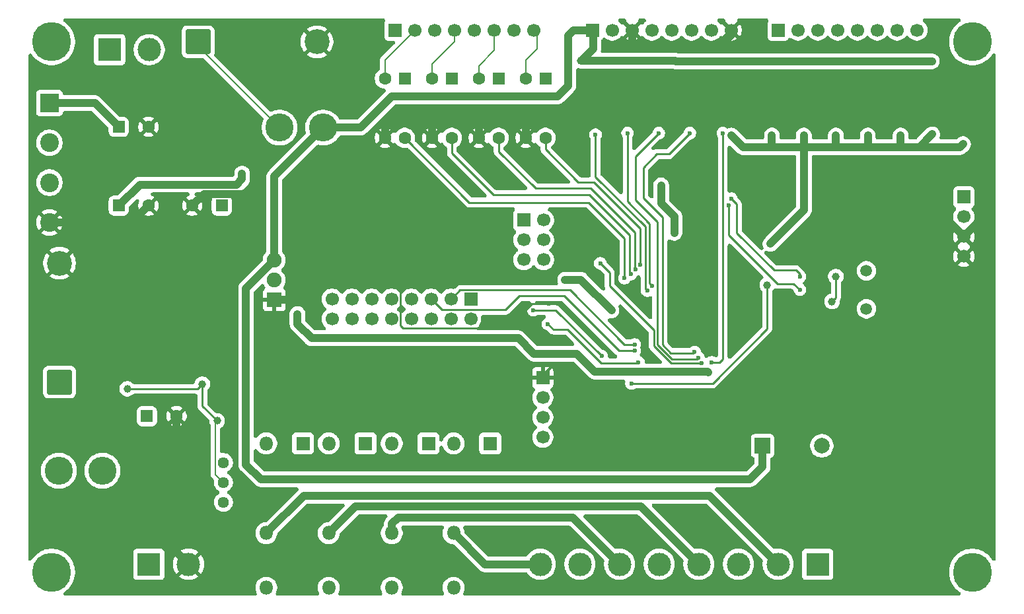
<source format=gbr>
%TF.GenerationSoftware,KiCad,Pcbnew,9.0.3*%
%TF.CreationDate,2025-09-06T19:42:56+07:00*%
%TF.ProjectId,Ex1,4578312e-6b69-4636-9164-5f7063625858,rev?*%
%TF.SameCoordinates,Original*%
%TF.FileFunction,Copper,L2,Bot*%
%TF.FilePolarity,Positive*%
%FSLAX46Y46*%
G04 Gerber Fmt 4.6, Leading zero omitted, Abs format (unit mm)*
G04 Created by KiCad (PCBNEW 9.0.3) date 2025-09-06 19:42:56*
%MOMM*%
%LPD*%
G01*
G04 APERTURE LIST*
G04 Aperture macros list*
%AMRoundRect*
0 Rectangle with rounded corners*
0 $1 Rounding radius*
0 $2 $3 $4 $5 $6 $7 $8 $9 X,Y pos of 4 corners*
0 Add a 4 corners polygon primitive as box body*
4,1,4,$2,$3,$4,$5,$6,$7,$8,$9,$2,$3,0*
0 Add four circle primitives for the rounded corners*
1,1,$1+$1,$2,$3*
1,1,$1+$1,$4,$5*
1,1,$1+$1,$6,$7*
1,1,$1+$1,$8,$9*
0 Add four rect primitives between the rounded corners*
20,1,$1+$1,$2,$3,$4,$5,0*
20,1,$1+$1,$4,$5,$6,$7,0*
20,1,$1+$1,$6,$7,$8,$9,0*
20,1,$1+$1,$8,$9,$2,$3,0*%
G04 Aperture macros list end*
%TA.AperFunction,ComponentPad*%
%ADD10RoundRect,0.250000X-0.550000X0.550000X-0.550000X-0.550000X0.550000X-0.550000X0.550000X0.550000X0*%
%TD*%
%TA.AperFunction,ComponentPad*%
%ADD11C,1.600000*%
%TD*%
%TA.AperFunction,ComponentPad*%
%ADD12R,1.700000X1.700000*%
%TD*%
%TA.AperFunction,ComponentPad*%
%ADD13C,1.700000*%
%TD*%
%TA.AperFunction,ComponentPad*%
%ADD14C,3.600000*%
%TD*%
%TA.AperFunction,ComponentPad*%
%ADD15RoundRect,0.250000X1.350000X-1.350000X1.350000X1.350000X-1.350000X1.350000X-1.350000X-1.350000X0*%
%TD*%
%TA.AperFunction,ComponentPad*%
%ADD16C,3.200000*%
%TD*%
%TA.AperFunction,ComponentPad*%
%ADD17O,1.800000X1.800000*%
%TD*%
%TA.AperFunction,ComponentPad*%
%ADD18R,1.800000X1.800000*%
%TD*%
%TA.AperFunction,ComponentPad*%
%ADD19C,5.000000*%
%TD*%
%TA.AperFunction,ComponentPad*%
%ADD20C,1.440000*%
%TD*%
%TA.AperFunction,ComponentPad*%
%ADD21R,3.000000X3.000000*%
%TD*%
%TA.AperFunction,ComponentPad*%
%ADD22C,3.000000*%
%TD*%
%TA.AperFunction,ComponentPad*%
%ADD23RoundRect,0.250000X-0.550000X-0.550000X0.550000X-0.550000X0.550000X0.550000X-0.550000X0.550000X0*%
%TD*%
%TA.AperFunction,ComponentPad*%
%ADD24RoundRect,0.250000X0.550000X0.550000X-0.550000X0.550000X-0.550000X-0.550000X0.550000X-0.550000X0*%
%TD*%
%TA.AperFunction,ComponentPad*%
%ADD25R,2.400000X2.400000*%
%TD*%
%TA.AperFunction,ComponentPad*%
%ADD26C,2.400000*%
%TD*%
%TA.AperFunction,ComponentPad*%
%ADD27R,2.000000X2.000000*%
%TD*%
%TA.AperFunction,ComponentPad*%
%ADD28C,2.000000*%
%TD*%
%TA.AperFunction,ComponentPad*%
%ADD29RoundRect,0.250000X-1.350000X-1.350000X1.350000X-1.350000X1.350000X1.350000X-1.350000X1.350000X0*%
%TD*%
%TA.AperFunction,ComponentPad*%
%ADD30R,1.905000X1.905000*%
%TD*%
%TA.AperFunction,ComponentPad*%
%ADD31C,1.905000*%
%TD*%
%TA.AperFunction,ComponentPad*%
%ADD32C,1.500000*%
%TD*%
%TA.AperFunction,ViaPad*%
%ADD33C,1.000000*%
%TD*%
%TA.AperFunction,ViaPad*%
%ADD34C,0.600000*%
%TD*%
%TA.AperFunction,Conductor*%
%ADD35C,1.000000*%
%TD*%
%TA.AperFunction,Conductor*%
%ADD36C,0.245000*%
%TD*%
%TA.AperFunction,Conductor*%
%ADD37C,0.300000*%
%TD*%
%TA.AperFunction,Conductor*%
%ADD38C,0.200000*%
%TD*%
G04 APERTURE END LIST*
D10*
%TO.P,U8,1*%
%TO.N,Net-(R24-Pad2)*%
X131275000Y-45195000D03*
D11*
%TO.P,U8,2*%
%TO.N,/MPU/4-*%
X128735000Y-45195000D03*
%TO.P,U8,3*%
%TO.N,0VDC*%
X128735000Y-52815000D03*
%TO.P,U8,4*%
%TO.N,In4*%
X131275000Y-52815000D03*
%TD*%
D12*
%TO.P,J7,1,Pin_1*%
%TO.N,/MOSFET/6.1*%
X161110000Y-39000000D03*
D13*
%TO.P,J7,2,Pin_2*%
%TO.N,/MOSFET/6.2*%
X163650000Y-39000000D03*
%TO.P,J7,3,Pin_3*%
%TO.N,/MOSFET/6.3*%
X166190000Y-39000000D03*
%TO.P,J7,4,Pin_4*%
%TO.N,/MOSFET/6.4*%
X168730000Y-39000000D03*
%TO.P,J7,5,Pin_5*%
%TO.N,/MOSFET/6.5*%
X171270000Y-39000000D03*
%TO.P,J7,6,Pin_6*%
%TO.N,/MOSFET/6.6*%
X173810000Y-39000000D03*
%TO.P,J7,7,Pin_7*%
%TO.N,/MOSFET/6.7*%
X176350000Y-39000000D03*
%TO.P,J7,8,Pin_8*%
%TO.N,/MOSFET/6.8*%
X178890000Y-39000000D03*
%TD*%
D14*
%TO.P,L1,1,1*%
%TO.N,Net-(D2-K)*%
X68920000Y-95500000D03*
%TO.P,L1,2,2*%
%TO.N,VCC*%
X74500000Y-95500000D03*
%TD*%
D12*
%TO.P,J6,1,Pin_1*%
%TO.N,5VDC*%
X137300000Y-39000000D03*
D13*
%TO.P,J6,2,Pin_2*%
%TO.N,+3.3V*%
X139840000Y-39000000D03*
%TO.P,J6,3,Pin_3*%
%TO.N,0VDC*%
X142380000Y-39000000D03*
%TO.P,J6,4,Pin_4*%
%TO.N,/MOSFET/5.1*%
X144920000Y-39000000D03*
%TO.P,J6,5,Pin_5*%
%TO.N,/MOSFET/5.2*%
X147460000Y-39000000D03*
%TO.P,J6,6,Pin_6*%
%TO.N,/MOSFET/5.3*%
X150000000Y-39000000D03*
%TO.P,J6,7,Pin_7*%
%TO.N,/MOSFET/5.4*%
X152540000Y-39000000D03*
%TO.P,J6,8,Pin_8*%
%TO.N,0VDC*%
X155080000Y-39000000D03*
%TD*%
D12*
%TO.P,J10,1,Pin_1*%
%TO.N,Out4_T*%
X121700000Y-73500000D03*
D13*
%TO.P,J10,2,Pin_2*%
%TO.N,Out4*%
X121700000Y-76040000D03*
%TO.P,J10,3,Pin_3*%
%TO.N,Out3_T*%
X119160000Y-73500000D03*
%TO.P,J10,4,Pin_4*%
%TO.N,Out3*%
X119160000Y-76040000D03*
%TO.P,J10,5,Pin_5*%
%TO.N,Out2_T*%
X116620000Y-73500000D03*
%TO.P,J10,6,Pin_6*%
%TO.N,Out2*%
X116620000Y-76040000D03*
%TO.P,J10,7,Pin_7*%
%TO.N,Out1_T*%
X114080000Y-73500000D03*
%TO.P,J10,8,Pin_8*%
%TO.N,Out1*%
X114080000Y-76040000D03*
%TO.P,J10,9,Pin_9*%
%TO.N,unconnected-(J10-Pin_9-Pad9)*%
X111540000Y-73500000D03*
%TO.P,J10,10,Pin_10*%
%TO.N,unconnected-(J10-Pin_10-Pad10)*%
X111540000Y-76040000D03*
%TO.P,J10,11,Pin_11*%
%TO.N,unconnected-(J10-Pin_11-Pad11)*%
X109000000Y-73500000D03*
%TO.P,J10,12,Pin_12*%
%TO.N,unconnected-(J10-Pin_12-Pad12)*%
X109000000Y-76040000D03*
%TO.P,J10,13,Pin_13*%
%TO.N,unconnected-(J10-Pin_13-Pad13)*%
X106460000Y-73500000D03*
%TO.P,J10,14,Pin_14*%
%TO.N,unconnected-(J10-Pin_14-Pad14)*%
X106460000Y-76040000D03*
%TO.P,J10,15,Pin_15*%
%TO.N,unconnected-(J10-Pin_15-Pad15)*%
X103920000Y-73500000D03*
%TO.P,J10,16,Pin_16*%
%TO.N,unconnected-(J10-Pin_16-Pad16)*%
X103920000Y-76040000D03*
%TD*%
D15*
%TO.P,D2,1,K*%
%TO.N,Net-(D2-K)*%
X69000000Y-84120000D03*
D16*
%TO.P,D2,2,A*%
%TO.N,0VDC*%
X69000000Y-68880000D03*
%TD*%
D17*
%TO.P,K1,13*%
%TO.N,/MPU/Com1*%
X95500000Y-103500000D03*
%TO.P,K1,14*%
%TO.N,/MPU/MC1*%
X95500000Y-110500000D03*
D18*
%TO.P,K1,A1*%
%TO.N,VCC*%
X100200000Y-92000000D03*
D17*
%TO.P,K1,A2*%
%TO.N,Net-(D12-A)*%
X95500000Y-92000000D03*
%TD*%
%TO.P,K2,13*%
%TO.N,/MPU/Com2*%
X103500000Y-103500000D03*
%TO.P,K2,14*%
%TO.N,/MPU/MC2*%
X103500000Y-110500000D03*
D18*
%TO.P,K2,A1*%
%TO.N,VCC*%
X108200000Y-92000000D03*
D17*
%TO.P,K2,A2*%
%TO.N,Net-(D14-K)*%
X103500000Y-92000000D03*
%TD*%
%TO.P,K3,13*%
%TO.N,/MPU/Com3*%
X111582500Y-103500000D03*
%TO.P,K3,14*%
%TO.N,/MPU/MC3*%
X111582500Y-110500000D03*
D18*
%TO.P,K3,A1*%
%TO.N,VCC*%
X116282500Y-92000000D03*
D17*
%TO.P,K3,A2*%
%TO.N,Net-(D16-K)*%
X111582500Y-92000000D03*
%TD*%
D19*
%TO.P,TP4,1,1*%
%TO.N,unconnected-(TP4-Pad1)*%
X186000000Y-108500000D03*
%TD*%
%TO.P,TP1,1,1*%
%TO.N,unconnected-(TP1-Pad1)*%
X68000000Y-40500000D03*
%TD*%
D20*
%TO.P,RV1,1,1*%
%TO.N,Net-(R3-Pad2)*%
X90005000Y-99540000D03*
%TO.P,RV1,2,2*%
%TO.N,Net-(U1-FB)*%
X90005000Y-97000000D03*
%TO.P,RV1,3,3*%
%TO.N,VCC*%
X90005000Y-94460000D03*
%TD*%
D21*
%TO.P,J5,1,Pin_1*%
%TO.N,/MPU/MC1*%
X166180000Y-107500000D03*
D22*
%TO.P,J5,2,Pin_2*%
%TO.N,/MPU/Com1*%
X161100000Y-107500000D03*
%TO.P,J5,3,Pin_3*%
%TO.N,/MPU/MC2*%
X156020000Y-107500000D03*
%TO.P,J5,4,Pin_4*%
%TO.N,/MPU/Com2*%
X150940000Y-107500000D03*
%TO.P,J5,5,Pin_5*%
%TO.N,/MPU/MC3*%
X145860000Y-107500000D03*
%TO.P,J5,6,Pin_6*%
%TO.N,/MPU/Com3*%
X140780000Y-107500000D03*
%TO.P,J5,7,Pin_7*%
%TO.N,/MPU/MC4*%
X135700000Y-107500000D03*
%TO.P,J5,8,Pin_8*%
%TO.N,/MPU/Com4*%
X130620000Y-107500000D03*
%TD*%
D23*
%TO.P,C1,1*%
%TO.N,+24V*%
X76597349Y-51400000D03*
D11*
%TO.P,C1,2*%
%TO.N,0VDC*%
X80397349Y-51400000D03*
%TD*%
D19*
%TO.P,TP3,1,1*%
%TO.N,unconnected-(TP3-Pad1)*%
X68000000Y-108500000D03*
%TD*%
D24*
%TO.P,C7,1*%
%TO.N,5VDC*%
X89802651Y-61500000D03*
D11*
%TO.P,C7,2*%
%TO.N,0VDC*%
X86002651Y-61500000D03*
%TD*%
D12*
%TO.P,J9,1,Pin_1*%
%TO.N,Net-(J9-Pin_1)*%
X184900000Y-60400000D03*
D13*
%TO.P,J9,2,Pin_2*%
%TO.N,Net-(J9-Pin_2)*%
X184900000Y-62940000D03*
%TO.P,J9,3,Pin_3*%
%TO.N,0VDC*%
X184900000Y-65480000D03*
%TO.P,J9,4,Pin_4*%
X184900000Y-68020000D03*
%TD*%
D25*
%TO.P,D21,+*%
%TO.N,+24V*%
X67700000Y-48350000D03*
D26*
%TO.P,D21,-*%
%TO.N,0VDC*%
X67700000Y-63650000D03*
%TO.P,D21,AC1*%
%TO.N,Net-(J1-Pin_1)*%
X67700000Y-53450000D03*
%TO.P,D21,AC2*%
%TO.N,Net-(J1-Pin_2)*%
X67700000Y-58550000D03*
%TD*%
D17*
%TO.P,K4,13*%
%TO.N,/MPU/Com4*%
X119500000Y-103500000D03*
%TO.P,K4,14*%
%TO.N,/MPU/MC4*%
X119500000Y-110500000D03*
D18*
%TO.P,K4,A1*%
%TO.N,VCC*%
X124200000Y-92000000D03*
D17*
%TO.P,K4,A2*%
%TO.N,Net-(D18-K)*%
X119500000Y-92000000D03*
%TD*%
D23*
%TO.P,C3,1*%
%TO.N,VCC*%
X80197349Y-88500000D03*
D11*
%TO.P,C3,2*%
%TO.N,0VDC*%
X83997349Y-88500000D03*
%TD*%
D21*
%TO.P,J2,1,Pin_1*%
%TO.N,VCC*%
X80460000Y-107500000D03*
D22*
%TO.P,J2,2,Pin_2*%
%TO.N,0VDC*%
X85540000Y-107500000D03*
%TD*%
D21*
%TO.P,J1,1,Pin_1*%
%TO.N,Net-(J1-Pin_1)*%
X75420000Y-41500000D03*
D22*
%TO.P,J1,2,Pin_2*%
%TO.N,Net-(J1-Pin_2)*%
X80500000Y-41500000D03*
%TD*%
D10*
%TO.P,U7,1*%
%TO.N,Net-(R21-Pad2)*%
X125275000Y-45195000D03*
D11*
%TO.P,U7,2*%
%TO.N,/MPU/3-*%
X122735000Y-45195000D03*
%TO.P,U7,3*%
%TO.N,0VDC*%
X122735000Y-52815000D03*
%TO.P,U7,4*%
%TO.N,In3*%
X125275000Y-52815000D03*
%TD*%
D12*
%TO.P,J8,1,Pin_1*%
%TO.N,0VDC*%
X130935000Y-83580000D03*
D13*
%TO.P,J8,2,Pin_2*%
%TO.N,SWCLK*%
X130935000Y-86120000D03*
%TO.P,J8,3,Pin_3*%
%TO.N,SWIO*%
X130935000Y-88660000D03*
%TO.P,J8,4,Pin_4*%
%TO.N,+3.3V*%
X130935000Y-91200000D03*
%TD*%
D23*
%TO.P,C5,1*%
%TO.N,+24V*%
X76597349Y-61500000D03*
D11*
%TO.P,C5,2*%
%TO.N,0VDC*%
X80397349Y-61500000D03*
%TD*%
D27*
%TO.P,BZ1,1,+*%
%TO.N,5VDC*%
X159100000Y-92300000D03*
D28*
%TO.P,BZ1,2,-*%
%TO.N,Net-(BZ1--)*%
X166700000Y-92300000D03*
%TD*%
D12*
%TO.P,P1,1,Pin_1*%
%TO.N,+3.3V*%
X128500000Y-63360000D03*
D13*
%TO.P,P1,2,Pin_2*%
X131040000Y-63360000D03*
%TO.P,P1,3,Pin_3*%
%TO.N,unconnected-(P1-Pin_3-Pad3)*%
X128500000Y-65900000D03*
%TO.P,P1,4,Pin_4*%
%TO.N,Net-(P1-Pin_4)*%
X131040000Y-65900000D03*
%TO.P,P1,5,Pin_5*%
%TO.N,unconnected-(P1-Pin_5-Pad5)*%
X128500000Y-68440000D03*
%TO.P,P1,6,Pin_6*%
%TO.N,Net-(P1-Pin_6)*%
X131040000Y-68440000D03*
%TD*%
D10*
%TO.P,U3,1*%
%TO.N,Net-(R13-Pad2)*%
X113240000Y-45195000D03*
D11*
%TO.P,U3,2*%
%TO.N,/MPU/1-*%
X110700000Y-45195000D03*
%TO.P,U3,3*%
%TO.N,0VDC*%
X110700000Y-52815000D03*
%TO.P,U3,4*%
%TO.N,In1*%
X113240000Y-52815000D03*
%TD*%
D12*
%TO.P,J4,1,Pin_1*%
%TO.N,/MPU/1+*%
X112000000Y-39000000D03*
D13*
%TO.P,J4,2,Pin_2*%
%TO.N,/MPU/1-*%
X114540000Y-39000000D03*
%TO.P,J4,3,Pin_3*%
%TO.N,/MPU/2+*%
X117080000Y-39000000D03*
%TO.P,J4,4,Pin_4*%
%TO.N,/MPU/2-*%
X119620000Y-39000000D03*
%TO.P,J4,5,Pin_5*%
%TO.N,/MPU/3+*%
X122160000Y-39000000D03*
%TO.P,J4,6,Pin_6*%
%TO.N,/MPU/3-*%
X124700000Y-39000000D03*
%TO.P,J4,7,Pin_7*%
%TO.N,/MPU/4+*%
X127240000Y-39000000D03*
%TO.P,J4,8,Pin_8*%
%TO.N,/MPU/4-*%
X129780000Y-39000000D03*
%TD*%
D29*
%TO.P,D4,1,K*%
%TO.N,Net-(D4-K)*%
X86760000Y-40500000D03*
D16*
%TO.P,D4,2,A*%
%TO.N,0VDC*%
X102000000Y-40500000D03*
%TD*%
D14*
%TO.P,L2,1,1*%
%TO.N,Net-(D4-K)*%
X97210000Y-51500000D03*
%TO.P,L2,2,2*%
%TO.N,5VDC*%
X102790000Y-51500000D03*
%TD*%
D19*
%TO.P,TP2,1,1*%
%TO.N,unconnected-(TP2-Pad1)*%
X186000000Y-40500000D03*
%TD*%
D30*
%TO.P,U4,1,GND*%
%TO.N,0VDC*%
X96516000Y-73580000D03*
D31*
%TO.P,U4,2,VO*%
%TO.N,+3.3V*%
X96516000Y-71040000D03*
%TO.P,U4,3,VI*%
%TO.N,5VDC*%
X96516000Y-68500000D03*
%TD*%
D10*
%TO.P,U6,1*%
%TO.N,Net-(R18-Pad2)*%
X119275000Y-45195000D03*
D11*
%TO.P,U6,2*%
%TO.N,/MPU/2-*%
X116735000Y-45195000D03*
%TO.P,U6,3*%
%TO.N,0VDC*%
X116735000Y-52815000D03*
%TO.P,U6,4*%
%TO.N,In2*%
X119275000Y-52815000D03*
%TD*%
D32*
%TO.P,Y1,1,1*%
%TO.N,OSCOUT*%
X172400000Y-69862500D03*
%TO.P,Y1,2,2*%
%TO.N,OSCIN*%
X172400000Y-74742500D03*
%TD*%
D33*
%TO.N,+3.3V*%
X99500000Y-75400000D03*
X147800000Y-65000000D03*
X164400000Y-52500000D03*
X160300000Y-52500000D03*
X152100000Y-82876500D03*
X172600000Y-52500000D03*
X129800000Y-80500000D03*
X184800000Y-53600000D03*
X164400000Y-52500000D03*
X133800000Y-71000000D03*
X129800000Y-80500000D03*
X180850000Y-52350000D03*
X164400000Y-52500000D03*
X146100000Y-58900000D03*
X155107814Y-52507814D03*
X160100000Y-66400000D03*
X139737500Y-74937500D03*
X168500000Y-52500000D03*
X176800000Y-52500000D03*
%TO.N,+24V*%
X92400000Y-57400000D03*
%TO.N,0VDC*%
X117500000Y-66700000D03*
D34*
X176600000Y-56200000D03*
X154100000Y-93100000D03*
D33*
X151900000Y-58900000D03*
D34*
X135000000Y-82500000D03*
X90700000Y-86700000D03*
D33*
X149700000Y-65100000D03*
D34*
X160900000Y-68000000D03*
D33*
X181600000Y-62400000D03*
D34*
X139900000Y-56700000D03*
D33*
X90800000Y-106700000D03*
X99400000Y-107800000D03*
D34*
X131700000Y-74100000D03*
X142200000Y-77100000D03*
X170500000Y-59100000D03*
X180700000Y-56500000D03*
D33*
X103500000Y-82400000D03*
X119500000Y-82300000D03*
X95100000Y-82300000D03*
X111500000Y-82400000D03*
D34*
X161200000Y-58600000D03*
X127100000Y-76500000D03*
D33*
X168300000Y-81900000D03*
X94100000Y-60000000D03*
X130000000Y-94300000D03*
D34*
X158500000Y-71200000D03*
X104700000Y-62800000D03*
X144000000Y-74200000D03*
X153100000Y-78800000D03*
D33*
X156100000Y-57600000D03*
D34*
%TO.N,LED1*%
X163900000Y-72300000D03*
X154800000Y-61500000D03*
D33*
%TO.N,Net-(C12-Pad2)*%
X168000000Y-73800000D03*
X168500000Y-70600000D03*
D34*
%TO.N,LED2*%
X155100000Y-60600000D03*
X163900000Y-70600000D03*
%TO.N,In1*%
X141400000Y-70800000D03*
%TO.N,In2*%
X142200000Y-70300000D03*
%TO.N,In3*%
X142812500Y-69700000D03*
X142812500Y-69700000D03*
%TO.N,In4*%
X143400000Y-69100000D03*
D33*
%TO.N,5VDC*%
X156400000Y-43000000D03*
X156400000Y-43000000D03*
X143900000Y-42900000D03*
X156400000Y-43000000D03*
X168600000Y-43000000D03*
X164600000Y-43000000D03*
X152200000Y-43000000D03*
X180800000Y-43000000D03*
X164600000Y-43000000D03*
X148000000Y-43000000D03*
X135900000Y-42900000D03*
X172600000Y-43000000D03*
X152200000Y-43000000D03*
X139900000Y-42900000D03*
X176800000Y-43000000D03*
X135800000Y-42900000D03*
X160600000Y-43000000D03*
X148000000Y-43000000D03*
X176800000Y-43000000D03*
X180800000Y-43000000D03*
X139900000Y-42900000D03*
X168600000Y-43000000D03*
D34*
%TO.N,RX*%
X144312500Y-72400000D03*
X137700000Y-52400000D03*
X144312500Y-72400000D03*
%TO.N,TX*%
X141800000Y-52200000D03*
X144912500Y-71800000D03*
X141800000Y-52200000D03*
X144912500Y-71800000D03*
X141800000Y-52200000D03*
%TO.N,SCL*%
X150400000Y-80300000D03*
X149800000Y-52200000D03*
%TO.N,SDA*%
X145800000Y-52200000D03*
X145800000Y-52200000D03*
X150900000Y-81000000D03*
%TO.N,CS*%
X152600000Y-81600000D03*
X154000000Y-52200000D03*
D33*
%TO.N,Net-(U1-FB)*%
X87300000Y-84400000D03*
X89200000Y-89100000D03*
X77700000Y-85000000D03*
D34*
%TO.N,BOOT0*%
X151300000Y-81700000D03*
X138300000Y-68900000D03*
D33*
%TO.N,RST*%
X159700000Y-71700000D03*
D34*
X142300000Y-84300000D03*
%TO.N,Out1_T*%
X138500000Y-80800000D03*
X129700000Y-74900000D03*
X138500000Y-80800000D03*
%TO.N,Out3_T*%
X142700000Y-79300000D03*
%TO.N,Out2_T*%
X142700000Y-80100000D03*
%TO.N,Out4_T*%
X143200000Y-81600000D03*
X131600000Y-76700000D03*
%TD*%
D35*
%TO.N,+3.3V*%
X99500000Y-76700000D02*
X101300000Y-78500000D01*
X146100000Y-61200000D02*
X147800000Y-62900000D01*
X156600000Y-54000000D02*
X160300000Y-54000000D01*
X135800000Y-71000000D02*
X139737500Y-74937500D01*
X133800000Y-71000000D02*
X135800000Y-71000000D01*
X147800000Y-62900000D02*
X147800000Y-65000000D01*
X179200000Y-54000000D02*
X180850000Y-52350000D01*
X129800000Y-80500000D02*
X135300000Y-80500000D01*
X164400000Y-62100000D02*
X164400000Y-54000000D01*
X176800000Y-52500000D02*
X176800000Y-53900000D01*
X172600000Y-54000000D02*
X176700000Y-54000000D01*
X146100000Y-58900000D02*
X146100000Y-61200000D01*
X184400000Y-54000000D02*
X179200000Y-54000000D01*
X127800000Y-78500000D02*
X129800000Y-80500000D01*
X164400000Y-52500000D02*
X164400000Y-54000000D01*
X176800000Y-53900000D02*
X176700000Y-54000000D01*
X176700000Y-54000000D02*
X179200000Y-54000000D01*
X164400000Y-54000000D02*
X168400000Y-54000000D01*
X135300000Y-80500000D02*
X137600000Y-82800000D01*
X99500000Y-75400000D02*
X99500000Y-76700000D01*
X152023500Y-82800000D02*
X152100000Y-82876500D01*
X137600000Y-82800000D02*
X152023500Y-82800000D01*
X168500000Y-53900000D02*
X168400000Y-54000000D01*
X160300000Y-52500000D02*
X160300000Y-54000000D01*
X155107814Y-52507814D02*
X156600000Y-54000000D01*
X172600000Y-52500000D02*
X172600000Y-54000000D01*
X101300000Y-78500000D02*
X127800000Y-78500000D01*
X184800000Y-53600000D02*
X184400000Y-54000000D01*
X168400000Y-54000000D02*
X172600000Y-54000000D01*
X160100000Y-66400000D02*
X164400000Y-62100000D01*
X160300000Y-54000000D02*
X164400000Y-54000000D01*
X168500000Y-52500000D02*
X168500000Y-53900000D01*
%TO.N,+24V*%
X79297349Y-58800000D02*
X76597349Y-61500000D01*
X92400000Y-58100000D02*
X91700000Y-58800000D01*
X67700000Y-48350000D02*
X73547349Y-48350000D01*
X73547349Y-48350000D02*
X76597349Y-51400000D01*
X92400000Y-57400000D02*
X92400000Y-58100000D01*
X91700000Y-58800000D02*
X79297349Y-58800000D01*
D36*
%TO.N,0VDC*%
X127100000Y-76500000D02*
X129500000Y-74100000D01*
D35*
X122735000Y-52815000D02*
X122735000Y-50735000D01*
X153400000Y-41300000D02*
X155080000Y-39620000D01*
X83997349Y-105957349D02*
X85540000Y-107500000D01*
D36*
X112713500Y-76913500D02*
X113013500Y-77213500D01*
D35*
X110700000Y-52815000D02*
X110700000Y-51200000D01*
X187800000Y-47800000D02*
X187800000Y-62580000D01*
X116735000Y-52815000D02*
X116735000Y-51065000D01*
X106100000Y-66700000D02*
X117500000Y-66700000D01*
D37*
X134500000Y-82000000D02*
X135000000Y-82500000D01*
D35*
X103400000Y-82300000D02*
X103500000Y-82400000D01*
X122735000Y-50735000D02*
X121400000Y-49400000D01*
X187800000Y-62580000D02*
X184900000Y-65480000D01*
X111500000Y-82400000D02*
X119400000Y-82400000D01*
X83997349Y-88500000D02*
X83997349Y-105957349D01*
X118400000Y-49400000D02*
X121400000Y-49400000D01*
X119400000Y-82400000D02*
X119500000Y-82300000D01*
X87502651Y-60000000D02*
X86002651Y-61500000D01*
D36*
X117500000Y-66700000D02*
X112713500Y-71486500D01*
D35*
X96516000Y-73580000D02*
X99220000Y-73580000D01*
X67700000Y-63650000D02*
X78247349Y-63650000D01*
D37*
X132200000Y-82000000D02*
X134500000Y-82000000D01*
D36*
X112713500Y-74513500D02*
X112713500Y-76913500D01*
D35*
X90800000Y-106700000D02*
X98300000Y-106700000D01*
X153400000Y-41300000D02*
X181300000Y-41300000D01*
X142380000Y-40380000D02*
X143300000Y-41300000D01*
X181300000Y-41300000D02*
X187800000Y-47800000D01*
X94100000Y-60000000D02*
X87502651Y-60000000D01*
D36*
X112713500Y-71486500D02*
X112713500Y-74513500D01*
D35*
X78247349Y-63650000D02*
X80397349Y-61500000D01*
X126900000Y-49400000D02*
X128735000Y-51235000D01*
X99220000Y-73580000D02*
X106100000Y-66700000D01*
X143300000Y-41300000D02*
X153400000Y-41300000D01*
D37*
X130935000Y-83580000D02*
X130935000Y-83265000D01*
D36*
X113013500Y-77213500D02*
X126386500Y-77213500D01*
D35*
X103500000Y-82400000D02*
X111500000Y-82400000D01*
D36*
X129500000Y-74100000D02*
X131700000Y-74100000D01*
D35*
X112500000Y-49400000D02*
X118400000Y-49400000D01*
X181820000Y-62400000D02*
X184900000Y-65480000D01*
X121400000Y-49400000D02*
X126900000Y-49400000D01*
X181600000Y-62400000D02*
X181820000Y-62400000D01*
X98300000Y-106700000D02*
X99400000Y-107800000D01*
X110700000Y-51200000D02*
X112500000Y-49400000D01*
X116735000Y-51065000D02*
X118400000Y-49400000D01*
X155080000Y-39620000D02*
X155080000Y-39000000D01*
D37*
X130935000Y-83265000D02*
X132200000Y-82000000D01*
D35*
X95100000Y-82300000D02*
X103400000Y-82300000D01*
D36*
X151900000Y-58900000D02*
X151900000Y-62900000D01*
X126386500Y-77213500D02*
X127100000Y-76500000D01*
D35*
X142380000Y-39000000D02*
X142380000Y-40380000D01*
D36*
X151900000Y-62900000D02*
X149700000Y-65100000D01*
D35*
X128735000Y-51235000D02*
X128735000Y-52815000D01*
D38*
%TO.N,Net-(D4-K)*%
X86760000Y-41050000D02*
X97210000Y-51500000D01*
X86760000Y-40500000D02*
X86760000Y-41050000D01*
D36*
%TO.N,LED1*%
X163100000Y-71500000D02*
X163900000Y-72300000D01*
X154800000Y-65300000D02*
X161000000Y-71500000D01*
X154800000Y-61500000D02*
X154800000Y-65300000D01*
X161000000Y-71500000D02*
X163100000Y-71500000D01*
%TO.N,Net-(C12-Pad2)*%
X168500000Y-73300000D02*
X168000000Y-73800000D01*
X168500000Y-70600000D02*
X168500000Y-73300000D01*
%TO.N,LED2*%
X163400000Y-69800000D02*
X163900000Y-70300000D01*
X155800000Y-61300000D02*
X155800000Y-65000000D01*
X155800000Y-65000000D02*
X160600000Y-69800000D01*
X163900000Y-70300000D02*
X163900000Y-70600000D01*
X160600000Y-69800000D02*
X163400000Y-69800000D01*
X155100000Y-60600000D02*
X155800000Y-61300000D01*
%TO.N,In1*%
X121525000Y-61100000D02*
X136800000Y-61100000D01*
X141400000Y-65700000D02*
X141400000Y-70800000D01*
X136800000Y-61100000D02*
X141400000Y-65700000D01*
X113240000Y-52815000D02*
X121525000Y-61100000D01*
%TO.N,In2*%
X119275000Y-54775000D02*
X124600000Y-60100000D01*
X124600000Y-60100000D02*
X136900000Y-60100000D01*
X119275000Y-52815000D02*
X119275000Y-54775000D01*
X142100000Y-65300000D02*
X142100000Y-70200000D01*
X142100000Y-70200000D02*
X142200000Y-70300000D01*
X136900000Y-60100000D02*
X142100000Y-65300000D01*
%TO.N,In3*%
X142750000Y-64950000D02*
X142750000Y-69637500D01*
X137100000Y-59300000D02*
X142750000Y-64950000D01*
X130000000Y-59300000D02*
X137100000Y-59300000D01*
X125275000Y-52815000D02*
X125275000Y-54575000D01*
X142750000Y-69637500D02*
X142812500Y-69700000D01*
X125275000Y-54575000D02*
X130000000Y-59300000D01*
%TO.N,In4*%
X137500000Y-58500000D02*
X143400000Y-64400000D01*
X135500000Y-58500000D02*
X137500000Y-58500000D01*
X131275000Y-52815000D02*
X131275000Y-54275000D01*
X131275000Y-54275000D02*
X135500000Y-58500000D01*
X143400000Y-64400000D02*
X143400000Y-69100000D01*
D35*
%TO.N,5VDC*%
X92900000Y-94700000D02*
X94800000Y-96600000D01*
X96516000Y-57774000D02*
X96516000Y-68500000D01*
X139900000Y-42900000D02*
X143900000Y-42900000D01*
X134200000Y-46100000D02*
X134200000Y-39700000D01*
X147900000Y-42900000D02*
X148000000Y-43000000D01*
X102790000Y-51500000D02*
X96516000Y-57774000D01*
X172600000Y-43000000D02*
X176800000Y-43000000D01*
X143900000Y-42900000D02*
X147900000Y-42900000D01*
X156400000Y-43000000D02*
X160600000Y-43000000D01*
X135900000Y-42900000D02*
X139900000Y-42900000D01*
X134200000Y-39700000D02*
X134900000Y-39000000D01*
X107600000Y-51500000D02*
X111600000Y-47500000D01*
X159100000Y-95000000D02*
X159100000Y-92300000D01*
X148000000Y-43000000D02*
X152200000Y-43000000D01*
X160600000Y-43000000D02*
X164600000Y-43000000D01*
X168600000Y-43000000D02*
X172600000Y-43000000D01*
X102790000Y-51500000D02*
X107600000Y-51500000D01*
X164600000Y-43000000D02*
X168600000Y-43000000D01*
X152200000Y-43000000D02*
X156400000Y-43000000D01*
X132800000Y-47500000D02*
X134200000Y-46100000D01*
X157500000Y-96600000D02*
X159100000Y-95000000D01*
X137400000Y-39100000D02*
X137300000Y-39000000D01*
X96516000Y-68500000D02*
X92900000Y-72116000D01*
X135900000Y-42900000D02*
X137400000Y-41400000D01*
X176800000Y-43000000D02*
X180800000Y-43000000D01*
X134900000Y-39000000D02*
X137300000Y-39000000D01*
X94800000Y-96600000D02*
X157500000Y-96600000D01*
X137400000Y-41400000D02*
X137400000Y-39100000D01*
X92900000Y-72116000D02*
X92900000Y-94700000D01*
X111600000Y-47500000D02*
X132800000Y-47500000D01*
D38*
%TO.N,/MPU/4-*%
X130200000Y-39420000D02*
X130200000Y-41400000D01*
X129780000Y-39000000D02*
X130200000Y-39420000D01*
X128735000Y-42865000D02*
X128735000Y-45195000D01*
X130200000Y-41400000D02*
X128735000Y-42865000D01*
%TO.N,/MPU/2-*%
X116735000Y-43365000D02*
X116735000Y-45195000D01*
X119620000Y-40480000D02*
X116735000Y-43365000D01*
X119620000Y-39000000D02*
X119620000Y-40480000D01*
%TO.N,/MPU/1-*%
X110700000Y-42840000D02*
X110700000Y-45195000D01*
X114540000Y-39000000D02*
X110700000Y-42840000D01*
%TO.N,/MPU/3-*%
X122735000Y-43565000D02*
X122735000Y-45195000D01*
X124700000Y-39000000D02*
X124700000Y-41600000D01*
X124700000Y-41600000D02*
X122735000Y-43565000D01*
D35*
%TO.N,/MPU/Com1*%
X152300000Y-98700000D02*
X161100000Y-107500000D01*
X100300000Y-98700000D02*
X152300000Y-98700000D01*
X95500000Y-103500000D02*
X100300000Y-98700000D01*
%TO.N,/MPU/Com2*%
X143540000Y-100100000D02*
X150940000Y-107500000D01*
X106900000Y-100100000D02*
X143540000Y-100100000D01*
X103500000Y-103500000D02*
X106900000Y-100100000D01*
D36*
%TO.N,RX*%
X144336000Y-72423500D02*
X144312500Y-72400000D01*
X144100000Y-64200000D02*
X144100000Y-72187500D01*
X137700000Y-57800000D02*
X144100000Y-64200000D01*
X144100000Y-72187500D02*
X144312500Y-72400000D01*
X137700000Y-52400000D02*
X137700000Y-57800000D01*
%TO.N,TX*%
X144600000Y-63800000D02*
X144600000Y-71487500D01*
X144600000Y-71487500D02*
X144912500Y-71800000D01*
X141800000Y-52200000D02*
X141800000Y-61000000D01*
X141800000Y-61000000D02*
X144600000Y-63800000D01*
%TO.N,SCL*%
X143800000Y-56600000D02*
X143800000Y-60500000D01*
X149800000Y-52200000D02*
X147100000Y-54900000D01*
X150300000Y-80400000D02*
X150400000Y-80300000D01*
X145500000Y-54900000D02*
X143800000Y-56600000D01*
X143800000Y-60500000D02*
X146300000Y-63000000D01*
X147330740Y-80400000D02*
X150300000Y-80400000D01*
X146300000Y-79369260D02*
X147330740Y-80400000D01*
X146300000Y-63000000D02*
X146300000Y-79369260D01*
X147100000Y-54900000D02*
X145500000Y-54900000D01*
%TO.N,SDA*%
X142800000Y-60800000D02*
X145600000Y-63600000D01*
X142800000Y-55200000D02*
X142800000Y-60800000D01*
X147500000Y-81200000D02*
X150700000Y-81200000D01*
X145600000Y-79300000D02*
X147500000Y-81200000D01*
X150700000Y-81200000D02*
X150900000Y-81000000D01*
X145600000Y-63600000D02*
X145600000Y-79300000D01*
X145800000Y-52200000D02*
X142800000Y-55200000D01*
%TO.N,CS*%
X154000000Y-52200000D02*
X154000000Y-81200000D01*
X154000000Y-81200000D02*
X153600000Y-81600000D01*
X153600000Y-81600000D02*
X152600000Y-81600000D01*
D38*
%TO.N,Net-(U1-FB)*%
X89200000Y-89100000D02*
X88984000Y-89316000D01*
D36*
X77700000Y-85000000D02*
X86700000Y-85000000D01*
D38*
X88984000Y-95979000D02*
X90005000Y-97000000D01*
D36*
X87300000Y-84400000D02*
X87300000Y-87200000D01*
X86700000Y-85000000D02*
X87300000Y-84400000D01*
D38*
X88984000Y-89316000D02*
X88984000Y-95979000D01*
D36*
X87300000Y-87200000D02*
X89200000Y-89100000D01*
%TO.N,BOOT0*%
X145154000Y-77454000D02*
X145154000Y-79484740D01*
X147369260Y-81700000D02*
X151300000Y-81700000D01*
X139500000Y-70100000D02*
X139500000Y-71800000D01*
X145154000Y-79484740D02*
X147369260Y-81700000D01*
X138300000Y-68900000D02*
X139500000Y-70100000D01*
X139500000Y-71800000D02*
X145154000Y-77454000D01*
%TO.N,RST*%
X152700000Y-84300000D02*
X159700000Y-77300000D01*
X159700000Y-77300000D02*
X159700000Y-71700000D01*
X142300000Y-84300000D02*
X152700000Y-84300000D01*
X142300000Y-84300000D02*
X142300000Y-84200000D01*
%TO.N,Out1_T*%
X138500000Y-80800000D02*
X138450000Y-80750000D01*
X129700000Y-74900000D02*
X132600000Y-74900000D01*
X132600000Y-74900000D02*
X138500000Y-80800000D01*
%TO.N,Out3_T*%
X141400000Y-79300000D02*
X142700000Y-79300000D01*
X119160000Y-73500000D02*
X120333500Y-72326500D01*
X120333500Y-72326500D02*
X134426500Y-72326500D01*
X134426500Y-72326500D02*
X141400000Y-79300000D01*
%TO.N,Out2_T*%
X116620000Y-73500000D02*
X117986500Y-74866500D01*
X126133500Y-74866500D02*
X127900000Y-73100000D01*
X133700000Y-73100000D02*
X140700000Y-80100000D01*
X140700000Y-80100000D02*
X142700000Y-80100000D01*
X117986500Y-74866500D02*
X126133500Y-74866500D01*
X127900000Y-73100000D02*
X133700000Y-73100000D01*
%TO.N,Out4_T*%
X143100000Y-81700000D02*
X143200000Y-81600000D01*
X138400000Y-81700000D02*
X143100000Y-81700000D01*
X132300000Y-77400000D02*
X134100000Y-77400000D01*
X134100000Y-77400000D02*
X138400000Y-81700000D01*
X131600000Y-76700000D02*
X132300000Y-77400000D01*
D35*
%TO.N,/MPU/Com3*%
X111582500Y-102317500D02*
X112400000Y-101500000D01*
X134780000Y-101500000D02*
X140780000Y-107500000D01*
X112400000Y-101500000D02*
X134780000Y-101500000D01*
X111582500Y-103500000D02*
X111582500Y-102317500D01*
%TO.N,/MPU/Com4*%
X119500000Y-103500000D02*
X123500000Y-107500000D01*
X123500000Y-107500000D02*
X130620000Y-107500000D01*
%TD*%
%TA.AperFunction,Conductor*%
%TO.N,0VDC*%
G36*
X140962949Y-74170813D02*
G01*
X141043732Y-74224788D01*
X141043736Y-74224791D01*
X144458070Y-77639125D01*
X144512046Y-77719907D01*
X144531000Y-77815195D01*
X144531000Y-79546100D01*
X144551568Y-79649500D01*
X144553600Y-79659716D01*
X144554942Y-79666464D01*
X144601902Y-79779835D01*
X144601903Y-79779837D01*
X144601905Y-79779841D01*
X144601908Y-79779845D01*
X144670083Y-79881878D01*
X146162635Y-81374430D01*
X146216611Y-81455212D01*
X146235565Y-81550500D01*
X146216611Y-81645788D01*
X146162635Y-81726570D01*
X146081853Y-81780546D01*
X145986565Y-81799500D01*
X144249500Y-81799500D01*
X144154212Y-81780546D01*
X144073430Y-81726570D01*
X144019454Y-81645788D01*
X144000500Y-81550500D01*
X144000500Y-81521158D01*
X144000499Y-81521153D01*
X143969738Y-81366507D01*
X143969737Y-81366505D01*
X143969737Y-81366503D01*
X143909394Y-81220821D01*
X143821789Y-81089711D01*
X143710289Y-80978211D01*
X143692194Y-80966120D01*
X143579180Y-80890606D01*
X143579171Y-80890602D01*
X143511195Y-80862445D01*
X143430413Y-80808469D01*
X143376437Y-80727687D01*
X143357484Y-80632399D01*
X143376439Y-80537111D01*
X143399451Y-80494059D01*
X143409394Y-80479179D01*
X143469737Y-80333497D01*
X143500500Y-80178842D01*
X143500500Y-80021158D01*
X143480541Y-79920819D01*
X143469738Y-79866508D01*
X143469737Y-79866507D01*
X143469737Y-79866503D01*
X143440236Y-79795282D01*
X143421284Y-79700001D01*
X143440237Y-79604715D01*
X143469737Y-79533497D01*
X143500500Y-79378842D01*
X143500500Y-79221158D01*
X143493136Y-79184135D01*
X143469738Y-79066507D01*
X143469737Y-79066505D01*
X143469737Y-79066503D01*
X143409394Y-78920821D01*
X143321789Y-78789711D01*
X143210289Y-78678211D01*
X143208477Y-78677000D01*
X143079180Y-78590606D01*
X143079173Y-78590603D01*
X142933497Y-78530263D01*
X142933492Y-78530261D01*
X142778846Y-78499500D01*
X142778842Y-78499500D01*
X142621158Y-78499500D01*
X142621153Y-78499500D01*
X142466507Y-78530261D01*
X142466502Y-78530263D01*
X142320826Y-78590603D01*
X142320819Y-78590606D01*
X142254327Y-78635036D01*
X142231669Y-78644420D01*
X142211278Y-78658046D01*
X142187224Y-78662830D01*
X142164568Y-78672215D01*
X142115990Y-78677000D01*
X141761195Y-78677000D01*
X141665907Y-78658046D01*
X141585125Y-78604070D01*
X139320724Y-76339669D01*
X139266748Y-76258887D01*
X139247794Y-76163599D01*
X139266748Y-76068311D01*
X139320724Y-75987529D01*
X139401506Y-75933553D01*
X139496794Y-75914599D01*
X139545369Y-75919383D01*
X139638959Y-75938000D01*
X139836041Y-75938000D01*
X139975352Y-75910289D01*
X140029336Y-75899551D01*
X140091229Y-75873914D01*
X140211414Y-75824132D01*
X140375282Y-75714639D01*
X140514639Y-75575282D01*
X140624132Y-75411414D01*
X140699551Y-75229335D01*
X140738000Y-75036041D01*
X140738000Y-74838959D01*
X140711155Y-74704003D01*
X140699551Y-74645664D01*
X140643106Y-74509394D01*
X140637622Y-74496154D01*
X140618666Y-74400866D01*
X140637618Y-74305578D01*
X140691593Y-74224795D01*
X140772373Y-74170817D01*
X140867661Y-74151861D01*
X140962949Y-74170813D01*
G37*
%TD.AperFunction*%
%TA.AperFunction,Conductor*%
G36*
X154967288Y-66375149D02*
G01*
X155048069Y-66429124D01*
X157104869Y-68485925D01*
X159135167Y-70516223D01*
X159189143Y-70597005D01*
X159208097Y-70692293D01*
X159189143Y-70787581D01*
X159135167Y-70868363D01*
X159097438Y-70899326D01*
X159062223Y-70922856D01*
X158922858Y-71062221D01*
X158813369Y-71226084D01*
X158813365Y-71226091D01*
X158737949Y-71408164D01*
X158737947Y-71408169D01*
X158699500Y-71601454D01*
X158699500Y-71798545D01*
X158737947Y-71991830D01*
X158737949Y-71991835D01*
X158813365Y-72173908D01*
X158813366Y-72173911D01*
X158813368Y-72173914D01*
X158854031Y-72234770D01*
X158896863Y-72298874D01*
X158922861Y-72337782D01*
X159004072Y-72418993D01*
X159058046Y-72499772D01*
X159077000Y-72595060D01*
X159077000Y-76938804D01*
X159058046Y-77034092D01*
X159004070Y-77114874D01*
X155048070Y-81070874D01*
X154967288Y-81124850D01*
X154872000Y-81143804D01*
X154776712Y-81124850D01*
X154695930Y-81070874D01*
X154641954Y-80990092D01*
X154623000Y-80894804D01*
X154623000Y-66605195D01*
X154641954Y-66509907D01*
X154695930Y-66429125D01*
X154776712Y-66375149D01*
X154872000Y-66356195D01*
X154967288Y-66375149D01*
G37*
%TD.AperFunction*%
%TA.AperFunction,Conductor*%
G36*
X133434093Y-73741954D02*
G01*
X133514875Y-73795930D01*
X140302860Y-80583915D01*
X140358094Y-80620821D01*
X140358093Y-80620821D01*
X140426862Y-80689447D01*
X140464136Y-80779167D01*
X140464237Y-80876322D01*
X140427152Y-80966120D01*
X140358524Y-81034891D01*
X140268804Y-81072165D01*
X140219971Y-81077000D01*
X139549500Y-81077000D01*
X139454212Y-81058046D01*
X139373430Y-81004070D01*
X139319454Y-80923288D01*
X139300500Y-80828000D01*
X139300500Y-80721158D01*
X139300499Y-80721153D01*
X139269738Y-80566507D01*
X139269737Y-80566505D01*
X139269737Y-80566503D01*
X139209394Y-80420821D01*
X139121789Y-80289711D01*
X139010289Y-80178211D01*
X139010285Y-80178208D01*
X138879180Y-80090606D01*
X138879173Y-80090603D01*
X138733497Y-80030263D01*
X138733492Y-80030261D01*
X138655063Y-80014661D01*
X138565304Y-79977482D01*
X138527571Y-79946516D01*
X132997138Y-74416083D01*
X132895105Y-74347908D01*
X132895101Y-74347905D01*
X132895097Y-74347903D01*
X132895095Y-74347902D01*
X132792914Y-74305578D01*
X132781722Y-74300942D01*
X132781720Y-74300941D01*
X132781719Y-74300941D01*
X132781718Y-74300940D01*
X132661364Y-74277000D01*
X132661360Y-74277000D01*
X130284010Y-74277000D01*
X130261133Y-74272449D01*
X130237805Y-74272676D01*
X130214589Y-74263191D01*
X130188722Y-74258046D01*
X130147689Y-74236369D01*
X130146697Y-74235720D01*
X130079179Y-74190606D01*
X130075255Y-74188980D01*
X130062092Y-74180369D01*
X130035129Y-74153924D01*
X130005937Y-74129968D01*
X130000684Y-74120141D01*
X129992730Y-74112340D01*
X129977940Y-74077593D01*
X129960136Y-74044286D01*
X129959043Y-74033197D01*
X129954680Y-74022946D01*
X129954313Y-73985181D01*
X129950611Y-73947599D01*
X129953845Y-73936936D01*
X129953737Y-73925795D01*
X129967850Y-73890764D01*
X129978812Y-73854627D01*
X129985880Y-73846014D01*
X129990044Y-73835679D01*
X130016488Y-73808716D01*
X130040445Y-73779524D01*
X130050271Y-73774271D01*
X130058073Y-73766317D01*
X130092819Y-73751527D01*
X130126127Y-73733723D01*
X130139207Y-73731782D01*
X130147467Y-73728267D01*
X130163988Y-73728106D01*
X130198413Y-73723000D01*
X133338805Y-73723000D01*
X133434093Y-73741954D01*
G37*
%TD.AperFunction*%
%TA.AperFunction,Conductor*%
G36*
X129296875Y-73741954D02*
G01*
X129377657Y-73795930D01*
X129431633Y-73876712D01*
X129450587Y-73972000D01*
X129431633Y-74067288D01*
X129377657Y-74148070D01*
X129330486Y-74183052D01*
X129330992Y-74183810D01*
X129189714Y-74278208D01*
X129078208Y-74389714D01*
X128990606Y-74520819D01*
X128990603Y-74520826D01*
X128930263Y-74666502D01*
X128930261Y-74666507D01*
X128899500Y-74821153D01*
X128899500Y-74978846D01*
X128930261Y-75133492D01*
X128930263Y-75133497D01*
X128990603Y-75279173D01*
X128990606Y-75279180D01*
X129078208Y-75410285D01*
X129078211Y-75410289D01*
X129189711Y-75521789D01*
X129189714Y-75521791D01*
X129320819Y-75609393D01*
X129320820Y-75609393D01*
X129320821Y-75609394D01*
X129466503Y-75669737D01*
X129466505Y-75669737D01*
X129466507Y-75669738D01*
X129501568Y-75676712D01*
X129621158Y-75700500D01*
X129778842Y-75700500D01*
X129933497Y-75669737D01*
X130079179Y-75609394D01*
X130145673Y-75564963D01*
X130235432Y-75527785D01*
X130284010Y-75523000D01*
X131101587Y-75523000D01*
X131196875Y-75541954D01*
X131277657Y-75595930D01*
X131331633Y-75676712D01*
X131350587Y-75772000D01*
X131331633Y-75867288D01*
X131277657Y-75948070D01*
X131230486Y-75983052D01*
X131230992Y-75983810D01*
X131089714Y-76078208D01*
X130978208Y-76189714D01*
X130890606Y-76320819D01*
X130890603Y-76320826D01*
X130830263Y-76466502D01*
X130830261Y-76466507D01*
X130799500Y-76621153D01*
X130799500Y-76778846D01*
X130830261Y-76933492D01*
X130830263Y-76933497D01*
X130890603Y-77079173D01*
X130890606Y-77079180D01*
X130968029Y-77195051D01*
X130978211Y-77210289D01*
X131089711Y-77321789D01*
X131089714Y-77321791D01*
X131220819Y-77409393D01*
X131220820Y-77409393D01*
X131220821Y-77409394D01*
X131366503Y-77469737D01*
X131444937Y-77485338D01*
X131534694Y-77522516D01*
X131572423Y-77553478D01*
X131902860Y-77883915D01*
X131925524Y-77899058D01*
X132004899Y-77952095D01*
X132085069Y-77985302D01*
X132118277Y-77999058D01*
X132118279Y-77999058D01*
X132118281Y-77999059D01*
X132128127Y-78001017D01*
X132138246Y-78003030D01*
X132213541Y-78018007D01*
X132238639Y-78023000D01*
X132238640Y-78023000D01*
X133738805Y-78023000D01*
X133834093Y-78041954D01*
X133914875Y-78095930D01*
X134893375Y-79074430D01*
X134947351Y-79155212D01*
X134966305Y-79250500D01*
X134947351Y-79345788D01*
X134893375Y-79426570D01*
X134812593Y-79480546D01*
X134717305Y-79499500D01*
X130317560Y-79499500D01*
X130222272Y-79480546D01*
X130141490Y-79426570D01*
X128577141Y-77862221D01*
X128577139Y-77862218D01*
X128437782Y-77722861D01*
X128399286Y-77697139D01*
X128273914Y-77613368D01*
X128273909Y-77613365D01*
X128159428Y-77565946D01*
X128145165Y-77560038D01*
X128091836Y-77537949D01*
X127978274Y-77515360D01*
X127947051Y-77509149D01*
X127898543Y-77499500D01*
X127898541Y-77499500D01*
X122751536Y-77499500D01*
X122656248Y-77480546D01*
X122575466Y-77426570D01*
X122521490Y-77345788D01*
X122502536Y-77250500D01*
X122521490Y-77155212D01*
X122575466Y-77074430D01*
X122647035Y-77002861D01*
X122730104Y-76919792D01*
X122855051Y-76747816D01*
X122951557Y-76558412D01*
X123017246Y-76356243D01*
X123043622Y-76189714D01*
X123050499Y-76146296D01*
X123050500Y-76146284D01*
X123050500Y-75933715D01*
X123050499Y-75933703D01*
X123025751Y-75777453D01*
X123029565Y-75680373D01*
X123070239Y-75592142D01*
X123141582Y-75526193D01*
X123232732Y-75492566D01*
X123271685Y-75489500D01*
X126194861Y-75489500D01*
X126194862Y-75489499D01*
X126272682Y-75474020D01*
X126315218Y-75465559D01*
X126315218Y-75465558D01*
X126315222Y-75465558D01*
X126428601Y-75418595D01*
X126459566Y-75397905D01*
X126459569Y-75397902D01*
X126459571Y-75397902D01*
X126477637Y-75385830D01*
X126530639Y-75350416D01*
X128085125Y-73795930D01*
X128165907Y-73741954D01*
X128261195Y-73723000D01*
X129201587Y-73723000D01*
X129296875Y-73741954D01*
G37*
%TD.AperFunction*%
%TA.AperFunction,Conductor*%
G36*
X112868127Y-74231107D02*
G01*
X112956358Y-74271781D01*
X113011444Y-74326867D01*
X113049896Y-74379792D01*
X113049897Y-74379793D01*
X113200207Y-74530103D01*
X113253131Y-74568555D01*
X113319080Y-74639899D01*
X113352707Y-74731049D01*
X113348892Y-74828129D01*
X113308217Y-74916359D01*
X113282842Y-74946070D01*
X113268985Y-74959926D01*
X113200208Y-75009896D01*
X113049896Y-75160208D01*
X112999926Y-75228985D01*
X112986070Y-75242842D01*
X112961657Y-75259153D01*
X112940101Y-75279080D01*
X112921644Y-75285888D01*
X112905288Y-75296818D01*
X112876496Y-75302545D01*
X112848951Y-75312707D01*
X112829292Y-75311934D01*
X112810000Y-75315772D01*
X112781207Y-75310044D01*
X112751871Y-75308892D01*
X112734005Y-75300655D01*
X112714712Y-75296818D01*
X112690302Y-75280508D01*
X112663641Y-75268217D01*
X112646996Y-75251572D01*
X112633930Y-75242842D01*
X112625199Y-75229775D01*
X112608555Y-75213131D01*
X112570103Y-75160207D01*
X112419793Y-75009897D01*
X112419792Y-75009896D01*
X112366867Y-74971444D01*
X112300920Y-74900103D01*
X112267293Y-74808953D01*
X112271107Y-74711873D01*
X112311781Y-74623642D01*
X112366867Y-74568555D01*
X112419792Y-74530104D01*
X112570104Y-74379792D01*
X112608555Y-74326867D01*
X112679897Y-74260920D01*
X112771047Y-74227293D01*
X112868127Y-74231107D01*
G37*
%TD.AperFunction*%
%TA.AperFunction,Conductor*%
G36*
X154967288Y-53809014D02*
G01*
X155048069Y-53862989D01*
X155962219Y-54777140D01*
X156126086Y-54886632D01*
X156126088Y-54886632D01*
X156126090Y-54886634D01*
X156247472Y-54936912D01*
X156308165Y-54962052D01*
X156469389Y-54994121D01*
X156469388Y-54994121D01*
X156485204Y-54997266D01*
X156501459Y-55000500D01*
X156501460Y-55000500D01*
X156698541Y-55000500D01*
X160201459Y-55000500D01*
X163150500Y-55000500D01*
X163245788Y-55019454D01*
X163326570Y-55073430D01*
X163380546Y-55154212D01*
X163399500Y-55249500D01*
X163399500Y-61582439D01*
X163380546Y-61677727D01*
X163326570Y-61758509D01*
X159462220Y-65622859D01*
X159462218Y-65622861D01*
X159462217Y-65622860D01*
X159322862Y-65762216D01*
X159322860Y-65762219D01*
X159213369Y-65926084D01*
X159213365Y-65926091D01*
X159137949Y-66108164D01*
X159137947Y-66108169D01*
X159099500Y-66301454D01*
X159099500Y-66498545D01*
X159137947Y-66691828D01*
X159137948Y-66691830D01*
X159137949Y-66691835D01*
X159199880Y-66841350D01*
X159218833Y-66936639D01*
X159199878Y-67031927D01*
X159145901Y-67112708D01*
X159065120Y-67166684D01*
X158969831Y-67185637D01*
X158874543Y-67166682D01*
X158793763Y-67112707D01*
X156495930Y-64814874D01*
X156441954Y-64734092D01*
X156423000Y-64638804D01*
X156423000Y-61238639D01*
X156422999Y-61238634D01*
X156399059Y-61118283D01*
X156399058Y-61118277D01*
X156393673Y-61105278D01*
X156393673Y-61105277D01*
X156393671Y-61105274D01*
X156371644Y-61052095D01*
X156352095Y-61004899D01*
X156352093Y-61004896D01*
X156352091Y-61004892D01*
X156297729Y-60923533D01*
X156297729Y-60923534D01*
X156283917Y-60902863D01*
X156283915Y-60902860D01*
X155953480Y-60572425D01*
X155899507Y-60491647D01*
X155885339Y-60444941D01*
X155869737Y-60366503D01*
X155809394Y-60220821D01*
X155802164Y-60210001D01*
X155721791Y-60089714D01*
X155721789Y-60089711D01*
X155610289Y-59978211D01*
X155576999Y-59955967D01*
X155479180Y-59890606D01*
X155479173Y-59890603D01*
X155333497Y-59830263D01*
X155333492Y-59830261D01*
X155178846Y-59799500D01*
X155178842Y-59799500D01*
X155021158Y-59799500D01*
X154920577Y-59819507D01*
X154823422Y-59819506D01*
X154733663Y-59782327D01*
X154664964Y-59713628D01*
X154627784Y-59623868D01*
X154623000Y-59575291D01*
X154623000Y-54039060D01*
X154641954Y-53943772D01*
X154695930Y-53862990D01*
X154776712Y-53809014D01*
X154872000Y-53790060D01*
X154967288Y-53809014D01*
G37*
%TD.AperFunction*%
%TA.AperFunction,Conductor*%
G36*
X110608856Y-37519454D02*
G01*
X110689638Y-37573430D01*
X110743614Y-37654212D01*
X110762568Y-37749500D01*
X110743614Y-37844788D01*
X110712903Y-37898720D01*
X110711997Y-37899931D01*
X110706204Y-37907669D01*
X110691702Y-37946549D01*
X110655908Y-38042518D01*
X110649500Y-38102123D01*
X110649500Y-39897865D01*
X110649501Y-39897869D01*
X110655908Y-39957480D01*
X110655909Y-39957484D01*
X110706203Y-40092329D01*
X110706204Y-40092331D01*
X110792454Y-40207546D01*
X110907669Y-40293796D01*
X111042517Y-40344091D01*
X111102127Y-40350500D01*
X111739126Y-40350499D01*
X111834412Y-40369453D01*
X111915193Y-40423429D01*
X111969170Y-40504210D01*
X111988124Y-40599499D01*
X111969170Y-40694787D01*
X111915194Y-40775568D01*
X111915194Y-40775569D01*
X110339939Y-42350824D01*
X110339934Y-42350829D01*
X110331286Y-42359478D01*
X110331284Y-42359480D01*
X110219480Y-42471284D01*
X110178351Y-42542523D01*
X110168150Y-42560190D01*
X110168150Y-42560191D01*
X110140422Y-42608215D01*
X110099499Y-42760943D01*
X110099499Y-42939122D01*
X110099500Y-42939135D01*
X110099500Y-43896911D01*
X110080546Y-43992199D01*
X110026570Y-44072981D01*
X109996858Y-44098357D01*
X109852779Y-44203035D01*
X109708035Y-44347779D01*
X109587711Y-44513392D01*
X109494782Y-44695775D01*
X109494778Y-44695785D01*
X109431522Y-44890468D01*
X109399500Y-45092638D01*
X109399500Y-45297361D01*
X109431522Y-45499531D01*
X109494778Y-45694214D01*
X109494782Y-45694224D01*
X109546135Y-45795009D01*
X109587713Y-45876610D01*
X109708034Y-46042219D01*
X109852781Y-46186966D01*
X110018390Y-46307287D01*
X110018392Y-46307288D01*
X110184324Y-46391835D01*
X110200781Y-46400220D01*
X110395466Y-46463477D01*
X110466575Y-46474739D01*
X110597638Y-46495499D01*
X110597645Y-46495499D01*
X110597648Y-46495500D01*
X110597651Y-46495500D01*
X110607398Y-46496267D01*
X110607165Y-46499224D01*
X110683728Y-46514454D01*
X110764510Y-46568430D01*
X110818486Y-46649212D01*
X110837440Y-46744500D01*
X110818486Y-46839788D01*
X110764511Y-46920567D01*
X108485580Y-49199500D01*
X107258510Y-50426570D01*
X107177728Y-50480546D01*
X107082440Y-50499500D01*
X105012510Y-50499500D01*
X104917222Y-50480546D01*
X104836440Y-50426570D01*
X104796870Y-50375000D01*
X104706905Y-50219177D01*
X104706899Y-50219167D01*
X104523324Y-49979926D01*
X104523315Y-49979916D01*
X104310083Y-49766684D01*
X104310073Y-49766675D01*
X104070832Y-49583100D01*
X104070822Y-49583094D01*
X103809673Y-49432319D01*
X103809662Y-49432314D01*
X103612144Y-49350500D01*
X103531058Y-49316913D01*
X103239768Y-49238862D01*
X103239761Y-49238861D01*
X102940783Y-49199500D01*
X102639217Y-49199500D01*
X102340238Y-49238861D01*
X102340236Y-49238861D01*
X102340232Y-49238862D01*
X102120025Y-49297866D01*
X102048945Y-49316912D01*
X102048942Y-49316913D01*
X101770337Y-49432314D01*
X101770326Y-49432319D01*
X101509177Y-49583094D01*
X101509167Y-49583100D01*
X101269926Y-49766675D01*
X101269916Y-49766684D01*
X101056684Y-49979916D01*
X101056675Y-49979926D01*
X100873100Y-50219167D01*
X100873094Y-50219177D01*
X100722319Y-50480326D01*
X100722314Y-50480337D01*
X100642065Y-50674078D01*
X100606913Y-50758942D01*
X100528862Y-51050232D01*
X100528861Y-51050236D01*
X100528861Y-51050238D01*
X100489500Y-51349217D01*
X100489500Y-51650782D01*
X100525152Y-51921594D01*
X100528862Y-51949768D01*
X100533347Y-51966507D01*
X100575433Y-52123577D01*
X100581787Y-52220524D01*
X100550557Y-52312522D01*
X100510987Y-52364091D01*
X95878221Y-56996858D01*
X95878218Y-56996861D01*
X95878217Y-56996860D01*
X95738862Y-57136216D01*
X95738860Y-57136219D01*
X95629368Y-57300084D01*
X95586797Y-57402862D01*
X95553948Y-57482164D01*
X95553948Y-57482167D01*
X95549429Y-57504890D01*
X95549427Y-57504900D01*
X95515500Y-57675456D01*
X95515500Y-67342508D01*
X95496546Y-67437796D01*
X95442572Y-67518575D01*
X95407716Y-67553430D01*
X95407713Y-67553435D01*
X95273285Y-67738458D01*
X95169452Y-67942241D01*
X95169449Y-67942248D01*
X95098777Y-68159757D01*
X95063000Y-68385636D01*
X95063000Y-68434939D01*
X95044046Y-68530227D01*
X94990070Y-68611009D01*
X92262218Y-71338861D01*
X92262217Y-71338860D01*
X92122862Y-71478216D01*
X92122860Y-71478219D01*
X92013369Y-71642084D01*
X92013367Y-71642088D01*
X91968876Y-71749499D01*
X91937949Y-71824163D01*
X91937948Y-71824166D01*
X91927072Y-71878842D01*
X91899500Y-72017459D01*
X91899500Y-94601460D01*
X91899500Y-94798540D01*
X91925352Y-94928509D01*
X91937949Y-94991835D01*
X91982619Y-95099680D01*
X92013368Y-95173914D01*
X92122861Y-95337782D01*
X92262218Y-95477139D01*
X92262220Y-95477140D01*
X94022860Y-97237781D01*
X94022861Y-97237782D01*
X94022860Y-97237782D01*
X94162216Y-97377137D01*
X94162218Y-97377139D01*
X94326086Y-97486632D01*
X94454834Y-97539961D01*
X94508164Y-97562051D01*
X94568412Y-97574035D01*
X94701459Y-97600500D01*
X99383439Y-97600500D01*
X99478727Y-97619454D01*
X99559509Y-97673430D01*
X99613485Y-97754212D01*
X99632439Y-97849500D01*
X99613485Y-97944788D01*
X99559509Y-98025570D01*
X99522861Y-98062218D01*
X99522858Y-98062221D01*
X97540292Y-100044788D01*
X95558510Y-102026570D01*
X95477728Y-102080546D01*
X95399325Y-102096141D01*
X95399529Y-102098733D01*
X95389780Y-102099500D01*
X95389778Y-102099500D01*
X95389776Y-102099500D01*
X95389767Y-102099501D01*
X95172061Y-102133982D01*
X95172054Y-102133984D01*
X95172052Y-102133984D01*
X95172049Y-102133985D01*
X94962394Y-102202105D01*
X94962392Y-102202105D01*
X94962392Y-102202106D01*
X94962383Y-102202109D01*
X94765986Y-102302179D01*
X94765979Y-102302184D01*
X94587633Y-102431759D01*
X94431759Y-102587633D01*
X94302184Y-102765979D01*
X94302179Y-102765986D01*
X94202109Y-102962383D01*
X94202105Y-102962392D01*
X94202105Y-102962394D01*
X94133985Y-103172049D01*
X94133984Y-103172052D01*
X94133984Y-103172054D01*
X94133982Y-103172061D01*
X94099501Y-103389767D01*
X94099500Y-103389782D01*
X94099500Y-103610217D01*
X94099501Y-103610232D01*
X94133982Y-103827938D01*
X94133984Y-103827945D01*
X94133985Y-103827951D01*
X94202105Y-104037606D01*
X94202106Y-104037607D01*
X94202109Y-104037616D01*
X94302179Y-104234013D01*
X94302183Y-104234019D01*
X94302185Y-104234022D01*
X94431758Y-104412365D01*
X94587635Y-104568242D01*
X94765978Y-104697815D01*
X94765981Y-104697816D01*
X94765986Y-104697820D01*
X94962383Y-104797890D01*
X94962386Y-104797891D01*
X94962394Y-104797895D01*
X95172049Y-104866015D01*
X95172060Y-104866016D01*
X95172061Y-104866017D01*
X95232640Y-104875611D01*
X95389778Y-104900500D01*
X95389782Y-104900500D01*
X95610218Y-104900500D01*
X95610222Y-104900500D01*
X95827951Y-104866015D01*
X96037606Y-104797895D01*
X96037616Y-104797890D01*
X96234013Y-104697820D01*
X96234015Y-104697818D01*
X96234022Y-104697815D01*
X96412365Y-104568242D01*
X96568242Y-104412365D01*
X96697815Y-104234022D01*
X96797895Y-104037606D01*
X96866015Y-103827951D01*
X96900500Y-103610222D01*
X96900500Y-103610206D01*
X96901267Y-103600471D01*
X96903858Y-103600674D01*
X96919454Y-103522272D01*
X96973430Y-103441490D01*
X100641490Y-99773430D01*
X100722272Y-99719454D01*
X100817560Y-99700500D01*
X105283440Y-99700500D01*
X105378728Y-99719454D01*
X105459510Y-99773430D01*
X105513486Y-99854212D01*
X105532440Y-99949500D01*
X105513486Y-100044788D01*
X105459510Y-100125570D01*
X103558510Y-102026570D01*
X103477728Y-102080546D01*
X103399325Y-102096141D01*
X103399529Y-102098733D01*
X103389780Y-102099500D01*
X103389778Y-102099500D01*
X103389776Y-102099500D01*
X103389767Y-102099501D01*
X103172061Y-102133982D01*
X103172054Y-102133984D01*
X103172052Y-102133984D01*
X103172049Y-102133985D01*
X102962394Y-102202105D01*
X102962392Y-102202105D01*
X102962392Y-102202106D01*
X102962383Y-102202109D01*
X102765986Y-102302179D01*
X102765979Y-102302184D01*
X102587633Y-102431759D01*
X102431759Y-102587633D01*
X102302184Y-102765979D01*
X102302179Y-102765986D01*
X102202109Y-102962383D01*
X102202105Y-102962392D01*
X102202105Y-102962394D01*
X102133985Y-103172049D01*
X102133984Y-103172052D01*
X102133984Y-103172054D01*
X102133982Y-103172061D01*
X102099501Y-103389767D01*
X102099500Y-103389782D01*
X102099500Y-103610217D01*
X102099501Y-103610232D01*
X102133982Y-103827938D01*
X102133984Y-103827945D01*
X102133985Y-103827951D01*
X102202105Y-104037606D01*
X102202106Y-104037607D01*
X102202109Y-104037616D01*
X102302179Y-104234013D01*
X102302183Y-104234019D01*
X102302185Y-104234022D01*
X102431758Y-104412365D01*
X102587635Y-104568242D01*
X102765978Y-104697815D01*
X102765981Y-104697816D01*
X102765986Y-104697820D01*
X102962383Y-104797890D01*
X102962386Y-104797891D01*
X102962394Y-104797895D01*
X103172049Y-104866015D01*
X103172060Y-104866016D01*
X103172061Y-104866017D01*
X103232640Y-104875611D01*
X103389778Y-104900500D01*
X103389782Y-104900500D01*
X103610218Y-104900500D01*
X103610222Y-104900500D01*
X103827951Y-104866015D01*
X104037606Y-104797895D01*
X104037616Y-104797890D01*
X104234013Y-104697820D01*
X104234015Y-104697818D01*
X104234022Y-104697815D01*
X104412365Y-104568242D01*
X104568242Y-104412365D01*
X104697815Y-104234022D01*
X104797895Y-104037606D01*
X104866015Y-103827951D01*
X104900500Y-103610222D01*
X104900500Y-103610206D01*
X104901267Y-103600471D01*
X104903858Y-103600674D01*
X104919454Y-103522272D01*
X104973430Y-103441490D01*
X107241490Y-101173430D01*
X107322272Y-101119454D01*
X107417560Y-101100500D01*
X110783439Y-101100500D01*
X110878727Y-101119454D01*
X110959509Y-101173430D01*
X111013485Y-101254212D01*
X111032439Y-101349500D01*
X111013485Y-101444788D01*
X110959509Y-101525570D01*
X110944720Y-101540359D01*
X110944718Y-101540361D01*
X110944717Y-101540360D01*
X110805362Y-101679716D01*
X110805360Y-101679719D01*
X110695869Y-101843584D01*
X110695865Y-101843591D01*
X110620449Y-102025664D01*
X110620447Y-102025669D01*
X110582000Y-102218954D01*
X110582000Y-102416753D01*
X110563046Y-102512041D01*
X110518639Y-102578500D01*
X110520617Y-102580189D01*
X110514261Y-102587631D01*
X110384684Y-102765979D01*
X110384679Y-102765986D01*
X110284609Y-102962383D01*
X110284605Y-102962392D01*
X110284605Y-102962394D01*
X110216485Y-103172049D01*
X110216484Y-103172052D01*
X110216484Y-103172054D01*
X110216482Y-103172061D01*
X110182001Y-103389767D01*
X110182000Y-103389782D01*
X110182000Y-103610217D01*
X110182001Y-103610232D01*
X110216482Y-103827938D01*
X110216484Y-103827945D01*
X110216485Y-103827951D01*
X110284605Y-104037606D01*
X110284606Y-104037607D01*
X110284609Y-104037616D01*
X110384679Y-104234013D01*
X110384683Y-104234019D01*
X110384685Y-104234022D01*
X110514258Y-104412365D01*
X110670135Y-104568242D01*
X110848478Y-104697815D01*
X110848481Y-104697816D01*
X110848486Y-104697820D01*
X111044883Y-104797890D01*
X111044886Y-104797891D01*
X111044894Y-104797895D01*
X111254549Y-104866015D01*
X111254560Y-104866016D01*
X111254561Y-104866017D01*
X111315140Y-104875611D01*
X111472278Y-104900500D01*
X111472282Y-104900500D01*
X111692718Y-104900500D01*
X111692722Y-104900500D01*
X111910451Y-104866015D01*
X112120106Y-104797895D01*
X112120116Y-104797890D01*
X112316513Y-104697820D01*
X112316515Y-104697818D01*
X112316522Y-104697815D01*
X112494865Y-104568242D01*
X112650742Y-104412365D01*
X112780315Y-104234022D01*
X112880395Y-104037606D01*
X112948515Y-103827951D01*
X112983000Y-103610222D01*
X112983000Y-103389778D01*
X112948515Y-103172049D01*
X112880395Y-102962394D01*
X112861147Y-102924619D01*
X112829519Y-102862544D01*
X112803147Y-102769037D01*
X112814566Y-102672555D01*
X112862038Y-102587788D01*
X112938335Y-102527640D01*
X113031842Y-102501268D01*
X113051379Y-102500500D01*
X118031121Y-102500500D01*
X118126409Y-102519454D01*
X118207191Y-102573430D01*
X118261167Y-102654212D01*
X118280121Y-102749500D01*
X118261167Y-102844788D01*
X118252981Y-102862544D01*
X118202110Y-102962383D01*
X118202105Y-102962392D01*
X118202105Y-102962394D01*
X118133985Y-103172049D01*
X118133984Y-103172052D01*
X118133984Y-103172054D01*
X118133982Y-103172061D01*
X118099501Y-103389767D01*
X118099500Y-103389782D01*
X118099500Y-103610217D01*
X118099501Y-103610232D01*
X118133982Y-103827938D01*
X118133984Y-103827945D01*
X118133985Y-103827951D01*
X118202105Y-104037606D01*
X118202106Y-104037607D01*
X118202109Y-104037616D01*
X118302179Y-104234013D01*
X118302183Y-104234019D01*
X118302185Y-104234022D01*
X118431758Y-104412365D01*
X118587635Y-104568242D01*
X118765978Y-104697815D01*
X118765981Y-104697816D01*
X118765986Y-104697820D01*
X118962383Y-104797890D01*
X118962386Y-104797891D01*
X118962394Y-104797895D01*
X119172049Y-104866015D01*
X119172060Y-104866016D01*
X119172061Y-104866017D01*
X119232640Y-104875611D01*
X119389778Y-104900500D01*
X119389792Y-104900500D01*
X119399529Y-104901267D01*
X119399325Y-104903858D01*
X119477728Y-104919454D01*
X119558510Y-104973430D01*
X122722860Y-108137781D01*
X122722861Y-108137782D01*
X122722860Y-108137782D01*
X122815872Y-108230793D01*
X122862218Y-108277139D01*
X123026086Y-108386632D01*
X123154834Y-108439961D01*
X123208164Y-108462051D01*
X123304812Y-108481275D01*
X123401459Y-108500500D01*
X123401460Y-108500500D01*
X123598540Y-108500500D01*
X128744276Y-108500500D01*
X128839564Y-108519454D01*
X128920346Y-108573430D01*
X128951311Y-108611162D01*
X128953077Y-108613806D01*
X129039448Y-108726365D01*
X129112718Y-108821851D01*
X129298149Y-109007282D01*
X129298153Y-109007285D01*
X129298154Y-109007286D01*
X129506187Y-109166917D01*
X129506192Y-109166920D01*
X129506197Y-109166924D01*
X129733303Y-109298043D01*
X129733308Y-109298045D01*
X129733310Y-109298046D01*
X129780614Y-109317640D01*
X129975581Y-109398398D01*
X130228884Y-109466270D01*
X130488880Y-109500500D01*
X130751120Y-109500500D01*
X131011116Y-109466270D01*
X131264419Y-109398398D01*
X131506697Y-109298043D01*
X131733803Y-109166924D01*
X131941851Y-109007282D01*
X132127282Y-108821851D01*
X132286924Y-108613803D01*
X132418043Y-108386697D01*
X132518398Y-108144419D01*
X132586270Y-107891116D01*
X132620500Y-107631120D01*
X132620500Y-107368880D01*
X133699500Y-107368880D01*
X133699500Y-107631119D01*
X133733729Y-107891112D01*
X133801601Y-108144417D01*
X133901953Y-108386689D01*
X133901955Y-108386693D01*
X133901957Y-108386697D01*
X133956561Y-108481274D01*
X134033073Y-108613798D01*
X134033082Y-108613812D01*
X134119448Y-108726365D01*
X134192718Y-108821851D01*
X134378149Y-109007282D01*
X134378153Y-109007285D01*
X134378154Y-109007286D01*
X134586187Y-109166917D01*
X134586192Y-109166920D01*
X134586197Y-109166924D01*
X134813303Y-109298043D01*
X134813308Y-109298045D01*
X134813310Y-109298046D01*
X134860614Y-109317640D01*
X135055581Y-109398398D01*
X135308884Y-109466270D01*
X135568880Y-109500500D01*
X135831120Y-109500500D01*
X136091116Y-109466270D01*
X136344419Y-109398398D01*
X136586697Y-109298043D01*
X136813803Y-109166924D01*
X137021851Y-109007282D01*
X137207282Y-108821851D01*
X137366924Y-108613803D01*
X137498043Y-108386697D01*
X137598398Y-108144419D01*
X137666270Y-107891116D01*
X137700500Y-107631120D01*
X137700500Y-107368880D01*
X137666270Y-107108884D01*
X137598398Y-106855581D01*
X137498043Y-106613303D01*
X137366924Y-106386197D01*
X137366920Y-106386192D01*
X137366917Y-106386187D01*
X137207286Y-106178154D01*
X137207285Y-106178153D01*
X137207282Y-106178149D01*
X137021851Y-105992718D01*
X137021846Y-105992714D01*
X137021845Y-105992713D01*
X136813812Y-105833082D01*
X136813798Y-105833073D01*
X136683195Y-105757670D01*
X136586697Y-105701957D01*
X136586695Y-105701956D01*
X136586693Y-105701955D01*
X136586689Y-105701953D01*
X136344417Y-105601601D01*
X136234730Y-105572211D01*
X136091116Y-105533730D01*
X136091111Y-105533729D01*
X136091114Y-105533729D01*
X135831120Y-105499500D01*
X135568880Y-105499500D01*
X135308887Y-105533729D01*
X135055582Y-105601601D01*
X134813310Y-105701953D01*
X134813306Y-105701955D01*
X134586201Y-105833073D01*
X134586187Y-105833082D01*
X134378154Y-105992713D01*
X134192713Y-106178154D01*
X134033082Y-106386187D01*
X134033073Y-106386201D01*
X133901955Y-106613306D01*
X133901953Y-106613310D01*
X133801601Y-106855582D01*
X133733729Y-107108887D01*
X133699500Y-107368880D01*
X132620500Y-107368880D01*
X132586270Y-107108884D01*
X132518398Y-106855581D01*
X132418043Y-106613303D01*
X132286924Y-106386197D01*
X132286920Y-106386192D01*
X132286917Y-106386187D01*
X132127286Y-106178154D01*
X132127285Y-106178153D01*
X132127282Y-106178149D01*
X131941851Y-105992718D01*
X131941846Y-105992714D01*
X131941845Y-105992713D01*
X131733812Y-105833082D01*
X131733798Y-105833073D01*
X131603195Y-105757670D01*
X131506697Y-105701957D01*
X131506695Y-105701956D01*
X131506693Y-105701955D01*
X131506689Y-105701953D01*
X131264417Y-105601601D01*
X131154730Y-105572211D01*
X131011116Y-105533730D01*
X131011111Y-105533729D01*
X131011114Y-105533729D01*
X130751120Y-105499500D01*
X130488880Y-105499500D01*
X130228887Y-105533729D01*
X129975582Y-105601601D01*
X129733310Y-105701953D01*
X129733306Y-105701955D01*
X129506201Y-105833073D01*
X129506187Y-105833082D01*
X129298154Y-105992713D01*
X129112713Y-106178154D01*
X128953077Y-106386193D01*
X128951311Y-106388838D01*
X128950184Y-106389964D01*
X128948113Y-106392664D01*
X128947757Y-106392391D01*
X128882612Y-106457537D01*
X128792852Y-106494716D01*
X128744276Y-106499500D01*
X124017561Y-106499500D01*
X123922273Y-106480546D01*
X123841491Y-106426570D01*
X120973430Y-103558509D01*
X120919454Y-103477727D01*
X120903858Y-103399325D01*
X120901267Y-103399529D01*
X120900500Y-103389792D01*
X120900500Y-103389778D01*
X120866015Y-103172049D01*
X120797895Y-102962394D01*
X120778647Y-102924619D01*
X120747019Y-102862544D01*
X120720647Y-102769037D01*
X120732066Y-102672555D01*
X120779538Y-102587788D01*
X120855835Y-102527640D01*
X120949342Y-102501268D01*
X120968879Y-102500500D01*
X134262440Y-102500500D01*
X134357728Y-102519454D01*
X134438510Y-102573430D01*
X138746203Y-106881123D01*
X138800179Y-106961905D01*
X138819133Y-107057193D01*
X138814351Y-107105760D01*
X138813730Y-107108878D01*
X138779500Y-107368880D01*
X138779500Y-107631119D01*
X138813729Y-107891112D01*
X138881601Y-108144417D01*
X138981953Y-108386689D01*
X138981955Y-108386693D01*
X138981957Y-108386697D01*
X139036561Y-108481274D01*
X139113073Y-108613798D01*
X139113082Y-108613812D01*
X139199448Y-108726365D01*
X139272718Y-108821851D01*
X139458149Y-109007282D01*
X139458153Y-109007285D01*
X139458154Y-109007286D01*
X139666187Y-109166917D01*
X139666192Y-109166920D01*
X139666197Y-109166924D01*
X139893303Y-109298043D01*
X139893308Y-109298045D01*
X139893310Y-109298046D01*
X139940614Y-109317640D01*
X140135581Y-109398398D01*
X140388884Y-109466270D01*
X140648880Y-109500500D01*
X140911120Y-109500500D01*
X141171116Y-109466270D01*
X141424419Y-109398398D01*
X141666697Y-109298043D01*
X141893803Y-109166924D01*
X142101851Y-109007282D01*
X142287282Y-108821851D01*
X142446924Y-108613803D01*
X142578043Y-108386697D01*
X142678398Y-108144419D01*
X142746270Y-107891116D01*
X142780500Y-107631120D01*
X142780500Y-107368880D01*
X143859500Y-107368880D01*
X143859500Y-107631119D01*
X143893729Y-107891112D01*
X143961601Y-108144417D01*
X144061953Y-108386689D01*
X144061955Y-108386693D01*
X144061957Y-108386697D01*
X144116561Y-108481274D01*
X144193073Y-108613798D01*
X144193082Y-108613812D01*
X144279448Y-108726365D01*
X144352718Y-108821851D01*
X144538149Y-109007282D01*
X144538153Y-109007285D01*
X144538154Y-109007286D01*
X144746187Y-109166917D01*
X144746192Y-109166920D01*
X144746197Y-109166924D01*
X144973303Y-109298043D01*
X144973308Y-109298045D01*
X144973310Y-109298046D01*
X145020614Y-109317640D01*
X145215581Y-109398398D01*
X145468884Y-109466270D01*
X145728880Y-109500500D01*
X145991120Y-109500500D01*
X146251116Y-109466270D01*
X146504419Y-109398398D01*
X146746697Y-109298043D01*
X146973803Y-109166924D01*
X147181851Y-109007282D01*
X147367282Y-108821851D01*
X147526924Y-108613803D01*
X147658043Y-108386697D01*
X147758398Y-108144419D01*
X147826270Y-107891116D01*
X147860500Y-107631120D01*
X147860500Y-107368880D01*
X147826270Y-107108884D01*
X147758398Y-106855581D01*
X147658043Y-106613303D01*
X147526924Y-106386197D01*
X147526920Y-106386192D01*
X147526917Y-106386187D01*
X147367286Y-106178154D01*
X147367285Y-106178153D01*
X147367282Y-106178149D01*
X147181851Y-105992718D01*
X147181846Y-105992714D01*
X147181845Y-105992713D01*
X146973812Y-105833082D01*
X146973798Y-105833073D01*
X146843195Y-105757670D01*
X146746697Y-105701957D01*
X146746695Y-105701956D01*
X146746693Y-105701955D01*
X146746689Y-105701953D01*
X146504417Y-105601601D01*
X146394730Y-105572211D01*
X146251116Y-105533730D01*
X146251111Y-105533729D01*
X146251114Y-105533729D01*
X145991120Y-105499500D01*
X145728880Y-105499500D01*
X145468887Y-105533729D01*
X145215582Y-105601601D01*
X144973310Y-105701953D01*
X144973306Y-105701955D01*
X144746201Y-105833073D01*
X144746187Y-105833082D01*
X144538154Y-105992713D01*
X144352713Y-106178154D01*
X144193082Y-106386187D01*
X144193073Y-106386201D01*
X144061955Y-106613306D01*
X144061953Y-106613310D01*
X143961601Y-106855582D01*
X143893729Y-107108887D01*
X143859500Y-107368880D01*
X142780500Y-107368880D01*
X142746270Y-107108884D01*
X142678398Y-106855581D01*
X142578043Y-106613303D01*
X142446924Y-106386197D01*
X142446920Y-106386192D01*
X142446917Y-106386187D01*
X142287286Y-106178154D01*
X142287285Y-106178153D01*
X142287282Y-106178149D01*
X142101851Y-105992718D01*
X142101846Y-105992714D01*
X142101845Y-105992713D01*
X141893812Y-105833082D01*
X141893798Y-105833073D01*
X141763195Y-105757670D01*
X141666697Y-105701957D01*
X141666695Y-105701956D01*
X141666693Y-105701955D01*
X141666689Y-105701953D01*
X141424417Y-105601601D01*
X141314730Y-105572211D01*
X141171116Y-105533730D01*
X141171111Y-105533729D01*
X141171114Y-105533729D01*
X140911120Y-105499500D01*
X140648880Y-105499500D01*
X140388878Y-105533730D01*
X140385760Y-105534351D01*
X140384168Y-105534350D01*
X140380803Y-105534794D01*
X140380744Y-105534350D01*
X140288605Y-105534346D01*
X140198847Y-105497163D01*
X140161123Y-105466203D01*
X136220490Y-101525570D01*
X136166514Y-101444788D01*
X136147560Y-101349500D01*
X136166514Y-101254212D01*
X136220490Y-101173430D01*
X136301272Y-101119454D01*
X136396560Y-101100500D01*
X143022440Y-101100500D01*
X143117728Y-101119454D01*
X143198510Y-101173430D01*
X148906203Y-106881123D01*
X148960179Y-106961905D01*
X148979133Y-107057193D01*
X148974351Y-107105760D01*
X148973730Y-107108878D01*
X148939500Y-107368880D01*
X148939500Y-107631119D01*
X148973729Y-107891112D01*
X149041601Y-108144417D01*
X149141953Y-108386689D01*
X149141955Y-108386693D01*
X149141957Y-108386697D01*
X149196561Y-108481274D01*
X149273073Y-108613798D01*
X149273082Y-108613812D01*
X149359448Y-108726365D01*
X149432718Y-108821851D01*
X149618149Y-109007282D01*
X149618153Y-109007285D01*
X149618154Y-109007286D01*
X149826187Y-109166917D01*
X149826192Y-109166920D01*
X149826197Y-109166924D01*
X150053303Y-109298043D01*
X150053308Y-109298045D01*
X150053310Y-109298046D01*
X150100614Y-109317640D01*
X150295581Y-109398398D01*
X150548884Y-109466270D01*
X150808880Y-109500500D01*
X151071120Y-109500500D01*
X151331116Y-109466270D01*
X151584419Y-109398398D01*
X151826697Y-109298043D01*
X152053803Y-109166924D01*
X152261851Y-109007282D01*
X152447282Y-108821851D01*
X152606924Y-108613803D01*
X152738043Y-108386697D01*
X152838398Y-108144419D01*
X152906270Y-107891116D01*
X152940500Y-107631120D01*
X152940500Y-107368880D01*
X154019500Y-107368880D01*
X154019500Y-107631119D01*
X154053729Y-107891112D01*
X154121601Y-108144417D01*
X154221953Y-108386689D01*
X154221955Y-108386693D01*
X154221957Y-108386697D01*
X154276561Y-108481274D01*
X154353073Y-108613798D01*
X154353082Y-108613812D01*
X154439448Y-108726365D01*
X154512718Y-108821851D01*
X154698149Y-109007282D01*
X154698153Y-109007285D01*
X154698154Y-109007286D01*
X154906187Y-109166917D01*
X154906192Y-109166920D01*
X154906197Y-109166924D01*
X155133303Y-109298043D01*
X155133308Y-109298045D01*
X155133310Y-109298046D01*
X155180614Y-109317640D01*
X155375581Y-109398398D01*
X155628884Y-109466270D01*
X155888880Y-109500500D01*
X156151120Y-109500500D01*
X156411116Y-109466270D01*
X156664419Y-109398398D01*
X156906697Y-109298043D01*
X157133803Y-109166924D01*
X157341851Y-109007282D01*
X157527282Y-108821851D01*
X157686924Y-108613803D01*
X157818043Y-108386697D01*
X157918398Y-108144419D01*
X157986270Y-107891116D01*
X158020500Y-107631120D01*
X158020500Y-107368880D01*
X157986270Y-107108884D01*
X157918398Y-106855581D01*
X157818043Y-106613303D01*
X157686924Y-106386197D01*
X157686920Y-106386192D01*
X157686917Y-106386187D01*
X157527286Y-106178154D01*
X157527285Y-106178153D01*
X157527282Y-106178149D01*
X157341851Y-105992718D01*
X157341846Y-105992714D01*
X157341845Y-105992713D01*
X157133812Y-105833082D01*
X157133798Y-105833073D01*
X157003195Y-105757670D01*
X156906697Y-105701957D01*
X156906695Y-105701956D01*
X156906693Y-105701955D01*
X156906689Y-105701953D01*
X156664417Y-105601601D01*
X156554730Y-105572211D01*
X156411116Y-105533730D01*
X156411111Y-105533729D01*
X156411114Y-105533729D01*
X156151120Y-105499500D01*
X155888880Y-105499500D01*
X155628887Y-105533729D01*
X155375582Y-105601601D01*
X155133310Y-105701953D01*
X155133306Y-105701955D01*
X154906201Y-105833073D01*
X154906187Y-105833082D01*
X154698154Y-105992713D01*
X154512713Y-106178154D01*
X154353082Y-106386187D01*
X154353073Y-106386201D01*
X154221955Y-106613306D01*
X154221953Y-106613310D01*
X154121601Y-106855582D01*
X154053729Y-107108887D01*
X154019500Y-107368880D01*
X152940500Y-107368880D01*
X152906270Y-107108884D01*
X152838398Y-106855581D01*
X152738043Y-106613303D01*
X152606924Y-106386197D01*
X152606920Y-106386192D01*
X152606917Y-106386187D01*
X152447286Y-106178154D01*
X152447285Y-106178153D01*
X152447282Y-106178149D01*
X152261851Y-105992718D01*
X152261846Y-105992714D01*
X152261845Y-105992713D01*
X152053812Y-105833082D01*
X152053798Y-105833073D01*
X151923195Y-105757670D01*
X151826697Y-105701957D01*
X151826695Y-105701956D01*
X151826693Y-105701955D01*
X151826689Y-105701953D01*
X151584417Y-105601601D01*
X151474730Y-105572211D01*
X151331116Y-105533730D01*
X151331111Y-105533729D01*
X151331114Y-105533729D01*
X151071120Y-105499500D01*
X150808880Y-105499500D01*
X150548878Y-105533730D01*
X150545760Y-105534351D01*
X150544168Y-105534350D01*
X150540803Y-105534794D01*
X150540744Y-105534350D01*
X150448605Y-105534346D01*
X150358847Y-105497163D01*
X150321123Y-105466203D01*
X144980490Y-100125570D01*
X144926514Y-100044788D01*
X144907560Y-99949500D01*
X144926514Y-99854212D01*
X144980490Y-99773430D01*
X145061272Y-99719454D01*
X145156560Y-99700500D01*
X151782440Y-99700500D01*
X151877728Y-99719454D01*
X151958510Y-99773430D01*
X159066203Y-106881123D01*
X159120179Y-106961905D01*
X159139133Y-107057193D01*
X159134351Y-107105760D01*
X159133730Y-107108878D01*
X159099500Y-107368880D01*
X159099500Y-107631119D01*
X159133729Y-107891112D01*
X159201601Y-108144417D01*
X159301953Y-108386689D01*
X159301955Y-108386693D01*
X159301957Y-108386697D01*
X159356561Y-108481274D01*
X159433073Y-108613798D01*
X159433082Y-108613812D01*
X159519448Y-108726365D01*
X159592718Y-108821851D01*
X159778149Y-109007282D01*
X159778153Y-109007285D01*
X159778154Y-109007286D01*
X159986187Y-109166917D01*
X159986192Y-109166920D01*
X159986197Y-109166924D01*
X160213303Y-109298043D01*
X160213308Y-109298045D01*
X160213310Y-109298046D01*
X160260614Y-109317640D01*
X160455581Y-109398398D01*
X160708884Y-109466270D01*
X160968880Y-109500500D01*
X161231120Y-109500500D01*
X161491116Y-109466270D01*
X161744419Y-109398398D01*
X161986697Y-109298043D01*
X162213803Y-109166924D01*
X162421851Y-109007282D01*
X162607282Y-108821851D01*
X162766924Y-108613803D01*
X162898043Y-108386697D01*
X162998398Y-108144419D01*
X163066270Y-107891116D01*
X163100500Y-107631120D01*
X163100500Y-107368880D01*
X163066270Y-107108884D01*
X162998398Y-106855581D01*
X162898043Y-106613303D01*
X162766924Y-106386197D01*
X162766920Y-106386192D01*
X162766917Y-106386187D01*
X162607286Y-106178154D01*
X162607285Y-106178153D01*
X162607282Y-106178149D01*
X162421851Y-105992718D01*
X162421846Y-105992714D01*
X162421845Y-105992713D01*
X162368948Y-105952123D01*
X164179500Y-105952123D01*
X164179500Y-109047865D01*
X164179500Y-109047868D01*
X164179501Y-109047872D01*
X164181567Y-109067093D01*
X164185908Y-109107480D01*
X164185909Y-109107484D01*
X164221201Y-109202106D01*
X164236204Y-109242331D01*
X164322454Y-109357546D01*
X164437669Y-109443796D01*
X164572517Y-109494091D01*
X164632127Y-109500500D01*
X167727872Y-109500499D01*
X167787483Y-109494091D01*
X167922331Y-109443796D01*
X168037546Y-109357546D01*
X168123796Y-109242331D01*
X168174091Y-109107483D01*
X168180500Y-109047873D01*
X168180499Y-105952128D01*
X168174091Y-105892517D01*
X168123796Y-105757669D01*
X168037546Y-105642454D01*
X167922331Y-105556204D01*
X167842117Y-105526286D01*
X167787481Y-105505908D01*
X167727873Y-105499500D01*
X164632134Y-105499500D01*
X164632130Y-105499500D01*
X164632128Y-105499501D01*
X164619314Y-105500878D01*
X164572519Y-105505908D01*
X164572515Y-105505909D01*
X164437670Y-105556203D01*
X164322455Y-105642453D01*
X164322453Y-105642455D01*
X164236204Y-105757669D01*
X164185908Y-105892518D01*
X164179500Y-105952123D01*
X162368948Y-105952123D01*
X162213812Y-105833082D01*
X162213798Y-105833073D01*
X162083195Y-105757670D01*
X161986697Y-105701957D01*
X161986695Y-105701956D01*
X161986693Y-105701955D01*
X161986689Y-105701953D01*
X161744417Y-105601601D01*
X161634730Y-105572211D01*
X161491116Y-105533730D01*
X161491111Y-105533729D01*
X161491114Y-105533729D01*
X161231120Y-105499500D01*
X160968880Y-105499500D01*
X160708878Y-105533730D01*
X160705760Y-105534351D01*
X160704168Y-105534350D01*
X160700803Y-105534794D01*
X160700744Y-105534350D01*
X160608605Y-105534346D01*
X160518847Y-105497163D01*
X160481123Y-105466203D01*
X153077140Y-98062220D01*
X153077139Y-98062218D01*
X153040487Y-98025566D01*
X152986514Y-97944788D01*
X152967560Y-97849500D01*
X152986514Y-97754212D01*
X153040490Y-97673430D01*
X153121272Y-97619454D01*
X153216560Y-97600500D01*
X157598541Y-97600500D01*
X157731588Y-97574035D01*
X157791836Y-97562051D01*
X157845165Y-97539961D01*
X157973914Y-97486632D01*
X158137782Y-97377139D01*
X158277139Y-97237782D01*
X158277139Y-97237780D01*
X158297639Y-97217281D01*
X158297640Y-97217278D01*
X159877140Y-95637781D01*
X159986632Y-95473914D01*
X160062052Y-95291835D01*
X160100500Y-95098540D01*
X160100500Y-94901460D01*
X160100500Y-94006877D01*
X160119454Y-93911589D01*
X160173430Y-93830807D01*
X160254212Y-93776831D01*
X160262455Y-93773587D01*
X160342331Y-93743796D01*
X160457546Y-93657546D01*
X160543796Y-93542331D01*
X160594091Y-93407483D01*
X160600500Y-93347873D01*
X160600499Y-92181912D01*
X165199500Y-92181912D01*
X165199500Y-92418087D01*
X165199501Y-92418103D01*
X165220471Y-92550499D01*
X165236447Y-92651368D01*
X165309432Y-92875992D01*
X165392130Y-93038296D01*
X165416659Y-93086437D01*
X165555478Y-93277504D01*
X165555480Y-93277506D01*
X165555483Y-93277510D01*
X165722490Y-93444517D01*
X165722493Y-93444519D01*
X165722495Y-93444521D01*
X165913562Y-93583340D01*
X165913564Y-93583341D01*
X165913567Y-93583343D01*
X166124008Y-93690568D01*
X166348632Y-93763553D01*
X166581908Y-93800500D01*
X166581912Y-93800500D01*
X166818088Y-93800500D01*
X166818092Y-93800500D01*
X167051368Y-93763553D01*
X167275992Y-93690568D01*
X167486433Y-93583343D01*
X167677510Y-93444517D01*
X167844517Y-93277510D01*
X167983343Y-93086433D01*
X168090568Y-92875992D01*
X168163553Y-92651368D01*
X168200500Y-92418092D01*
X168200500Y-92181908D01*
X168163553Y-91948632D01*
X168090568Y-91724008D01*
X167983343Y-91513567D01*
X167983341Y-91513564D01*
X167983340Y-91513562D01*
X167844521Y-91322495D01*
X167844519Y-91322493D01*
X167844517Y-91322490D01*
X167677510Y-91155483D01*
X167677506Y-91155480D01*
X167677504Y-91155478D01*
X167486437Y-91016659D01*
X167439059Y-90992519D01*
X167275992Y-90909432D01*
X167275989Y-90909431D01*
X167275987Y-90909430D01*
X167116682Y-90857669D01*
X167051368Y-90836447D01*
X167051366Y-90836446D01*
X167051364Y-90836446D01*
X166818103Y-90799501D01*
X166818094Y-90799500D01*
X166818092Y-90799500D01*
X166581908Y-90799500D01*
X166581905Y-90799500D01*
X166581896Y-90799501D01*
X166348635Y-90836446D01*
X166124012Y-90909430D01*
X165913562Y-91016659D01*
X165722495Y-91155478D01*
X165555478Y-91322495D01*
X165416659Y-91513562D01*
X165309430Y-91724012D01*
X165236446Y-91948635D01*
X165199501Y-92181896D01*
X165199500Y-92181912D01*
X160600499Y-92181912D01*
X160600499Y-91252128D01*
X160594091Y-91192517D01*
X160543796Y-91057669D01*
X160457546Y-90942454D01*
X160342331Y-90856204D01*
X160262117Y-90826286D01*
X160207481Y-90805908D01*
X160147873Y-90799500D01*
X158052134Y-90799500D01*
X158052130Y-90799500D01*
X158052128Y-90799501D01*
X158039314Y-90800878D01*
X157992519Y-90805908D01*
X157992515Y-90805909D01*
X157857670Y-90856203D01*
X157742455Y-90942453D01*
X157742453Y-90942455D01*
X157656204Y-91057669D01*
X157605908Y-91192518D01*
X157599500Y-91252123D01*
X157599500Y-93347865D01*
X157599500Y-93347868D01*
X157599501Y-93347872D01*
X157601451Y-93366015D01*
X157605908Y-93407480D01*
X157605909Y-93407484D01*
X157619723Y-93444521D01*
X157656204Y-93542331D01*
X157742454Y-93657546D01*
X157857669Y-93743796D01*
X157937517Y-93773577D01*
X157941357Y-93775949D01*
X157945788Y-93776831D01*
X157982563Y-93801402D01*
X158020171Y-93824634D01*
X158022811Y-93828295D01*
X158026570Y-93830807D01*
X158051147Y-93867590D01*
X158076997Y-93903437D01*
X158078035Y-93907831D01*
X158080546Y-93911589D01*
X158089173Y-93954964D01*
X158099341Y-93997987D01*
X158099500Y-94006877D01*
X158099500Y-94482439D01*
X158080546Y-94577727D01*
X158026570Y-94658509D01*
X158026566Y-94658511D01*
X157158510Y-95526569D01*
X157077728Y-95580546D01*
X156982440Y-95599500D01*
X95317561Y-95599500D01*
X95222273Y-95580546D01*
X95141491Y-95526570D01*
X93973430Y-94358509D01*
X93919454Y-94277727D01*
X93900500Y-94182439D01*
X93900500Y-92947493D01*
X93919454Y-92852205D01*
X93973430Y-92771423D01*
X94054212Y-92717447D01*
X94149500Y-92698493D01*
X94244788Y-92717447D01*
X94325570Y-92771423D01*
X94350940Y-92801128D01*
X94431758Y-92912365D01*
X94587635Y-93068242D01*
X94765978Y-93197815D01*
X94765981Y-93197816D01*
X94765986Y-93197820D01*
X94962383Y-93297890D01*
X94962386Y-93297891D01*
X94962394Y-93297895D01*
X95172049Y-93366015D01*
X95172060Y-93366016D01*
X95172061Y-93366017D01*
X95232640Y-93375611D01*
X95389778Y-93400500D01*
X95389782Y-93400500D01*
X95610218Y-93400500D01*
X95610222Y-93400500D01*
X95827951Y-93366015D01*
X96037606Y-93297895D01*
X96037616Y-93297890D01*
X96234013Y-93197820D01*
X96234015Y-93197818D01*
X96234022Y-93197815D01*
X96412365Y-93068242D01*
X96568242Y-92912365D01*
X96697815Y-92734022D01*
X96706261Y-92717447D01*
X96797890Y-92537616D01*
X96797890Y-92537615D01*
X96797895Y-92537606D01*
X96866015Y-92327951D01*
X96900500Y-92110222D01*
X96900500Y-91889778D01*
X96866015Y-91672049D01*
X96797895Y-91462394D01*
X96797891Y-91462386D01*
X96797890Y-91462383D01*
X96697820Y-91265986D01*
X96697816Y-91265981D01*
X96697815Y-91265978D01*
X96568242Y-91087635D01*
X96532730Y-91052123D01*
X98799500Y-91052123D01*
X98799500Y-92947865D01*
X98799500Y-92947868D01*
X98799501Y-92947872D01*
X98801567Y-92967093D01*
X98805908Y-93007480D01*
X98805909Y-93007484D01*
X98835355Y-93086433D01*
X98856204Y-93142331D01*
X98942454Y-93257546D01*
X99057669Y-93343796D01*
X99192517Y-93394091D01*
X99252127Y-93400500D01*
X101147872Y-93400499D01*
X101207483Y-93394091D01*
X101342331Y-93343796D01*
X101457546Y-93257546D01*
X101543796Y-93142331D01*
X101594091Y-93007483D01*
X101600500Y-92947873D01*
X101600499Y-91889782D01*
X102099500Y-91889782D01*
X102099500Y-92110217D01*
X102099501Y-92110232D01*
X102133982Y-92327938D01*
X102133984Y-92327945D01*
X102133985Y-92327951D01*
X102202105Y-92537606D01*
X102202106Y-92537607D01*
X102202109Y-92537616D01*
X102302179Y-92734013D01*
X102302183Y-92734019D01*
X102302185Y-92734022D01*
X102431758Y-92912365D01*
X102587635Y-93068242D01*
X102765978Y-93197815D01*
X102765981Y-93197816D01*
X102765986Y-93197820D01*
X102962383Y-93297890D01*
X102962386Y-93297891D01*
X102962394Y-93297895D01*
X103172049Y-93366015D01*
X103172060Y-93366016D01*
X103172061Y-93366017D01*
X103232640Y-93375611D01*
X103389778Y-93400500D01*
X103389782Y-93400500D01*
X103610218Y-93400500D01*
X103610222Y-93400500D01*
X103827951Y-93366015D01*
X104037606Y-93297895D01*
X104037616Y-93297890D01*
X104234013Y-93197820D01*
X104234015Y-93197818D01*
X104234022Y-93197815D01*
X104412365Y-93068242D01*
X104568242Y-92912365D01*
X104697815Y-92734022D01*
X104706261Y-92717447D01*
X104797890Y-92537616D01*
X104797890Y-92537615D01*
X104797895Y-92537606D01*
X104866015Y-92327951D01*
X104900500Y-92110222D01*
X104900500Y-91889778D01*
X104866015Y-91672049D01*
X104797895Y-91462394D01*
X104797891Y-91462386D01*
X104797890Y-91462383D01*
X104697820Y-91265986D01*
X104697816Y-91265981D01*
X104697815Y-91265978D01*
X104568242Y-91087635D01*
X104532730Y-91052123D01*
X106799500Y-91052123D01*
X106799500Y-92947865D01*
X106799500Y-92947868D01*
X106799501Y-92947872D01*
X106801567Y-92967093D01*
X106805908Y-93007480D01*
X106805909Y-93007484D01*
X106835355Y-93086433D01*
X106856204Y-93142331D01*
X106942454Y-93257546D01*
X107057669Y-93343796D01*
X107192517Y-93394091D01*
X107252127Y-93400500D01*
X109147872Y-93400499D01*
X109207483Y-93394091D01*
X109342331Y-93343796D01*
X109457546Y-93257546D01*
X109543796Y-93142331D01*
X109594091Y-93007483D01*
X109600500Y-92947873D01*
X109600499Y-91889782D01*
X110182000Y-91889782D01*
X110182000Y-92110217D01*
X110182001Y-92110232D01*
X110216482Y-92327938D01*
X110216484Y-92327945D01*
X110216485Y-92327951D01*
X110284605Y-92537606D01*
X110284606Y-92537607D01*
X110284609Y-92537616D01*
X110384679Y-92734013D01*
X110384683Y-92734019D01*
X110384685Y-92734022D01*
X110514258Y-92912365D01*
X110670135Y-93068242D01*
X110848478Y-93197815D01*
X110848481Y-93197816D01*
X110848486Y-93197820D01*
X111044883Y-93297890D01*
X111044886Y-93297891D01*
X111044894Y-93297895D01*
X111254549Y-93366015D01*
X111254560Y-93366016D01*
X111254561Y-93366017D01*
X111315140Y-93375611D01*
X111472278Y-93400500D01*
X111472282Y-93400500D01*
X111692718Y-93400500D01*
X111692722Y-93400500D01*
X111910451Y-93366015D01*
X112120106Y-93297895D01*
X112120116Y-93297890D01*
X112316513Y-93197820D01*
X112316515Y-93197818D01*
X112316522Y-93197815D01*
X112494865Y-93068242D01*
X112650742Y-92912365D01*
X112780315Y-92734022D01*
X112788761Y-92717447D01*
X112880390Y-92537616D01*
X112880390Y-92537615D01*
X112880395Y-92537606D01*
X112948515Y-92327951D01*
X112983000Y-92110222D01*
X112983000Y-91889778D01*
X112948515Y-91672049D01*
X112880395Y-91462394D01*
X112880391Y-91462386D01*
X112880390Y-91462383D01*
X112780320Y-91265986D01*
X112780316Y-91265981D01*
X112780315Y-91265978D01*
X112650742Y-91087635D01*
X112615230Y-91052123D01*
X114882000Y-91052123D01*
X114882000Y-92947865D01*
X114882000Y-92947868D01*
X114882001Y-92947872D01*
X114884067Y-92967093D01*
X114888408Y-93007480D01*
X114888409Y-93007484D01*
X114917855Y-93086433D01*
X114938704Y-93142331D01*
X115024954Y-93257546D01*
X115140169Y-93343796D01*
X115275017Y-93394091D01*
X115334627Y-93400500D01*
X117230372Y-93400499D01*
X117289983Y-93394091D01*
X117424831Y-93343796D01*
X117540046Y-93257546D01*
X117626296Y-93142331D01*
X117676591Y-93007483D01*
X117683000Y-92947873D01*
X117682999Y-92512082D01*
X117701953Y-92416797D01*
X117755929Y-92336016D01*
X117836710Y-92282039D01*
X117931998Y-92263085D01*
X118027287Y-92282039D01*
X118108068Y-92336015D01*
X118162045Y-92416796D01*
X118168812Y-92435140D01*
X118202102Y-92537599D01*
X118202109Y-92537616D01*
X118302179Y-92734013D01*
X118302183Y-92734019D01*
X118302185Y-92734022D01*
X118431758Y-92912365D01*
X118587635Y-93068242D01*
X118765978Y-93197815D01*
X118765981Y-93197816D01*
X118765986Y-93197820D01*
X118962383Y-93297890D01*
X118962386Y-93297891D01*
X118962394Y-93297895D01*
X119172049Y-93366015D01*
X119172060Y-93366016D01*
X119172061Y-93366017D01*
X119232640Y-93375611D01*
X119389778Y-93400500D01*
X119389782Y-93400500D01*
X119610218Y-93400500D01*
X119610222Y-93400500D01*
X119827951Y-93366015D01*
X120037606Y-93297895D01*
X120037616Y-93297890D01*
X120234013Y-93197820D01*
X120234015Y-93197818D01*
X120234022Y-93197815D01*
X120412365Y-93068242D01*
X120568242Y-92912365D01*
X120697815Y-92734022D01*
X120706261Y-92717447D01*
X120797890Y-92537616D01*
X120797890Y-92537615D01*
X120797895Y-92537606D01*
X120866015Y-92327951D01*
X120900500Y-92110222D01*
X120900500Y-91889778D01*
X120866015Y-91672049D01*
X120797895Y-91462394D01*
X120797891Y-91462386D01*
X120797890Y-91462383D01*
X120697820Y-91265986D01*
X120697816Y-91265981D01*
X120697815Y-91265978D01*
X120568242Y-91087635D01*
X120532730Y-91052123D01*
X122799500Y-91052123D01*
X122799500Y-92947865D01*
X122799500Y-92947868D01*
X122799501Y-92947872D01*
X122801567Y-92967093D01*
X122805908Y-93007480D01*
X122805909Y-93007484D01*
X122835355Y-93086433D01*
X122856204Y-93142331D01*
X122942454Y-93257546D01*
X123057669Y-93343796D01*
X123192517Y-93394091D01*
X123252127Y-93400500D01*
X125147872Y-93400499D01*
X125207483Y-93394091D01*
X125342331Y-93343796D01*
X125457546Y-93257546D01*
X125543796Y-93142331D01*
X125594091Y-93007483D01*
X125600500Y-92947873D01*
X125600499Y-91052128D01*
X125594091Y-90992517D01*
X125543796Y-90857669D01*
X125457546Y-90742454D01*
X125342331Y-90656204D01*
X125262117Y-90626286D01*
X125207481Y-90605908D01*
X125147873Y-90599500D01*
X123252134Y-90599500D01*
X123252130Y-90599500D01*
X123252128Y-90599501D01*
X123239314Y-90600878D01*
X123192519Y-90605908D01*
X123192515Y-90605909D01*
X123057670Y-90656203D01*
X122942455Y-90742453D01*
X122942453Y-90742455D01*
X122856204Y-90857669D01*
X122805908Y-90992518D01*
X122799500Y-91052123D01*
X120532730Y-91052123D01*
X120412365Y-90931758D01*
X120234022Y-90802185D01*
X120234019Y-90802183D01*
X120234013Y-90802179D01*
X120037616Y-90702109D01*
X120037609Y-90702106D01*
X120037606Y-90702105D01*
X119827951Y-90633985D01*
X119827945Y-90633984D01*
X119827938Y-90633982D01*
X119610232Y-90599501D01*
X119610225Y-90599500D01*
X119610222Y-90599500D01*
X119389778Y-90599500D01*
X119389775Y-90599500D01*
X119389767Y-90599501D01*
X119172061Y-90633982D01*
X119172054Y-90633984D01*
X119172052Y-90633984D01*
X119172049Y-90633985D01*
X118962394Y-90702105D01*
X118962392Y-90702105D01*
X118962392Y-90702106D01*
X118962383Y-90702109D01*
X118765986Y-90802179D01*
X118765979Y-90802184D01*
X118587633Y-90931759D01*
X118431759Y-91087633D01*
X118302184Y-91265979D01*
X118302179Y-91265986D01*
X118202109Y-91462383D01*
X118202102Y-91462400D01*
X118168812Y-91564860D01*
X118121340Y-91649627D01*
X118045043Y-91709775D01*
X117951536Y-91736147D01*
X117855054Y-91724728D01*
X117770287Y-91677256D01*
X117710139Y-91600959D01*
X117683767Y-91507452D01*
X117682999Y-91487915D01*
X117682999Y-91052134D01*
X117682999Y-91052128D01*
X117676591Y-90992517D01*
X117626296Y-90857669D01*
X117540046Y-90742454D01*
X117424831Y-90656204D01*
X117344617Y-90626286D01*
X117289981Y-90605908D01*
X117230373Y-90599500D01*
X115334634Y-90599500D01*
X115334630Y-90599500D01*
X115334628Y-90599501D01*
X115321814Y-90600878D01*
X115275019Y-90605908D01*
X115275015Y-90605909D01*
X115140170Y-90656203D01*
X115024955Y-90742453D01*
X115024953Y-90742455D01*
X114938704Y-90857669D01*
X114888408Y-90992518D01*
X114882000Y-91052123D01*
X112615230Y-91052123D01*
X112494865Y-90931758D01*
X112316522Y-90802185D01*
X112316519Y-90802183D01*
X112316513Y-90802179D01*
X112120116Y-90702109D01*
X112120109Y-90702106D01*
X112120106Y-90702105D01*
X111910451Y-90633985D01*
X111910445Y-90633984D01*
X111910438Y-90633982D01*
X111692732Y-90599501D01*
X111692725Y-90599500D01*
X111692722Y-90599500D01*
X111472278Y-90599500D01*
X111472275Y-90599500D01*
X111472267Y-90599501D01*
X111254561Y-90633982D01*
X111254554Y-90633984D01*
X111254552Y-90633984D01*
X111254549Y-90633985D01*
X111044894Y-90702105D01*
X111044892Y-90702105D01*
X111044892Y-90702106D01*
X111044883Y-90702109D01*
X110848486Y-90802179D01*
X110848479Y-90802184D01*
X110670133Y-90931759D01*
X110514259Y-91087633D01*
X110384684Y-91265979D01*
X110384679Y-91265986D01*
X110284609Y-91462383D01*
X110284605Y-91462392D01*
X110284605Y-91462394D01*
X110216485Y-91672049D01*
X110216484Y-91672052D01*
X110216484Y-91672054D01*
X110216482Y-91672061D01*
X110182001Y-91889767D01*
X110182000Y-91889782D01*
X109600499Y-91889782D01*
X109600499Y-91052128D01*
X109594091Y-90992517D01*
X109543796Y-90857669D01*
X109457546Y-90742454D01*
X109342331Y-90656204D01*
X109262117Y-90626286D01*
X109207481Y-90605908D01*
X109147873Y-90599500D01*
X107252134Y-90599500D01*
X107252130Y-90599500D01*
X107252128Y-90599501D01*
X107239314Y-90600878D01*
X107192519Y-90605908D01*
X107192515Y-90605909D01*
X107057670Y-90656203D01*
X106942455Y-90742453D01*
X106942453Y-90742455D01*
X106856204Y-90857669D01*
X106805908Y-90992518D01*
X106799500Y-91052123D01*
X104532730Y-91052123D01*
X104412365Y-90931758D01*
X104234022Y-90802185D01*
X104234019Y-90802183D01*
X104234013Y-90802179D01*
X104037616Y-90702109D01*
X104037609Y-90702106D01*
X104037606Y-90702105D01*
X103827951Y-90633985D01*
X103827945Y-90633984D01*
X103827938Y-90633982D01*
X103610232Y-90599501D01*
X103610225Y-90599500D01*
X103610222Y-90599500D01*
X103389778Y-90599500D01*
X103389775Y-90599500D01*
X103389767Y-90599501D01*
X103172061Y-90633982D01*
X103172054Y-90633984D01*
X103172052Y-90633984D01*
X103172049Y-90633985D01*
X102962394Y-90702105D01*
X102962392Y-90702105D01*
X102962392Y-90702106D01*
X102962383Y-90702109D01*
X102765986Y-90802179D01*
X102765979Y-90802184D01*
X102587633Y-90931759D01*
X102431759Y-91087633D01*
X102302184Y-91265979D01*
X102302179Y-91265986D01*
X102202109Y-91462383D01*
X102202105Y-91462392D01*
X102202105Y-91462394D01*
X102133985Y-91672049D01*
X102133984Y-91672052D01*
X102133984Y-91672054D01*
X102133982Y-91672061D01*
X102099501Y-91889767D01*
X102099500Y-91889782D01*
X101600499Y-91889782D01*
X101600499Y-91052128D01*
X101594091Y-90992517D01*
X101543796Y-90857669D01*
X101457546Y-90742454D01*
X101342331Y-90656204D01*
X101262117Y-90626286D01*
X101207481Y-90605908D01*
X101147873Y-90599500D01*
X99252134Y-90599500D01*
X99252130Y-90599500D01*
X99252128Y-90599501D01*
X99239314Y-90600878D01*
X99192519Y-90605908D01*
X99192515Y-90605909D01*
X99057670Y-90656203D01*
X98942455Y-90742453D01*
X98942453Y-90742455D01*
X98856204Y-90857669D01*
X98805908Y-90992518D01*
X98799500Y-91052123D01*
X96532730Y-91052123D01*
X96412365Y-90931758D01*
X96234022Y-90802185D01*
X96234019Y-90802183D01*
X96234013Y-90802179D01*
X96037616Y-90702109D01*
X96037609Y-90702106D01*
X96037606Y-90702105D01*
X95827951Y-90633985D01*
X95827945Y-90633984D01*
X95827938Y-90633982D01*
X95610232Y-90599501D01*
X95610225Y-90599500D01*
X95610222Y-90599500D01*
X95389778Y-90599500D01*
X95389775Y-90599500D01*
X95389767Y-90599501D01*
X95172061Y-90633982D01*
X95172054Y-90633984D01*
X95172052Y-90633984D01*
X95172049Y-90633985D01*
X94962394Y-90702105D01*
X94962392Y-90702105D01*
X94962392Y-90702106D01*
X94962383Y-90702109D01*
X94765986Y-90802179D01*
X94765979Y-90802184D01*
X94587633Y-90931759D01*
X94431757Y-91087635D01*
X94431754Y-91087639D01*
X94350945Y-91198864D01*
X94279602Y-91264813D01*
X94188452Y-91298440D01*
X94091372Y-91294626D01*
X94003142Y-91253951D01*
X93937193Y-91182608D01*
X93903566Y-91091458D01*
X93900500Y-91052506D01*
X93900500Y-86013703D01*
X129584500Y-86013703D01*
X129584500Y-86226296D01*
X129617753Y-86436240D01*
X129617754Y-86436243D01*
X129683443Y-86638412D01*
X129779949Y-86827816D01*
X129779950Y-86827817D01*
X129904897Y-86999793D01*
X130055207Y-87150103D01*
X130108131Y-87188555D01*
X130174080Y-87259899D01*
X130207707Y-87351049D01*
X130203892Y-87448129D01*
X130163217Y-87536359D01*
X130108131Y-87591445D01*
X130055207Y-87629896D01*
X129904897Y-87780206D01*
X129779950Y-87952182D01*
X129683441Y-88141592D01*
X129617753Y-88343759D01*
X129584500Y-88553703D01*
X129584500Y-88766296D01*
X129617753Y-88976240D01*
X129617754Y-88976243D01*
X129683443Y-89178412D01*
X129779949Y-89367816D01*
X129781051Y-89369332D01*
X129904897Y-89539793D01*
X130055207Y-89690103D01*
X130108131Y-89728555D01*
X130174080Y-89799899D01*
X130207707Y-89891049D01*
X130203892Y-89988129D01*
X130163217Y-90076359D01*
X130108131Y-90131445D01*
X130055207Y-90169896D01*
X129904897Y-90320206D01*
X129779950Y-90492182D01*
X129683441Y-90681592D01*
X129617753Y-90883759D01*
X129584500Y-91093703D01*
X129584500Y-91306296D01*
X129617753Y-91516240D01*
X129680636Y-91709775D01*
X129683443Y-91718412D01*
X129779949Y-91907816D01*
X129904896Y-92079792D01*
X130055208Y-92230104D01*
X130227184Y-92355051D01*
X130416588Y-92451557D01*
X130618757Y-92517246D01*
X130692601Y-92528941D01*
X130828703Y-92550499D01*
X130828710Y-92550499D01*
X130828713Y-92550500D01*
X130828716Y-92550500D01*
X131041284Y-92550500D01*
X131041287Y-92550500D01*
X131041290Y-92550499D01*
X131041296Y-92550499D01*
X131140476Y-92534789D01*
X131251243Y-92517246D01*
X131453412Y-92451557D01*
X131642816Y-92355051D01*
X131814792Y-92230104D01*
X131965104Y-92079792D01*
X132090051Y-91907816D01*
X132186557Y-91718412D01*
X132252246Y-91516243D01*
X132285500Y-91306287D01*
X132285500Y-91093713D01*
X132285499Y-91093710D01*
X132285499Y-91093703D01*
X132259849Y-90931758D01*
X132252246Y-90883757D01*
X132186557Y-90681588D01*
X132090051Y-90492184D01*
X131965104Y-90320208D01*
X131814792Y-90169896D01*
X131761867Y-90131444D01*
X131695920Y-90060103D01*
X131662293Y-89968953D01*
X131666107Y-89871873D01*
X131706781Y-89783642D01*
X131761867Y-89728555D01*
X131814792Y-89690104D01*
X131965104Y-89539792D01*
X132090051Y-89367816D01*
X132186557Y-89178412D01*
X132252246Y-88976243D01*
X132276980Y-88820080D01*
X132285499Y-88766296D01*
X132285500Y-88766284D01*
X132285500Y-88553715D01*
X132285499Y-88553703D01*
X132263941Y-88417601D01*
X132252246Y-88343757D01*
X132186557Y-88141588D01*
X132090051Y-87952184D01*
X131965104Y-87780208D01*
X131814792Y-87629896D01*
X131761867Y-87591444D01*
X131695920Y-87520103D01*
X131662293Y-87428953D01*
X131666107Y-87331873D01*
X131706781Y-87243642D01*
X131761867Y-87188555D01*
X131814792Y-87150104D01*
X131965104Y-86999792D01*
X132090051Y-86827816D01*
X132186557Y-86638412D01*
X132252246Y-86436243D01*
X132285500Y-86226287D01*
X132285500Y-86013713D01*
X132285499Y-86013710D01*
X132285499Y-86013703D01*
X132252246Y-85803759D01*
X132252246Y-85803757D01*
X132186557Y-85601588D01*
X132090051Y-85412184D01*
X131965104Y-85240208D01*
X131965102Y-85240206D01*
X131959353Y-85232293D01*
X131961567Y-85230684D01*
X131922859Y-85161509D01*
X131911472Y-85065024D01*
X131937876Y-84971525D01*
X131998050Y-84895249D01*
X132013347Y-84884715D01*
X132012831Y-84884026D01*
X132142187Y-84787189D01*
X132142189Y-84787187D01*
X132228353Y-84672087D01*
X132278596Y-84537378D01*
X132278598Y-84537371D01*
X132284999Y-84477832D01*
X132285000Y-84477825D01*
X132285000Y-83830001D01*
X132284999Y-83830000D01*
X131368012Y-83830000D01*
X131400925Y-83772993D01*
X131435000Y-83645826D01*
X131435000Y-83514174D01*
X131400925Y-83387007D01*
X131368012Y-83330000D01*
X132284999Y-83330000D01*
X132285000Y-83329999D01*
X132285000Y-82682175D01*
X132284999Y-82682167D01*
X132278598Y-82622628D01*
X132278596Y-82622621D01*
X132228353Y-82487912D01*
X132142189Y-82372812D01*
X132142187Y-82372810D01*
X132027087Y-82286646D01*
X131892378Y-82236403D01*
X131892371Y-82236401D01*
X131832832Y-82230000D01*
X131185001Y-82230000D01*
X131185000Y-82230001D01*
X131185000Y-83146988D01*
X131127993Y-83114075D01*
X131000826Y-83080000D01*
X130869174Y-83080000D01*
X130742007Y-83114075D01*
X130685000Y-83146988D01*
X130685000Y-82230001D01*
X130684999Y-82230000D01*
X130037167Y-82230000D01*
X129977628Y-82236401D01*
X129977621Y-82236403D01*
X129842912Y-82286646D01*
X129727812Y-82372810D01*
X129727810Y-82372812D01*
X129641646Y-82487912D01*
X129591403Y-82622621D01*
X129591401Y-82622628D01*
X129585000Y-82682167D01*
X129585000Y-83329999D01*
X129585001Y-83330000D01*
X130501988Y-83330000D01*
X130469075Y-83387007D01*
X130435000Y-83514174D01*
X130435000Y-83645826D01*
X130469075Y-83772993D01*
X130501988Y-83830000D01*
X129585001Y-83830000D01*
X129585000Y-83830001D01*
X129585000Y-84477832D01*
X129591401Y-84537371D01*
X129591403Y-84537378D01*
X129641646Y-84672087D01*
X129727810Y-84787187D01*
X129727812Y-84787189D01*
X129857169Y-84884026D01*
X129854824Y-84887157D01*
X129904163Y-84928381D01*
X129949206Y-85014464D01*
X129957878Y-85111231D01*
X129928858Y-85203951D01*
X129909781Y-85231664D01*
X129910647Y-85232293D01*
X129904897Y-85240206D01*
X129904896Y-85240208D01*
X129779949Y-85412184D01*
X129725009Y-85520011D01*
X129683441Y-85601592D01*
X129617753Y-85803759D01*
X129584500Y-86013703D01*
X93900500Y-86013703D01*
X93900500Y-75301454D01*
X98499500Y-75301454D01*
X98499500Y-75301459D01*
X98499500Y-76798541D01*
X98505957Y-76831000D01*
X98537949Y-76991836D01*
X98542516Y-77002861D01*
X98550379Y-77021845D01*
X98550380Y-77021847D01*
X98574125Y-77079173D01*
X98613368Y-77173914D01*
X98722861Y-77337782D01*
X98862218Y-77477139D01*
X98862220Y-77477140D01*
X100522860Y-79137781D01*
X100522861Y-79137782D01*
X100522860Y-79137782D01*
X100606232Y-79221153D01*
X100662218Y-79277139D01*
X100826086Y-79386632D01*
X100914804Y-79423380D01*
X101008164Y-79462051D01*
X101008167Y-79462052D01*
X101196432Y-79499500D01*
X101201459Y-79500500D01*
X127282440Y-79500500D01*
X127377728Y-79519454D01*
X127458510Y-79573430D01*
X129022858Y-81137778D01*
X129022861Y-81137782D01*
X129162218Y-81277139D01*
X129326086Y-81386632D01*
X129419925Y-81425501D01*
X129508164Y-81462051D01*
X129530546Y-81466503D01*
X129701459Y-81500500D01*
X129701460Y-81500500D01*
X129898540Y-81500500D01*
X134782440Y-81500500D01*
X134877728Y-81519454D01*
X134958510Y-81573430D01*
X136822858Y-83437778D01*
X136822861Y-83437782D01*
X136962218Y-83577139D01*
X137126086Y-83686632D01*
X137254834Y-83739961D01*
X137308164Y-83762051D01*
X137313594Y-83763131D01*
X137501459Y-83800500D01*
X137501460Y-83800500D01*
X137698540Y-83800500D01*
X141279767Y-83800500D01*
X141375055Y-83819454D01*
X141455837Y-83873430D01*
X141509813Y-83954212D01*
X141528767Y-84049500D01*
X141523982Y-84098078D01*
X141499500Y-84221153D01*
X141499500Y-84378846D01*
X141530261Y-84533492D01*
X141530263Y-84533497D01*
X141590603Y-84679173D01*
X141590606Y-84679180D01*
X141662776Y-84787189D01*
X141678211Y-84810289D01*
X141789711Y-84921789D01*
X141789714Y-84921791D01*
X141920819Y-85009393D01*
X141920820Y-85009393D01*
X141920821Y-85009394D01*
X142066503Y-85069737D01*
X142066505Y-85069737D01*
X142066507Y-85069738D01*
X142211330Y-85098545D01*
X142221158Y-85100500D01*
X142378842Y-85100500D01*
X142533497Y-85069737D01*
X142679179Y-85009394D01*
X142745673Y-84964963D01*
X142835432Y-84927785D01*
X142884010Y-84923000D01*
X152761361Y-84923000D01*
X152761362Y-84922999D01*
X152869652Y-84901459D01*
X152881718Y-84899059D01*
X152881718Y-84899058D01*
X152881722Y-84899058D01*
X152995101Y-84852095D01*
X153097139Y-84783916D01*
X160183916Y-77697139D01*
X160252095Y-77595101D01*
X160299058Y-77481722D01*
X160299292Y-77480546D01*
X160313445Y-77409396D01*
X160313445Y-77409393D01*
X160323000Y-77361360D01*
X160323000Y-73701454D01*
X166999500Y-73701454D01*
X166999500Y-73898545D01*
X167037947Y-74091830D01*
X167037949Y-74091835D01*
X167113365Y-74273908D01*
X167113369Y-74273915D01*
X167198194Y-74400866D01*
X167222861Y-74437782D01*
X167362218Y-74577139D01*
X167526086Y-74686632D01*
X167708165Y-74762051D01*
X167708167Y-74762051D01*
X167708169Y-74762052D01*
X167840845Y-74788443D01*
X167901459Y-74800500D01*
X168098541Y-74800500D01*
X168291835Y-74762051D01*
X168473914Y-74686632D01*
X168537587Y-74644087D01*
X171149500Y-74644087D01*
X171149500Y-74840912D01*
X171149501Y-74840928D01*
X171176263Y-75009896D01*
X171180291Y-75035326D01*
X171180525Y-75036045D01*
X171238063Y-75213131D01*
X171241116Y-75222525D01*
X171330474Y-75397902D01*
X171330479Y-75397910D01*
X171420337Y-75521588D01*
X171446172Y-75557146D01*
X171585354Y-75696328D01*
X171744595Y-75812024D01*
X171919975Y-75901384D01*
X172107174Y-75962209D01*
X172301583Y-75993000D01*
X172301587Y-75993000D01*
X172498413Y-75993000D01*
X172498417Y-75993000D01*
X172692826Y-75962209D01*
X172880025Y-75901384D01*
X173055405Y-75812024D01*
X173214646Y-75696328D01*
X173353828Y-75557146D01*
X173469524Y-75397905D01*
X173558884Y-75222525D01*
X173619709Y-75035326D01*
X173650500Y-74840917D01*
X173650500Y-74644083D01*
X173619709Y-74449674D01*
X173558884Y-74262475D01*
X173469524Y-74087095D01*
X173462620Y-74077593D01*
X173353830Y-73927857D01*
X173353828Y-73927854D01*
X173214646Y-73788672D01*
X173183877Y-73766317D01*
X173055410Y-73672979D01*
X173055407Y-73672977D01*
X173055405Y-73672976D01*
X172880025Y-73583616D01*
X172880024Y-73583615D01*
X172880023Y-73583615D01*
X172880017Y-73583613D01*
X172772928Y-73548818D01*
X172692826Y-73522791D01*
X172692824Y-73522790D01*
X172692822Y-73522790D01*
X172498428Y-73492001D01*
X172498419Y-73492000D01*
X172498417Y-73492000D01*
X172301583Y-73492000D01*
X172301580Y-73492000D01*
X172301571Y-73492001D01*
X172107177Y-73522790D01*
X171919982Y-73583613D01*
X171919976Y-73583615D01*
X171828740Y-73630102D01*
X171744595Y-73672976D01*
X171744592Y-73672977D01*
X171744590Y-73672979D01*
X171744589Y-73672979D01*
X171585357Y-73788669D01*
X171446169Y-73927857D01*
X171330479Y-74087089D01*
X171330479Y-74087090D01*
X171330477Y-74087092D01*
X171330476Y-74087095D01*
X171308631Y-74129968D01*
X171241115Y-74262476D01*
X171241113Y-74262482D01*
X171180290Y-74449677D01*
X171149501Y-74644071D01*
X171149500Y-74644087D01*
X168537587Y-74644087D01*
X168637782Y-74577139D01*
X168777139Y-74437782D01*
X168886632Y-74273914D01*
X168962051Y-74091835D01*
X169000500Y-73898541D01*
X169000500Y-73747852D01*
X169019454Y-73652564D01*
X169042466Y-73609512D01*
X169044621Y-73606287D01*
X169052095Y-73595101D01*
X169099058Y-73481722D01*
X169123000Y-73361360D01*
X169123000Y-71495060D01*
X169141954Y-71399772D01*
X169195927Y-71318993D01*
X169277139Y-71237782D01*
X169386632Y-71073914D01*
X169462051Y-70891835D01*
X169500500Y-70698541D01*
X169500500Y-70501459D01*
X169462051Y-70308165D01*
X169386632Y-70126086D01*
X169277139Y-69962218D01*
X169137782Y-69822861D01*
X169119710Y-69810786D01*
X169049820Y-69764087D01*
X171149500Y-69764087D01*
X171149500Y-69960912D01*
X171149501Y-69960928D01*
X171180290Y-70155322D01*
X171229951Y-70308165D01*
X171241116Y-70342525D01*
X171330476Y-70517905D01*
X171330479Y-70517909D01*
X171330479Y-70517910D01*
X171399616Y-70613068D01*
X171446172Y-70677146D01*
X171585354Y-70816328D01*
X171585357Y-70816330D01*
X171735802Y-70925636D01*
X171744595Y-70932024D01*
X171919975Y-71021384D01*
X172107174Y-71082209D01*
X172301583Y-71113000D01*
X172301587Y-71113000D01*
X172498413Y-71113000D01*
X172498417Y-71113000D01*
X172692826Y-71082209D01*
X172880025Y-71021384D01*
X173055405Y-70932024D01*
X173214646Y-70816328D01*
X173353828Y-70677146D01*
X173469524Y-70517905D01*
X173558884Y-70342525D01*
X173619709Y-70155326D01*
X173650500Y-69960917D01*
X173650500Y-69764083D01*
X173619709Y-69569674D01*
X173558884Y-69382475D01*
X173469524Y-69207095D01*
X173469519Y-69207088D01*
X173469517Y-69207084D01*
X173454727Y-69186727D01*
X173353830Y-69047857D01*
X173353828Y-69047854D01*
X173214646Y-68908672D01*
X173204981Y-68901650D01*
X173055410Y-68792979D01*
X173055407Y-68792977D01*
X173055405Y-68792976D01*
X172880025Y-68703616D01*
X172880024Y-68703615D01*
X172880023Y-68703615D01*
X172880017Y-68703613D01*
X172765804Y-68666503D01*
X172692826Y-68642791D01*
X172692824Y-68642790D01*
X172692822Y-68642790D01*
X172498428Y-68612001D01*
X172498419Y-68612000D01*
X172498417Y-68612000D01*
X172301583Y-68612000D01*
X172301580Y-68612000D01*
X172301571Y-68612001D01*
X172107177Y-68642790D01*
X171919982Y-68703613D01*
X171919976Y-68703615D01*
X171843937Y-68742359D01*
X171744595Y-68792976D01*
X171744592Y-68792977D01*
X171744590Y-68792979D01*
X171744589Y-68792979D01*
X171585357Y-68908669D01*
X171446169Y-69047857D01*
X171330479Y-69207089D01*
X171330479Y-69207090D01*
X171330477Y-69207092D01*
X171330476Y-69207095D01*
X171309681Y-69247908D01*
X171241115Y-69382476D01*
X171241113Y-69382482D01*
X171180290Y-69569677D01*
X171149501Y-69764071D01*
X171149500Y-69764087D01*
X169049820Y-69764087D01*
X168973915Y-69713369D01*
X168973914Y-69713368D01*
X168973911Y-69713366D01*
X168973908Y-69713365D01*
X168791835Y-69637949D01*
X168791830Y-69637947D01*
X168598545Y-69599500D01*
X168598541Y-69599500D01*
X168401459Y-69599500D01*
X168401454Y-69599500D01*
X168208169Y-69637947D01*
X168208164Y-69637949D01*
X168026091Y-69713365D01*
X168026084Y-69713369D01*
X167862221Y-69822858D01*
X167722858Y-69962221D01*
X167613369Y-70126084D01*
X167613365Y-70126091D01*
X167537949Y-70308164D01*
X167537947Y-70308169D01*
X167499500Y-70501454D01*
X167499500Y-70698545D01*
X167537947Y-70891830D01*
X167537949Y-70891835D01*
X167613365Y-71073908D01*
X167613366Y-71073911D01*
X167613368Y-71073914D01*
X167658891Y-71142044D01*
X167715044Y-71226084D01*
X167722861Y-71237782D01*
X167804072Y-71318993D01*
X167858046Y-71399772D01*
X167877000Y-71495060D01*
X167877000Y-72602062D01*
X167858046Y-72697350D01*
X167804070Y-72778132D01*
X167723288Y-72832108D01*
X167715771Y-72834798D01*
X167526091Y-72913365D01*
X167526084Y-72913369D01*
X167362221Y-73022858D01*
X167222858Y-73162221D01*
X167113369Y-73326084D01*
X167113365Y-73326091D01*
X167037949Y-73508164D01*
X167037947Y-73508169D01*
X166999500Y-73701454D01*
X160323000Y-73701454D01*
X160323000Y-72595060D01*
X160329813Y-72560805D01*
X160332768Y-72526000D01*
X160338754Y-72515857D01*
X160341954Y-72499772D01*
X160377407Y-72439707D01*
X160386089Y-72428831D01*
X160477139Y-72337782D01*
X160571386Y-72196729D01*
X160577966Y-72188489D01*
X160607191Y-72163836D01*
X160634221Y-72136807D01*
X160644074Y-72132725D01*
X160652229Y-72125847D01*
X160688665Y-72114255D01*
X160723981Y-72099627D01*
X160734646Y-72099626D01*
X160744812Y-72096393D01*
X160782905Y-72099626D01*
X160821133Y-72099626D01*
X160938638Y-72122999D01*
X160938639Y-72123000D01*
X160938640Y-72123000D01*
X162738805Y-72123000D01*
X162834093Y-72141954D01*
X162914875Y-72195930D01*
X163046516Y-72327571D01*
X163100492Y-72408353D01*
X163114661Y-72455063D01*
X163130261Y-72533492D01*
X163130263Y-72533497D01*
X163190603Y-72679173D01*
X163190606Y-72679180D01*
X163278208Y-72810285D01*
X163278211Y-72810289D01*
X163389711Y-72921789D01*
X163389714Y-72921791D01*
X163520819Y-73009393D01*
X163520820Y-73009393D01*
X163520821Y-73009394D01*
X163666503Y-73069737D01*
X163666505Y-73069737D01*
X163666507Y-73069738D01*
X163817148Y-73099702D01*
X163821158Y-73100500D01*
X163978842Y-73100500D01*
X164133497Y-73069737D01*
X164279179Y-73009394D01*
X164410289Y-72921789D01*
X164521789Y-72810289D01*
X164609394Y-72679179D01*
X164669737Y-72533497D01*
X164700500Y-72378842D01*
X164700500Y-72221158D01*
X164686459Y-72150568D01*
X164669738Y-72066507D01*
X164669737Y-72066505D01*
X164669737Y-72066503D01*
X164609394Y-71920821D01*
X164581344Y-71878842D01*
X164521791Y-71789714D01*
X164521789Y-71789711D01*
X164410289Y-71678211D01*
X164378597Y-71657035D01*
X164309900Y-71588338D01*
X164272720Y-71498579D01*
X164272719Y-71401424D01*
X164309898Y-71311664D01*
X164378597Y-71242964D01*
X164410289Y-71221789D01*
X164521789Y-71110289D01*
X164609394Y-70979179D01*
X164669737Y-70833497D01*
X164700500Y-70678842D01*
X164700500Y-70521158D01*
X164688573Y-70461195D01*
X164669738Y-70366507D01*
X164669737Y-70366505D01*
X164669737Y-70366503D01*
X164609394Y-70220821D01*
X164606165Y-70215989D01*
X164580059Y-70176919D01*
X164521789Y-70089711D01*
X164521788Y-70089710D01*
X164521787Y-70089708D01*
X164495568Y-70063489D01*
X164459394Y-70014714D01*
X164458882Y-70015057D01*
X164449452Y-70000942D01*
X164394219Y-69918281D01*
X164383916Y-69902861D01*
X163797139Y-69316084D01*
X163695101Y-69247905D01*
X163695097Y-69247903D01*
X163695095Y-69247902D01*
X163607890Y-69211781D01*
X163581722Y-69200942D01*
X163581720Y-69200941D01*
X163581719Y-69200941D01*
X163581718Y-69200940D01*
X163461364Y-69177000D01*
X163461360Y-69177000D01*
X160961196Y-69177000D01*
X160865908Y-69158046D01*
X160785126Y-69104070D01*
X159387292Y-67706236D01*
X159365599Y-67673770D01*
X159341444Y-67643098D01*
X159338778Y-67633630D01*
X159333316Y-67625454D01*
X159325699Y-67587161D01*
X159315120Y-67549577D01*
X159316280Y-67539812D01*
X159314362Y-67530166D01*
X159321979Y-67491869D01*
X159326588Y-67453101D01*
X159331397Y-67444523D01*
X159333316Y-67434878D01*
X159355010Y-67402409D01*
X159374103Y-67368358D01*
X159381826Y-67362275D01*
X159387292Y-67354096D01*
X159419757Y-67332403D01*
X159450430Y-67308248D01*
X159459897Y-67305582D01*
X159468074Y-67300120D01*
X159506366Y-67292503D01*
X159543951Y-67281924D01*
X159552629Y-67283300D01*
X159563362Y-67281166D01*
X159640427Y-67293392D01*
X159649665Y-67296398D01*
X159754834Y-67339961D01*
X159808164Y-67362051D01*
X159904812Y-67381275D01*
X160001459Y-67400500D01*
X160001460Y-67400500D01*
X160198539Y-67400500D01*
X160198540Y-67400500D01*
X160198541Y-67400500D01*
X160295188Y-67381275D01*
X160391836Y-67362051D01*
X160445165Y-67339961D01*
X160573914Y-67286632D01*
X160737782Y-67177139D01*
X160877139Y-67037782D01*
X160877140Y-67037779D01*
X165177139Y-62737782D01*
X165179122Y-62734814D01*
X165286632Y-62573914D01*
X165349727Y-62421588D01*
X165362051Y-62391836D01*
X165400500Y-62198541D01*
X165400500Y-62001460D01*
X165400500Y-59502123D01*
X183549500Y-59502123D01*
X183549500Y-61297865D01*
X183549500Y-61297868D01*
X183549501Y-61297872D01*
X183551567Y-61317093D01*
X183555908Y-61357480D01*
X183555909Y-61357483D01*
X183606204Y-61492331D01*
X183692454Y-61607546D01*
X183807669Y-61693796D01*
X183807670Y-61693796D01*
X183821927Y-61704469D01*
X183819572Y-61707614D01*
X183868869Y-61748825D01*
X183913889Y-61834919D01*
X183922536Y-61931689D01*
X183893492Y-62024401D01*
X183874739Y-62051633D01*
X183875647Y-62052293D01*
X183869897Y-62060206D01*
X183869896Y-62060208D01*
X183824376Y-62122861D01*
X183744950Y-62232182D01*
X183648441Y-62421592D01*
X183582753Y-62623759D01*
X183549500Y-62833703D01*
X183549500Y-63046296D01*
X183582753Y-63256240D01*
X183582754Y-63256243D01*
X183648443Y-63458412D01*
X183744949Y-63647816D01*
X183869896Y-63819792D01*
X184020208Y-63970104D01*
X184073556Y-64008863D01*
X184139504Y-64080203D01*
X184173132Y-64171353D01*
X184169319Y-64268433D01*
X184141030Y-64329796D01*
X184138281Y-64364728D01*
X184770591Y-64997037D01*
X184707007Y-65014075D01*
X184592993Y-65079901D01*
X184499901Y-65172993D01*
X184434075Y-65287007D01*
X184417037Y-65350590D01*
X183784728Y-64718281D01*
X183745380Y-64772441D01*
X183745372Y-64772454D01*
X183648908Y-64961774D01*
X183648904Y-64961784D01*
X183583241Y-65163876D01*
X183550000Y-65373743D01*
X183550000Y-65586256D01*
X183583241Y-65796123D01*
X183648904Y-65998215D01*
X183648908Y-65998225D01*
X183745371Y-66187545D01*
X183745375Y-66187551D01*
X183784729Y-66241717D01*
X184417037Y-65609408D01*
X184434075Y-65672993D01*
X184499901Y-65787007D01*
X184592993Y-65880099D01*
X184707007Y-65945925D01*
X184770589Y-65962962D01*
X184138282Y-66595269D01*
X184140298Y-66620889D01*
X184173559Y-66711049D01*
X184169744Y-66808129D01*
X184140972Y-66870537D01*
X184138281Y-66904728D01*
X184770591Y-67537037D01*
X184707007Y-67554075D01*
X184592993Y-67619901D01*
X184499901Y-67712993D01*
X184434075Y-67827007D01*
X184417037Y-67890590D01*
X183784728Y-67258281D01*
X183745380Y-67312441D01*
X183745372Y-67312454D01*
X183648908Y-67501774D01*
X183648904Y-67501784D01*
X183583241Y-67703876D01*
X183550000Y-67913743D01*
X183550000Y-68126256D01*
X183583241Y-68336123D01*
X183648904Y-68538215D01*
X183648908Y-68538225D01*
X183745371Y-68727545D01*
X183745375Y-68727551D01*
X183784729Y-68781717D01*
X184417037Y-68149408D01*
X184434075Y-68212993D01*
X184499901Y-68327007D01*
X184592993Y-68420099D01*
X184707007Y-68485925D01*
X184770589Y-68502962D01*
X184138282Y-69135269D01*
X184138282Y-69135270D01*
X184192448Y-69174624D01*
X184381774Y-69271091D01*
X184381784Y-69271095D01*
X184583876Y-69336758D01*
X184793743Y-69369999D01*
X184793756Y-69370000D01*
X185006244Y-69370000D01*
X185006256Y-69369999D01*
X185216123Y-69336758D01*
X185418215Y-69271095D01*
X185418224Y-69271091D01*
X185607551Y-69174624D01*
X185661716Y-69135270D01*
X185029408Y-68502962D01*
X185092993Y-68485925D01*
X185207007Y-68420099D01*
X185300099Y-68327007D01*
X185365925Y-68212993D01*
X185382962Y-68149408D01*
X186015270Y-68781716D01*
X186054624Y-68727551D01*
X186151091Y-68538224D01*
X186151095Y-68538215D01*
X186216758Y-68336123D01*
X186249999Y-68126256D01*
X186250000Y-68126244D01*
X186250000Y-67913755D01*
X186249999Y-67913743D01*
X186216758Y-67703876D01*
X186151095Y-67501784D01*
X186151091Y-67501774D01*
X186054624Y-67312448D01*
X186015270Y-67258282D01*
X186015269Y-67258282D01*
X185382962Y-67890589D01*
X185365925Y-67827007D01*
X185300099Y-67712993D01*
X185207007Y-67619901D01*
X185092993Y-67554075D01*
X185029408Y-67537037D01*
X185661717Y-66904729D01*
X185659701Y-66879115D01*
X185626438Y-66788951D01*
X185630252Y-66691871D01*
X185659026Y-66629455D01*
X185661716Y-66595270D01*
X185029408Y-65962962D01*
X185092993Y-65945925D01*
X185207007Y-65880099D01*
X185300099Y-65787007D01*
X185365925Y-65672993D01*
X185382962Y-65609408D01*
X186015270Y-66241716D01*
X186054624Y-66187551D01*
X186151091Y-65998224D01*
X186151095Y-65998215D01*
X186216758Y-65796123D01*
X186249999Y-65586256D01*
X186250000Y-65586244D01*
X186250000Y-65373755D01*
X186249999Y-65373743D01*
X186216758Y-65163876D01*
X186151095Y-64961784D01*
X186151091Y-64961774D01*
X186054624Y-64772448D01*
X186015270Y-64718282D01*
X186015269Y-64718282D01*
X185382962Y-65350589D01*
X185365925Y-65287007D01*
X185300099Y-65172993D01*
X185207007Y-65079901D01*
X185092993Y-65014075D01*
X185029408Y-64997037D01*
X185661717Y-64364729D01*
X185659616Y-64338037D01*
X185626866Y-64249263D01*
X185630680Y-64152183D01*
X185671354Y-64063952D01*
X185726443Y-64008864D01*
X185762920Y-63982362D01*
X185779792Y-63970104D01*
X185930104Y-63819792D01*
X186055051Y-63647816D01*
X186151557Y-63458412D01*
X186217246Y-63256243D01*
X186250500Y-63046287D01*
X186250500Y-62833713D01*
X186250499Y-62833710D01*
X186250499Y-62833703D01*
X186228941Y-62697601D01*
X186217246Y-62623757D01*
X186151557Y-62421588D01*
X186055051Y-62232184D01*
X185930104Y-62060208D01*
X185930102Y-62060206D01*
X185924353Y-62052293D01*
X185926655Y-62050620D01*
X185888214Y-61981966D01*
X185876802Y-61885484D01*
X185903180Y-61791979D01*
X185963334Y-61715685D01*
X185978597Y-61705169D01*
X185978073Y-61704469D01*
X185992329Y-61693796D01*
X185992331Y-61693796D01*
X186107546Y-61607546D01*
X186193796Y-61492331D01*
X186244091Y-61357483D01*
X186250500Y-61297873D01*
X186250499Y-59502128D01*
X186244091Y-59442517D01*
X186193796Y-59307669D01*
X186107546Y-59192454D01*
X185992331Y-59106204D01*
X185912117Y-59076286D01*
X185857481Y-59055908D01*
X185797873Y-59049500D01*
X184002134Y-59049500D01*
X184002130Y-59049500D01*
X184002128Y-59049501D01*
X183989314Y-59050878D01*
X183942519Y-59055908D01*
X183942515Y-59055909D01*
X183807670Y-59106203D01*
X183692455Y-59192453D01*
X183692453Y-59192455D01*
X183606204Y-59307669D01*
X183555908Y-59442518D01*
X183549500Y-59502123D01*
X165400500Y-59502123D01*
X165400500Y-55249500D01*
X165419454Y-55154212D01*
X165473430Y-55073430D01*
X165554212Y-55019454D01*
X165649500Y-55000500D01*
X184498541Y-55000500D01*
X184641120Y-54972139D01*
X184691836Y-54962051D01*
X184745165Y-54939961D01*
X184873914Y-54886632D01*
X185037782Y-54777139D01*
X185177139Y-54637782D01*
X185177139Y-54637780D01*
X185197639Y-54617281D01*
X185197643Y-54617276D01*
X185244827Y-54570092D01*
X185577139Y-54237782D01*
X185662327Y-54110289D01*
X185686632Y-54073914D01*
X185738282Y-53949219D01*
X185740539Y-53943772D01*
X185750107Y-53920671D01*
X185762051Y-53891836D01*
X185800500Y-53698541D01*
X185800500Y-53501460D01*
X185799535Y-53496611D01*
X185791616Y-53456800D01*
X185779213Y-53394446D01*
X185778765Y-53392196D01*
X185762052Y-53308169D01*
X185762051Y-53308167D01*
X185762051Y-53308165D01*
X185686632Y-53126086D01*
X185577139Y-52962218D01*
X185437782Y-52822861D01*
X185426017Y-52815000D01*
X185329486Y-52750500D01*
X185273914Y-52713368D01*
X185273911Y-52713366D01*
X185273908Y-52713365D01*
X185091835Y-52637949D01*
X185091830Y-52637947D01*
X184898545Y-52599500D01*
X184898541Y-52599500D01*
X184898540Y-52599500D01*
X184701459Y-52599500D01*
X184701454Y-52599500D01*
X184508165Y-52637948D01*
X184508160Y-52637949D01*
X184435637Y-52667990D01*
X184432745Y-52669188D01*
X184326094Y-52713365D01*
X184326084Y-52713369D01*
X184276690Y-52746373D01*
X184276686Y-52746375D01*
X184265815Y-52753640D01*
X184162218Y-52822861D01*
X184050460Y-52934618D01*
X184041705Y-52941904D01*
X184008827Y-52959765D01*
X183977726Y-52980546D01*
X183966444Y-52982790D01*
X183956335Y-52988282D01*
X183919130Y-52992201D01*
X183882439Y-52999500D01*
X182036556Y-52999500D01*
X181941268Y-52980546D01*
X181860486Y-52926570D01*
X181806510Y-52845788D01*
X181787556Y-52750500D01*
X181806510Y-52655212D01*
X181812051Y-52641835D01*
X181819109Y-52606355D01*
X181850500Y-52448541D01*
X181850500Y-52251460D01*
X181848412Y-52240965D01*
X181848411Y-52240959D01*
X181848411Y-52240956D01*
X181812052Y-52058169D01*
X181812051Y-52058167D01*
X181812051Y-52058165D01*
X181736632Y-51876086D01*
X181627139Y-51712218D01*
X181487782Y-51572861D01*
X181480285Y-51567852D01*
X181401187Y-51515000D01*
X181323914Y-51463368D01*
X181323911Y-51463366D01*
X181323908Y-51463365D01*
X181141835Y-51387949D01*
X181141830Y-51387947D01*
X180948545Y-51349500D01*
X180948541Y-51349500D01*
X180948540Y-51349500D01*
X180751459Y-51349500D01*
X180635482Y-51372569D01*
X180558162Y-51387949D01*
X180525546Y-51401460D01*
X180525545Y-51401460D01*
X180376088Y-51463367D01*
X180376084Y-51463369D01*
X180264469Y-51537948D01*
X180212220Y-51572859D01*
X180212218Y-51572860D01*
X180212218Y-51572861D01*
X179506234Y-52278846D01*
X178858510Y-52926570D01*
X178777728Y-52980546D01*
X178682440Y-52999500D01*
X178049500Y-52999500D01*
X177954212Y-52980546D01*
X177873430Y-52926570D01*
X177819454Y-52845788D01*
X177800500Y-52750500D01*
X177800500Y-52401459D01*
X177800499Y-52401454D01*
X177762052Y-52208169D01*
X177762051Y-52208167D01*
X177762051Y-52208165D01*
X177686632Y-52026086D01*
X177577139Y-51862218D01*
X177437782Y-51722861D01*
X177408270Y-51703142D01*
X177333947Y-51653481D01*
X177273914Y-51613368D01*
X177273911Y-51613366D01*
X177273908Y-51613365D01*
X177091835Y-51537949D01*
X177091830Y-51537947D01*
X176898545Y-51499500D01*
X176898541Y-51499500D01*
X176701459Y-51499500D01*
X176701454Y-51499500D01*
X176508169Y-51537947D01*
X176508164Y-51537949D01*
X176326091Y-51613365D01*
X176326084Y-51613369D01*
X176162221Y-51722858D01*
X176022858Y-51862221D01*
X175913369Y-52026084D01*
X175913365Y-52026091D01*
X175837949Y-52208164D01*
X175837947Y-52208169D01*
X175799500Y-52401454D01*
X175799500Y-52750500D01*
X175780546Y-52845788D01*
X175726570Y-52926570D01*
X175645788Y-52980546D01*
X175550500Y-52999500D01*
X173849500Y-52999500D01*
X173754212Y-52980546D01*
X173673430Y-52926570D01*
X173619454Y-52845788D01*
X173600500Y-52750500D01*
X173600500Y-52401459D01*
X173600499Y-52401454D01*
X173562052Y-52208169D01*
X173562051Y-52208167D01*
X173562051Y-52208165D01*
X173486632Y-52026086D01*
X173377139Y-51862218D01*
X173237782Y-51722861D01*
X173208270Y-51703142D01*
X173133947Y-51653481D01*
X173073914Y-51613368D01*
X173073911Y-51613366D01*
X173073908Y-51613365D01*
X172891835Y-51537949D01*
X172891830Y-51537947D01*
X172698545Y-51499500D01*
X172698541Y-51499500D01*
X172501459Y-51499500D01*
X172501454Y-51499500D01*
X172308169Y-51537947D01*
X172308164Y-51537949D01*
X172126091Y-51613365D01*
X172126084Y-51613369D01*
X171962221Y-51722858D01*
X171822858Y-51862221D01*
X171713369Y-52026084D01*
X171713365Y-52026091D01*
X171637949Y-52208164D01*
X171637947Y-52208169D01*
X171599500Y-52401454D01*
X171599500Y-52750500D01*
X171580546Y-52845788D01*
X171526570Y-52926570D01*
X171445788Y-52980546D01*
X171350500Y-52999500D01*
X169749500Y-52999500D01*
X169654212Y-52980546D01*
X169573430Y-52926570D01*
X169519454Y-52845788D01*
X169500500Y-52750500D01*
X169500500Y-52401459D01*
X169500499Y-52401454D01*
X169462052Y-52208169D01*
X169462051Y-52208167D01*
X169462051Y-52208165D01*
X169386632Y-52026086D01*
X169277139Y-51862218D01*
X169137782Y-51722861D01*
X169108270Y-51703142D01*
X169033947Y-51653481D01*
X168973914Y-51613368D01*
X168973911Y-51613366D01*
X168973908Y-51613365D01*
X168791835Y-51537949D01*
X168791830Y-51537947D01*
X168598545Y-51499500D01*
X168598541Y-51499500D01*
X168401459Y-51499500D01*
X168401454Y-51499500D01*
X168208169Y-51537947D01*
X168208164Y-51537949D01*
X168026091Y-51613365D01*
X168026084Y-51613369D01*
X167862221Y-51722858D01*
X167722858Y-51862221D01*
X167613369Y-52026084D01*
X167613365Y-52026091D01*
X167537949Y-52208164D01*
X167537947Y-52208169D01*
X167499500Y-52401454D01*
X167499500Y-52750500D01*
X167480546Y-52845788D01*
X167426570Y-52926570D01*
X167345788Y-52980546D01*
X167250500Y-52999500D01*
X165649500Y-52999500D01*
X165554212Y-52980546D01*
X165473430Y-52926570D01*
X165419454Y-52845788D01*
X165400500Y-52750500D01*
X165400500Y-52401459D01*
X165400499Y-52401454D01*
X165362052Y-52208169D01*
X165362051Y-52208167D01*
X165362051Y-52208165D01*
X165286632Y-52026086D01*
X165177139Y-51862218D01*
X165037782Y-51722861D01*
X165008270Y-51703142D01*
X164933947Y-51653481D01*
X164873914Y-51613368D01*
X164873911Y-51613366D01*
X164873908Y-51613365D01*
X164691835Y-51537949D01*
X164691830Y-51537947D01*
X164498545Y-51499500D01*
X164498541Y-51499500D01*
X164301459Y-51499500D01*
X164301454Y-51499500D01*
X164108169Y-51537947D01*
X164108164Y-51537949D01*
X163926091Y-51613365D01*
X163926084Y-51613369D01*
X163762221Y-51722858D01*
X163622858Y-51862221D01*
X163513369Y-52026084D01*
X163513365Y-52026091D01*
X163437949Y-52208164D01*
X163437947Y-52208169D01*
X163399500Y-52401454D01*
X163399500Y-52750500D01*
X163380546Y-52845788D01*
X163326570Y-52926570D01*
X163245788Y-52980546D01*
X163150500Y-52999500D01*
X161549500Y-52999500D01*
X161454212Y-52980546D01*
X161373430Y-52926570D01*
X161319454Y-52845788D01*
X161300500Y-52750500D01*
X161300500Y-52401459D01*
X161300499Y-52401454D01*
X161262052Y-52208169D01*
X161262051Y-52208167D01*
X161262051Y-52208165D01*
X161186632Y-52026086D01*
X161077139Y-51862218D01*
X160937782Y-51722861D01*
X160908270Y-51703142D01*
X160833947Y-51653481D01*
X160773914Y-51613368D01*
X160773911Y-51613366D01*
X160773908Y-51613365D01*
X160591835Y-51537949D01*
X160591830Y-51537947D01*
X160398545Y-51499500D01*
X160398541Y-51499500D01*
X160201459Y-51499500D01*
X160201454Y-51499500D01*
X160008169Y-51537947D01*
X160008164Y-51537949D01*
X159826091Y-51613365D01*
X159826084Y-51613369D01*
X159662221Y-51722858D01*
X159522858Y-51862221D01*
X159413369Y-52026084D01*
X159413365Y-52026091D01*
X159337949Y-52208164D01*
X159337947Y-52208169D01*
X159299500Y-52401454D01*
X159299500Y-52750500D01*
X159280546Y-52845788D01*
X159226570Y-52926570D01*
X159145788Y-52980546D01*
X159050500Y-52999500D01*
X157117561Y-52999500D01*
X157022273Y-52980546D01*
X156941491Y-52926570D01*
X155884954Y-51870034D01*
X155884953Y-51870032D01*
X155745596Y-51730675D01*
X155729739Y-51720080D01*
X155581728Y-51621182D01*
X155581723Y-51621179D01*
X155492682Y-51584297D01*
X155452979Y-51567852D01*
X155399650Y-51545763D01*
X155399647Y-51545762D01*
X155303003Y-51526538D01*
X155303002Y-51526538D01*
X155206355Y-51507314D01*
X155009273Y-51507314D01*
X154912626Y-51526538D01*
X154912624Y-51526538D01*
X154815979Y-51545762D01*
X154762644Y-51567853D01*
X154720251Y-51585412D01*
X154624963Y-51604365D01*
X154529675Y-51585410D01*
X154486630Y-51562402D01*
X154379178Y-51490605D01*
X154379173Y-51490603D01*
X154233497Y-51430263D01*
X154233492Y-51430261D01*
X154078846Y-51399500D01*
X154078842Y-51399500D01*
X153921158Y-51399500D01*
X153921153Y-51399500D01*
X153766507Y-51430261D01*
X153766502Y-51430263D01*
X153620826Y-51490603D01*
X153620819Y-51490606D01*
X153489714Y-51578208D01*
X153378208Y-51689714D01*
X153290606Y-51820819D01*
X153290603Y-51820826D01*
X153230263Y-51966502D01*
X153230261Y-51966507D01*
X153199500Y-52121153D01*
X153199500Y-52278846D01*
X153230261Y-52433492D01*
X153230263Y-52433497D01*
X153290603Y-52579173D01*
X153290606Y-52579180D01*
X153335036Y-52645673D01*
X153372215Y-52735432D01*
X153377000Y-52784010D01*
X153377000Y-80690575D01*
X153358046Y-80785863D01*
X153304070Y-80866645D01*
X153223288Y-80920621D01*
X153128000Y-80939575D01*
X153032712Y-80920621D01*
X152989665Y-80897612D01*
X152979183Y-80890608D01*
X152979173Y-80890603D01*
X152833497Y-80830263D01*
X152833492Y-80830261D01*
X152678846Y-80799500D01*
X152678842Y-80799500D01*
X152521158Y-80799500D01*
X152521153Y-80799500D01*
X152366507Y-80830261D01*
X152366502Y-80830263D01*
X152220826Y-80890603D01*
X152220819Y-80890606D01*
X152089709Y-80978212D01*
X152086005Y-80981252D01*
X152081780Y-80983510D01*
X152079540Y-80985007D01*
X152079392Y-80984786D01*
X152000322Y-81027049D01*
X151903634Y-81036571D01*
X151810663Y-81008367D01*
X151735562Y-80946731D01*
X151689765Y-80861048D01*
X151683832Y-80837363D01*
X151669737Y-80766503D01*
X151609394Y-80620821D01*
X151521789Y-80489711D01*
X151410289Y-80378211D01*
X151290127Y-80297921D01*
X151221429Y-80229223D01*
X151184250Y-80139468D01*
X151169737Y-80066503D01*
X151109394Y-79920821D01*
X151021789Y-79789711D01*
X150910289Y-79678211D01*
X150910285Y-79678208D01*
X150779180Y-79590606D01*
X150779173Y-79590603D01*
X150633497Y-79530263D01*
X150633492Y-79530261D01*
X150478846Y-79499500D01*
X150478842Y-79499500D01*
X150321158Y-79499500D01*
X150321153Y-79499500D01*
X150166507Y-79530261D01*
X150166502Y-79530263D01*
X150020826Y-79590603D01*
X150020819Y-79590606D01*
X149889714Y-79678208D01*
X149889711Y-79678210D01*
X149889711Y-79678211D01*
X149863849Y-79704072D01*
X149783071Y-79758046D01*
X149687783Y-79777000D01*
X147691935Y-79777000D01*
X147596647Y-79758046D01*
X147515865Y-79704070D01*
X146995930Y-79184135D01*
X146941954Y-79103353D01*
X146923000Y-79008065D01*
X146923000Y-66083144D01*
X146941954Y-65987856D01*
X146995930Y-65907074D01*
X147076712Y-65853098D01*
X147172000Y-65834144D01*
X147267288Y-65853098D01*
X147310336Y-65876108D01*
X147326086Y-65886632D01*
X147508165Y-65962051D01*
X147508167Y-65962051D01*
X147508169Y-65962052D01*
X147637894Y-65987856D01*
X147701459Y-66000500D01*
X147898541Y-66000500D01*
X148091835Y-65962051D01*
X148273914Y-65886632D01*
X148437782Y-65777139D01*
X148577139Y-65637782D01*
X148686632Y-65473914D01*
X148762051Y-65291835D01*
X148800500Y-65098541D01*
X148800500Y-62801459D01*
X148768923Y-62642712D01*
X148762051Y-62608164D01*
X148724975Y-62518656D01*
X148686632Y-62426086D01*
X148577139Y-62262218D01*
X148437782Y-62122861D01*
X148437778Y-62122858D01*
X147173430Y-60858510D01*
X147119454Y-60777728D01*
X147100500Y-60682440D01*
X147100500Y-58801459D01*
X147100499Y-58801454D01*
X147062052Y-58608169D01*
X147062051Y-58608167D01*
X147062051Y-58608165D01*
X146986632Y-58426086D01*
X146877139Y-58262218D01*
X146737782Y-58122861D01*
X146573914Y-58013368D01*
X146573911Y-58013366D01*
X146573908Y-58013365D01*
X146391835Y-57937949D01*
X146391830Y-57937947D01*
X146198545Y-57899500D01*
X146198541Y-57899500D01*
X146001459Y-57899500D01*
X146001454Y-57899500D01*
X145808169Y-57937947D01*
X145808164Y-57937949D01*
X145626091Y-58013365D01*
X145626084Y-58013369D01*
X145462221Y-58122858D01*
X145322858Y-58262221D01*
X145213369Y-58426084D01*
X145213365Y-58426091D01*
X145137949Y-58608164D01*
X145137947Y-58608169D01*
X145099500Y-58801454D01*
X145099500Y-60317305D01*
X145080546Y-60412593D01*
X145026570Y-60493375D01*
X144945788Y-60547351D01*
X144850500Y-60566305D01*
X144755212Y-60547351D01*
X144674430Y-60493375D01*
X144495930Y-60314875D01*
X144441954Y-60234093D01*
X144423000Y-60138805D01*
X144423000Y-56961195D01*
X144441954Y-56865907D01*
X144495930Y-56785125D01*
X145685125Y-55595930D01*
X145765907Y-55541954D01*
X145861195Y-55523000D01*
X147161361Y-55523000D01*
X147161362Y-55522999D01*
X147221541Y-55511029D01*
X147281718Y-55499059D01*
X147281718Y-55499058D01*
X147281722Y-55499058D01*
X147395101Y-55452095D01*
X147497139Y-55383916D01*
X149827573Y-53053480D01*
X149908352Y-52999507D01*
X149955057Y-52985339D01*
X150033497Y-52969737D01*
X150179179Y-52909394D01*
X150310289Y-52821789D01*
X150421789Y-52710289D01*
X150509394Y-52579179D01*
X150569737Y-52433497D01*
X150600500Y-52278842D01*
X150600500Y-52121158D01*
X150581589Y-52026086D01*
X150569738Y-51966507D01*
X150569737Y-51966504D01*
X150569737Y-51966503D01*
X150509394Y-51820821D01*
X150481179Y-51778595D01*
X150421791Y-51689714D01*
X150421789Y-51689711D01*
X150310289Y-51578211D01*
X150310285Y-51578208D01*
X150179180Y-51490606D01*
X150179173Y-51490603D01*
X150033497Y-51430263D01*
X150033492Y-51430261D01*
X149878846Y-51399500D01*
X149878842Y-51399500D01*
X149721158Y-51399500D01*
X149721153Y-51399500D01*
X149566507Y-51430261D01*
X149566502Y-51430263D01*
X149420826Y-51490603D01*
X149420819Y-51490606D01*
X149289714Y-51578208D01*
X149178208Y-51689714D01*
X149090606Y-51820819D01*
X149090605Y-51820822D01*
X149030262Y-51966504D01*
X149014660Y-52044938D01*
X148977479Y-52134698D01*
X148946515Y-52172428D01*
X146914875Y-54204070D01*
X146834093Y-54258046D01*
X146738805Y-54277000D01*
X145438635Y-54277000D01*
X145318281Y-54300940D01*
X145318276Y-54300942D01*
X145214670Y-54343857D01*
X145119382Y-54362811D01*
X145024094Y-54343857D01*
X144943313Y-54289880D01*
X144889337Y-54209098D01*
X144870383Y-54113810D01*
X144889337Y-54018522D01*
X144943313Y-53937742D01*
X145827570Y-53053484D01*
X145908352Y-52999507D01*
X145955057Y-52985339D01*
X146033497Y-52969737D01*
X146179179Y-52909394D01*
X146310289Y-52821789D01*
X146421789Y-52710289D01*
X146509394Y-52579179D01*
X146569737Y-52433497D01*
X146600500Y-52278842D01*
X146600500Y-52121158D01*
X146581589Y-52026086D01*
X146569738Y-51966507D01*
X146569737Y-51966504D01*
X146569737Y-51966503D01*
X146509394Y-51820821D01*
X146481179Y-51778595D01*
X146421791Y-51689714D01*
X146421789Y-51689711D01*
X146310289Y-51578211D01*
X146310285Y-51578208D01*
X146179180Y-51490606D01*
X146179173Y-51490603D01*
X146033497Y-51430263D01*
X146033492Y-51430261D01*
X145878846Y-51399500D01*
X145878842Y-51399500D01*
X145721158Y-51399500D01*
X145721153Y-51399500D01*
X145566507Y-51430261D01*
X145566502Y-51430263D01*
X145420826Y-51490603D01*
X145420819Y-51490606D01*
X145289714Y-51578208D01*
X145178208Y-51689714D01*
X145090606Y-51820819D01*
X145090605Y-51820822D01*
X145030262Y-51966504D01*
X145014660Y-52044938D01*
X144977479Y-52134698D01*
X144946515Y-52172428D01*
X142848070Y-54270874D01*
X142767288Y-54324850D01*
X142672000Y-54343804D01*
X142576712Y-54324850D01*
X142495930Y-54270874D01*
X142441954Y-54190092D01*
X142423000Y-54094804D01*
X142423000Y-52784010D01*
X142441954Y-52688722D01*
X142464964Y-52645673D01*
X142509393Y-52579180D01*
X142509394Y-52579179D01*
X142569737Y-52433497D01*
X142600500Y-52278842D01*
X142600500Y-52121158D01*
X142581589Y-52026086D01*
X142569738Y-51966507D01*
X142569737Y-51966504D01*
X142569737Y-51966503D01*
X142509394Y-51820821D01*
X142481179Y-51778595D01*
X142421791Y-51689714D01*
X142421789Y-51689711D01*
X142310289Y-51578211D01*
X142310285Y-51578208D01*
X142179180Y-51490606D01*
X142179173Y-51490603D01*
X142033497Y-51430263D01*
X142033492Y-51430261D01*
X141878846Y-51399500D01*
X141878842Y-51399500D01*
X141721158Y-51399500D01*
X141721153Y-51399500D01*
X141566507Y-51430261D01*
X141566502Y-51430263D01*
X141420826Y-51490603D01*
X141420819Y-51490606D01*
X141289714Y-51578208D01*
X141178208Y-51689714D01*
X141090606Y-51820819D01*
X141090603Y-51820826D01*
X141030263Y-51966502D01*
X141030261Y-51966507D01*
X140999500Y-52121153D01*
X140999500Y-52278846D01*
X141030261Y-52433492D01*
X141030263Y-52433497D01*
X141090603Y-52579173D01*
X141090606Y-52579180D01*
X141135036Y-52645673D01*
X141172215Y-52735432D01*
X141177000Y-52784010D01*
X141177000Y-59794805D01*
X141158046Y-59890093D01*
X141104070Y-59970875D01*
X141023288Y-60024851D01*
X140928000Y-60043805D01*
X140832712Y-60024851D01*
X140751930Y-59970875D01*
X138395930Y-57614875D01*
X138341954Y-57534093D01*
X138323000Y-57438805D01*
X138323000Y-52984010D01*
X138341954Y-52888722D01*
X138364964Y-52845673D01*
X138409393Y-52779180D01*
X138409394Y-52779179D01*
X138469737Y-52633497D01*
X138500500Y-52478842D01*
X138500500Y-52321158D01*
X138491744Y-52277139D01*
X138469738Y-52166507D01*
X138469737Y-52166505D01*
X138469737Y-52166503D01*
X138409394Y-52020821D01*
X138373954Y-51967782D01*
X138321791Y-51889714D01*
X138321789Y-51889711D01*
X138210289Y-51778211D01*
X138202103Y-51772741D01*
X138079180Y-51690606D01*
X138079173Y-51690603D01*
X137933497Y-51630263D01*
X137933492Y-51630261D01*
X137778846Y-51599500D01*
X137778842Y-51599500D01*
X137621158Y-51599500D01*
X137621153Y-51599500D01*
X137466507Y-51630261D01*
X137466502Y-51630263D01*
X137320826Y-51690603D01*
X137320819Y-51690606D01*
X137189714Y-51778208D01*
X137078208Y-51889714D01*
X136990606Y-52020819D01*
X136990603Y-52020826D01*
X136930263Y-52166502D01*
X136930261Y-52166507D01*
X136899500Y-52321153D01*
X136899500Y-52478842D01*
X136930261Y-52633492D01*
X136930263Y-52633497D01*
X136990603Y-52779173D01*
X136990606Y-52779180D01*
X137035036Y-52845673D01*
X137072215Y-52935432D01*
X137077000Y-52984010D01*
X137077000Y-57628000D01*
X137058046Y-57723288D01*
X137004070Y-57804070D01*
X136923288Y-57858046D01*
X136828000Y-57877000D01*
X135861195Y-57877000D01*
X135765907Y-57858046D01*
X135685125Y-57804070D01*
X132076885Y-54195830D01*
X132022909Y-54115048D01*
X132003955Y-54019760D01*
X132022909Y-53924472D01*
X132076885Y-53843690D01*
X132106594Y-53818317D01*
X132122219Y-53806966D01*
X132266966Y-53662219D01*
X132387287Y-53496610D01*
X132480220Y-53314219D01*
X132543477Y-53119534D01*
X132564942Y-52984010D01*
X132575499Y-52917361D01*
X132575500Y-52917349D01*
X132575500Y-52712650D01*
X132575499Y-52712638D01*
X132550048Y-52551955D01*
X132543477Y-52510466D01*
X132480220Y-52315781D01*
X132478559Y-52312522D01*
X132387288Y-52133392D01*
X132387287Y-52133390D01*
X132266966Y-51967781D01*
X132122219Y-51823034D01*
X131956610Y-51702713D01*
X131956609Y-51702712D01*
X131956607Y-51702711D01*
X131774224Y-51609782D01*
X131774214Y-51609778D01*
X131579531Y-51546522D01*
X131377361Y-51514500D01*
X131377352Y-51514500D01*
X131172648Y-51514500D01*
X131172638Y-51514500D01*
X130970468Y-51546522D01*
X130775785Y-51609778D01*
X130775775Y-51609782D01*
X130593392Y-51702711D01*
X130427779Y-51823035D01*
X130283035Y-51967779D01*
X130276494Y-51976782D01*
X130217368Y-52058164D01*
X130206137Y-52073622D01*
X130134794Y-52139571D01*
X130043644Y-52173198D01*
X129946564Y-52169384D01*
X129858333Y-52128710D01*
X129819061Y-52089439D01*
X129814474Y-52089078D01*
X129135000Y-52768552D01*
X129135000Y-52762339D01*
X129107741Y-52660606D01*
X129055080Y-52569394D01*
X128980606Y-52494920D01*
X128889394Y-52442259D01*
X128787661Y-52415000D01*
X128781445Y-52415000D01*
X129460920Y-51735524D01*
X129460920Y-51735523D01*
X129416350Y-51703140D01*
X129234025Y-51610242D01*
X129234019Y-51610240D01*
X129039413Y-51547009D01*
X128837323Y-51515001D01*
X128837308Y-51515000D01*
X128632692Y-51515000D01*
X128632676Y-51515001D01*
X128430586Y-51547009D01*
X128235980Y-51610240D01*
X128235974Y-51610242D01*
X128053647Y-51703142D01*
X128009078Y-51735523D01*
X128688555Y-52415000D01*
X128682339Y-52415000D01*
X128580606Y-52442259D01*
X128489394Y-52494920D01*
X128414920Y-52569394D01*
X128362259Y-52660606D01*
X128335000Y-52762339D01*
X128335000Y-52768555D01*
X127655523Y-52089078D01*
X127623142Y-52133647D01*
X127530242Y-52315974D01*
X127530240Y-52315980D01*
X127467009Y-52510586D01*
X127435001Y-52712676D01*
X127435000Y-52712692D01*
X127435000Y-52917307D01*
X127435001Y-52917323D01*
X127467009Y-53119413D01*
X127530240Y-53314019D01*
X127530242Y-53314025D01*
X127623140Y-53496350D01*
X127655523Y-53540920D01*
X127655524Y-53540920D01*
X128335000Y-52861444D01*
X128335000Y-52867661D01*
X128362259Y-52969394D01*
X128414920Y-53060606D01*
X128489394Y-53135080D01*
X128580606Y-53187741D01*
X128682339Y-53215000D01*
X128688554Y-53215000D01*
X128009078Y-53894474D01*
X128009078Y-53894475D01*
X128053652Y-53926860D01*
X128235974Y-54019757D01*
X128235980Y-54019759D01*
X128430586Y-54082990D01*
X128632676Y-54114998D01*
X128632692Y-54115000D01*
X128837308Y-54115000D01*
X128837323Y-54114998D01*
X129039413Y-54082990D01*
X129234019Y-54019759D01*
X129234025Y-54019757D01*
X129416342Y-53926863D01*
X129416347Y-53926859D01*
X129460920Y-53894474D01*
X129460921Y-53894474D01*
X128781446Y-53215000D01*
X128787661Y-53215000D01*
X128889394Y-53187741D01*
X128980606Y-53135080D01*
X129055080Y-53060606D01*
X129107741Y-52969394D01*
X129135000Y-52867661D01*
X129135000Y-52861446D01*
X129814474Y-53540921D01*
X129820474Y-53540448D01*
X129874590Y-53490426D01*
X129965741Y-53456800D01*
X130062821Y-53460616D01*
X130151051Y-53501292D01*
X130206135Y-53556377D01*
X130283030Y-53662214D01*
X130283033Y-53662218D01*
X130427782Y-53806967D01*
X130443392Y-53818308D01*
X130549358Y-53895296D01*
X130557983Y-53904626D01*
X130568930Y-53911085D01*
X130590715Y-53940035D01*
X130615306Y-53966637D01*
X130619704Y-53978558D01*
X130627347Y-53988715D01*
X130633665Y-54016400D01*
X130648934Y-54057787D01*
X130651609Y-54082792D01*
X130652000Y-54089760D01*
X130652000Y-54336360D01*
X130667859Y-54416085D01*
X130675942Y-54456722D01*
X130722905Y-54570101D01*
X130754426Y-54617276D01*
X130791083Y-54672138D01*
X134370875Y-58251930D01*
X134424851Y-58332712D01*
X134443805Y-58428000D01*
X134424851Y-58523288D01*
X134370875Y-58604070D01*
X134290093Y-58658046D01*
X134194805Y-58677000D01*
X130361196Y-58677000D01*
X130265908Y-58658046D01*
X130185126Y-58604070D01*
X125970930Y-54389874D01*
X125916954Y-54309092D01*
X125898000Y-54213804D01*
X125898000Y-54096741D01*
X125916954Y-54001453D01*
X125970930Y-53920671D01*
X126000639Y-53895297D01*
X126122219Y-53806966D01*
X126266966Y-53662219D01*
X126269834Y-53658270D01*
X126273510Y-53653213D01*
X126387286Y-53496611D01*
X126387287Y-53496610D01*
X126480220Y-53314219D01*
X126543477Y-53119534D01*
X126564942Y-52984010D01*
X126575499Y-52917361D01*
X126575500Y-52917349D01*
X126575500Y-52712650D01*
X126575499Y-52712638D01*
X126550048Y-52551955D01*
X126543477Y-52510466D01*
X126480220Y-52315781D01*
X126478559Y-52312522D01*
X126387288Y-52133392D01*
X126387287Y-52133390D01*
X126266966Y-51967781D01*
X126122219Y-51823034D01*
X125956610Y-51702713D01*
X125956609Y-51702712D01*
X125956607Y-51702711D01*
X125774224Y-51609782D01*
X125774214Y-51609778D01*
X125579531Y-51546522D01*
X125377361Y-51514500D01*
X125377352Y-51514500D01*
X125172648Y-51514500D01*
X125172638Y-51514500D01*
X124970468Y-51546522D01*
X124775785Y-51609778D01*
X124775775Y-51609782D01*
X124593392Y-51702711D01*
X124427779Y-51823035D01*
X124283035Y-51967779D01*
X124276494Y-51976782D01*
X124217368Y-52058164D01*
X124206137Y-52073622D01*
X124134794Y-52139571D01*
X124043644Y-52173198D01*
X123946564Y-52169384D01*
X123858333Y-52128710D01*
X123819061Y-52089439D01*
X123814474Y-52089078D01*
X123135000Y-52768552D01*
X123135000Y-52762339D01*
X123107741Y-52660606D01*
X123055080Y-52569394D01*
X122980606Y-52494920D01*
X122889394Y-52442259D01*
X122787661Y-52415000D01*
X122781445Y-52415000D01*
X123460920Y-51735524D01*
X123460920Y-51735523D01*
X123416350Y-51703140D01*
X123234025Y-51610242D01*
X123234019Y-51610240D01*
X123039413Y-51547009D01*
X122837323Y-51515001D01*
X122837308Y-51515000D01*
X122632692Y-51515000D01*
X122632676Y-51515001D01*
X122430586Y-51547009D01*
X122235980Y-51610240D01*
X122235974Y-51610242D01*
X122053647Y-51703142D01*
X122009078Y-51735523D01*
X122688555Y-52415000D01*
X122682339Y-52415000D01*
X122580606Y-52442259D01*
X122489394Y-52494920D01*
X122414920Y-52569394D01*
X122362259Y-52660606D01*
X122335000Y-52762339D01*
X122335000Y-52768555D01*
X121655523Y-52089078D01*
X121623142Y-52133647D01*
X121530242Y-52315974D01*
X121530240Y-52315980D01*
X121467009Y-52510586D01*
X121435001Y-52712676D01*
X121435000Y-52712692D01*
X121435000Y-52917307D01*
X121435001Y-52917323D01*
X121467009Y-53119413D01*
X121530240Y-53314019D01*
X121530242Y-53314025D01*
X121623140Y-53496350D01*
X121655523Y-53540920D01*
X121655524Y-53540920D01*
X122335000Y-52861444D01*
X122335000Y-52867661D01*
X122362259Y-52969394D01*
X122414920Y-53060606D01*
X122489394Y-53135080D01*
X122580606Y-53187741D01*
X122682339Y-53215000D01*
X122688554Y-53215000D01*
X122009078Y-53894474D01*
X122009078Y-53894475D01*
X122053652Y-53926860D01*
X122235974Y-54019757D01*
X122235980Y-54019759D01*
X122430586Y-54082990D01*
X122632676Y-54114998D01*
X122632692Y-54115000D01*
X122837308Y-54115000D01*
X122837323Y-54114998D01*
X123039413Y-54082990D01*
X123234019Y-54019759D01*
X123234025Y-54019757D01*
X123416342Y-53926863D01*
X123416347Y-53926859D01*
X123460920Y-53894474D01*
X123460921Y-53894474D01*
X122781446Y-53215000D01*
X122787661Y-53215000D01*
X122889394Y-53187741D01*
X122980606Y-53135080D01*
X123055080Y-53060606D01*
X123107741Y-52969394D01*
X123135000Y-52867661D01*
X123135000Y-52861446D01*
X123814474Y-53540921D01*
X123820474Y-53540448D01*
X123874590Y-53490426D01*
X123965741Y-53456800D01*
X124062821Y-53460616D01*
X124151051Y-53501292D01*
X124206135Y-53556377D01*
X124283030Y-53662214D01*
X124283033Y-53662218D01*
X124427782Y-53806967D01*
X124443392Y-53818308D01*
X124549358Y-53895296D01*
X124615306Y-53966637D01*
X124648934Y-54057787D01*
X124652000Y-54096741D01*
X124652000Y-54636360D01*
X124670874Y-54731241D01*
X124670874Y-54731250D01*
X124670876Y-54731250D01*
X124675942Y-54756722D01*
X124722905Y-54870101D01*
X124743217Y-54900500D01*
X124791083Y-54972138D01*
X124791084Y-54972139D01*
X128870874Y-59051930D01*
X128924850Y-59132712D01*
X128943804Y-59228000D01*
X128924850Y-59323288D01*
X128870874Y-59404070D01*
X128790092Y-59458046D01*
X128694804Y-59477000D01*
X124961195Y-59477000D01*
X124865907Y-59458046D01*
X124785125Y-59404070D01*
X119970930Y-54589875D01*
X119916954Y-54509093D01*
X119898000Y-54413805D01*
X119898000Y-54096741D01*
X119916954Y-54001453D01*
X119970930Y-53920671D01*
X120000639Y-53895297D01*
X120122219Y-53806966D01*
X120266966Y-53662219D01*
X120269834Y-53658270D01*
X120273510Y-53653213D01*
X120387286Y-53496611D01*
X120387287Y-53496610D01*
X120480220Y-53314219D01*
X120543477Y-53119534D01*
X120564942Y-52984010D01*
X120575499Y-52917361D01*
X120575500Y-52917349D01*
X120575500Y-52712650D01*
X120575499Y-52712638D01*
X120550048Y-52551955D01*
X120543477Y-52510466D01*
X120480220Y-52315781D01*
X120478559Y-52312522D01*
X120387288Y-52133392D01*
X120387287Y-52133390D01*
X120266966Y-51967781D01*
X120122219Y-51823034D01*
X119956610Y-51702713D01*
X119956609Y-51702712D01*
X119956607Y-51702711D01*
X119774224Y-51609782D01*
X119774214Y-51609778D01*
X119579531Y-51546522D01*
X119377361Y-51514500D01*
X119377352Y-51514500D01*
X119172648Y-51514500D01*
X119172638Y-51514500D01*
X118970468Y-51546522D01*
X118775785Y-51609778D01*
X118775775Y-51609782D01*
X118593392Y-51702711D01*
X118427779Y-51823035D01*
X118283035Y-51967779D01*
X118276494Y-51976782D01*
X118217368Y-52058164D01*
X118206137Y-52073622D01*
X118134794Y-52139571D01*
X118043644Y-52173198D01*
X117946564Y-52169384D01*
X117858333Y-52128710D01*
X117819061Y-52089439D01*
X117814474Y-52089078D01*
X117135000Y-52768552D01*
X117135000Y-52762339D01*
X117107741Y-52660606D01*
X117055080Y-52569394D01*
X116980606Y-52494920D01*
X116889394Y-52442259D01*
X116787661Y-52415000D01*
X116781445Y-52415000D01*
X117460920Y-51735524D01*
X117460920Y-51735523D01*
X117416350Y-51703140D01*
X117234025Y-51610242D01*
X117234019Y-51610240D01*
X117039413Y-51547009D01*
X116837323Y-51515001D01*
X116837308Y-51515000D01*
X116632692Y-51515000D01*
X116632676Y-51515001D01*
X116430586Y-51547009D01*
X116235980Y-51610240D01*
X116235974Y-51610242D01*
X116053647Y-51703142D01*
X116009078Y-51735523D01*
X116688555Y-52415000D01*
X116682339Y-52415000D01*
X116580606Y-52442259D01*
X116489394Y-52494920D01*
X116414920Y-52569394D01*
X116362259Y-52660606D01*
X116335000Y-52762339D01*
X116335000Y-52768555D01*
X115655523Y-52089078D01*
X115623142Y-52133647D01*
X115530242Y-52315974D01*
X115530240Y-52315980D01*
X115467009Y-52510586D01*
X115435001Y-52712676D01*
X115435000Y-52712692D01*
X115435000Y-52917307D01*
X115435001Y-52917323D01*
X115467009Y-53119413D01*
X115530240Y-53314019D01*
X115530242Y-53314025D01*
X115623140Y-53496350D01*
X115655523Y-53540920D01*
X115655524Y-53540920D01*
X116335000Y-52861444D01*
X116335000Y-52867661D01*
X116362259Y-52969394D01*
X116414920Y-53060606D01*
X116489394Y-53135080D01*
X116580606Y-53187741D01*
X116682339Y-53215000D01*
X116688554Y-53215000D01*
X116009078Y-53894474D01*
X116009078Y-53894475D01*
X116053652Y-53926860D01*
X116235974Y-54019757D01*
X116235980Y-54019759D01*
X116430586Y-54082990D01*
X116632676Y-54114998D01*
X116632692Y-54115000D01*
X116837308Y-54115000D01*
X116837323Y-54114998D01*
X117039413Y-54082990D01*
X117234019Y-54019759D01*
X117234025Y-54019757D01*
X117416342Y-53926863D01*
X117416347Y-53926859D01*
X117460920Y-53894474D01*
X117460921Y-53894474D01*
X116781446Y-53215000D01*
X116787661Y-53215000D01*
X116889394Y-53187741D01*
X116980606Y-53135080D01*
X117055080Y-53060606D01*
X117107741Y-52969394D01*
X117135000Y-52867661D01*
X117135000Y-52861446D01*
X117814474Y-53540921D01*
X117820474Y-53540448D01*
X117874590Y-53490426D01*
X117965741Y-53456800D01*
X118062821Y-53460616D01*
X118151051Y-53501292D01*
X118206135Y-53556377D01*
X118283030Y-53662214D01*
X118283033Y-53662218D01*
X118427782Y-53806967D01*
X118443392Y-53818308D01*
X118549358Y-53895296D01*
X118615306Y-53966637D01*
X118648934Y-54057787D01*
X118652000Y-54096741D01*
X118652000Y-54836360D01*
X118664758Y-54900494D01*
X118664758Y-54900498D01*
X118675940Y-54956717D01*
X118675943Y-54956724D01*
X118720256Y-55063707D01*
X118722905Y-55070101D01*
X118756761Y-55120771D01*
X118791083Y-55172138D01*
X123670875Y-60051930D01*
X123724851Y-60132712D01*
X123743805Y-60228000D01*
X123724851Y-60323288D01*
X123670875Y-60404070D01*
X123590093Y-60458046D01*
X123494805Y-60477000D01*
X121886195Y-60477000D01*
X121790907Y-60458046D01*
X121710125Y-60404070D01*
X114586855Y-53280800D01*
X114582226Y-53273872D01*
X114575620Y-53268797D01*
X114555385Y-53233701D01*
X114532879Y-53200018D01*
X114531253Y-53191847D01*
X114527092Y-53184629D01*
X114525058Y-53160701D01*
X114513925Y-53104730D01*
X114514468Y-53088298D01*
X114515216Y-53076985D01*
X114540500Y-52917352D01*
X114540500Y-52712648D01*
X114539661Y-52707356D01*
X114539662Y-52707354D01*
X114515048Y-52551955D01*
X114508477Y-52510466D01*
X114445220Y-52315781D01*
X114443559Y-52312522D01*
X114352288Y-52133392D01*
X114352287Y-52133390D01*
X114231966Y-51967781D01*
X114087219Y-51823034D01*
X113921610Y-51702713D01*
X113921609Y-51702712D01*
X113921607Y-51702711D01*
X113739224Y-51609782D01*
X113739214Y-51609778D01*
X113544531Y-51546522D01*
X113342361Y-51514500D01*
X113342352Y-51514500D01*
X113137648Y-51514500D01*
X113137638Y-51514500D01*
X112935468Y-51546522D01*
X112740785Y-51609778D01*
X112740775Y-51609782D01*
X112558392Y-51702711D01*
X112392779Y-51823035D01*
X112248035Y-51967779D01*
X112241494Y-51976782D01*
X112182368Y-52058164D01*
X112171137Y-52073622D01*
X112099794Y-52139571D01*
X112008644Y-52173198D01*
X111911564Y-52169384D01*
X111823333Y-52128710D01*
X111784061Y-52089439D01*
X111779474Y-52089078D01*
X111100000Y-52768552D01*
X111100000Y-52762339D01*
X111072741Y-52660606D01*
X111020080Y-52569394D01*
X110945606Y-52494920D01*
X110854394Y-52442259D01*
X110752661Y-52415000D01*
X110746445Y-52415000D01*
X111425920Y-51735524D01*
X111425920Y-51735523D01*
X111381350Y-51703140D01*
X111199025Y-51610242D01*
X111199019Y-51610240D01*
X111004413Y-51547009D01*
X110802323Y-51515001D01*
X110802308Y-51515000D01*
X110597692Y-51515000D01*
X110597676Y-51515001D01*
X110395586Y-51547009D01*
X110200980Y-51610240D01*
X110200974Y-51610242D01*
X110018647Y-51703142D01*
X109974078Y-51735523D01*
X110653555Y-52415000D01*
X110647339Y-52415000D01*
X110545606Y-52442259D01*
X110454394Y-52494920D01*
X110379920Y-52569394D01*
X110327259Y-52660606D01*
X110300000Y-52762339D01*
X110300000Y-52768555D01*
X109620523Y-52089078D01*
X109588142Y-52133647D01*
X109495242Y-52315974D01*
X109495240Y-52315980D01*
X109432009Y-52510586D01*
X109400001Y-52712676D01*
X109400000Y-52712692D01*
X109400000Y-52917307D01*
X109400001Y-52917323D01*
X109432009Y-53119413D01*
X109495240Y-53314019D01*
X109495242Y-53314025D01*
X109588140Y-53496350D01*
X109620523Y-53540920D01*
X109620524Y-53540920D01*
X110300000Y-52861444D01*
X110300000Y-52867661D01*
X110327259Y-52969394D01*
X110379920Y-53060606D01*
X110454394Y-53135080D01*
X110545606Y-53187741D01*
X110647339Y-53215000D01*
X110653554Y-53215000D01*
X109974078Y-53894474D01*
X109974078Y-53894475D01*
X110018652Y-53926860D01*
X110200974Y-54019757D01*
X110200980Y-54019759D01*
X110395586Y-54082990D01*
X110597676Y-54114998D01*
X110597692Y-54115000D01*
X110802308Y-54115000D01*
X110802323Y-54114998D01*
X111004413Y-54082990D01*
X111199019Y-54019759D01*
X111199025Y-54019757D01*
X111381342Y-53926863D01*
X111381347Y-53926859D01*
X111425920Y-53894474D01*
X111425921Y-53894474D01*
X110746446Y-53215000D01*
X110752661Y-53215000D01*
X110854394Y-53187741D01*
X110945606Y-53135080D01*
X111020080Y-53060606D01*
X111072741Y-52969394D01*
X111100000Y-52867661D01*
X111100000Y-52861446D01*
X111779474Y-53540921D01*
X111785474Y-53540448D01*
X111839590Y-53490426D01*
X111930741Y-53456800D01*
X112027821Y-53460616D01*
X112116051Y-53501292D01*
X112171135Y-53556377D01*
X112248030Y-53662214D01*
X112248034Y-53662219D01*
X112392781Y-53806966D01*
X112558390Y-53927287D01*
X112740781Y-54020220D01*
X112935466Y-54083477D01*
X113006575Y-54094739D01*
X113137638Y-54115499D01*
X113137645Y-54115499D01*
X113137648Y-54115500D01*
X113137651Y-54115500D01*
X113342349Y-54115500D01*
X113342352Y-54115500D01*
X113490778Y-54091991D01*
X113587856Y-54095804D01*
X113676087Y-54136479D01*
X113705800Y-54161855D01*
X121127860Y-61583915D01*
X121185263Y-61622270D01*
X121190973Y-61626085D01*
X121190977Y-61626089D01*
X121220265Y-61645658D01*
X121229899Y-61652095D01*
X121343278Y-61699058D01*
X121343281Y-61699059D01*
X121463635Y-61722999D01*
X121463639Y-61723000D01*
X121463640Y-61723000D01*
X127120769Y-61723000D01*
X127216057Y-61741954D01*
X127296839Y-61795930D01*
X127350815Y-61876712D01*
X127369769Y-61972000D01*
X127350815Y-62067288D01*
X127296839Y-62148070D01*
X127292453Y-62152455D01*
X127206204Y-62267669D01*
X127155908Y-62402518D01*
X127149500Y-62462123D01*
X127149500Y-64257865D01*
X127149501Y-64257869D01*
X127155908Y-64317480D01*
X127155909Y-64317484D01*
X127206203Y-64452329D01*
X127206204Y-64452331D01*
X127292454Y-64567546D01*
X127407669Y-64653796D01*
X127407670Y-64653796D01*
X127421927Y-64664469D01*
X127419572Y-64667614D01*
X127468869Y-64708825D01*
X127513889Y-64794919D01*
X127522536Y-64891689D01*
X127493492Y-64984401D01*
X127474739Y-65011633D01*
X127475647Y-65012293D01*
X127469897Y-65020206D01*
X127469896Y-65020208D01*
X127426527Y-65079901D01*
X127344950Y-65192182D01*
X127248441Y-65381592D01*
X127182753Y-65583759D01*
X127149500Y-65793703D01*
X127149500Y-66006296D01*
X127182753Y-66216240D01*
X127182754Y-66216243D01*
X127248443Y-66418412D01*
X127344949Y-66607816D01*
X127431446Y-66726869D01*
X127469897Y-66779793D01*
X127620207Y-66930103D01*
X127673131Y-66968555D01*
X127739080Y-67039899D01*
X127772707Y-67131049D01*
X127768892Y-67228129D01*
X127728217Y-67316359D01*
X127673131Y-67371445D01*
X127620207Y-67409896D01*
X127469897Y-67560206D01*
X127344950Y-67732182D01*
X127248441Y-67921592D01*
X127182753Y-68123759D01*
X127149500Y-68333703D01*
X127149500Y-68546296D01*
X127182753Y-68756240D01*
X127220504Y-68872427D01*
X127248443Y-68958412D01*
X127344949Y-69147816D01*
X127469896Y-69319792D01*
X127620208Y-69470104D01*
X127792184Y-69595051D01*
X127981588Y-69691557D01*
X128183757Y-69757246D01*
X128257601Y-69768941D01*
X128393703Y-69790499D01*
X128393710Y-69790499D01*
X128393713Y-69790500D01*
X128393716Y-69790500D01*
X128606284Y-69790500D01*
X128606287Y-69790500D01*
X128606290Y-69790499D01*
X128606296Y-69790499D01*
X128705476Y-69774789D01*
X128816243Y-69757246D01*
X129018412Y-69691557D01*
X129207816Y-69595051D01*
X129379792Y-69470104D01*
X129530104Y-69319792D01*
X129568555Y-69266867D01*
X129639897Y-69200920D01*
X129731047Y-69167293D01*
X129828127Y-69171107D01*
X129916358Y-69211781D01*
X129971444Y-69266867D01*
X130009896Y-69319792D01*
X130160208Y-69470104D01*
X130332184Y-69595051D01*
X130521588Y-69691557D01*
X130723757Y-69757246D01*
X130797601Y-69768941D01*
X130933703Y-69790499D01*
X130933710Y-69790499D01*
X130933713Y-69790500D01*
X130933716Y-69790500D01*
X131146284Y-69790500D01*
X131146287Y-69790500D01*
X131146290Y-69790499D01*
X131146296Y-69790499D01*
X131245476Y-69774789D01*
X131356243Y-69757246D01*
X131558412Y-69691557D01*
X131747816Y-69595051D01*
X131919792Y-69470104D01*
X132070104Y-69319792D01*
X132195051Y-69147816D01*
X132291557Y-68958412D01*
X132357246Y-68756243D01*
X132390500Y-68546287D01*
X132390500Y-68333713D01*
X132390499Y-68333710D01*
X132390499Y-68333703D01*
X132362948Y-68159757D01*
X132357246Y-68123757D01*
X132291557Y-67921588D01*
X132195051Y-67732184D01*
X132070104Y-67560208D01*
X131919792Y-67409896D01*
X131866867Y-67371444D01*
X131800920Y-67300103D01*
X131767293Y-67208953D01*
X131771107Y-67111873D01*
X131811781Y-67023642D01*
X131866867Y-66968555D01*
X131919792Y-66930104D01*
X132070104Y-66779792D01*
X132195051Y-66607816D01*
X132291557Y-66418412D01*
X132357246Y-66216243D01*
X132378327Y-66083144D01*
X132390499Y-66006296D01*
X132390500Y-66006284D01*
X132390500Y-65793715D01*
X132390499Y-65793703D01*
X132365802Y-65637778D01*
X132357246Y-65583757D01*
X132291557Y-65381588D01*
X132195051Y-65192184D01*
X132070104Y-65020208D01*
X131919792Y-64869896D01*
X131866867Y-64831444D01*
X131800920Y-64760103D01*
X131767293Y-64668953D01*
X131771107Y-64571873D01*
X131811781Y-64483642D01*
X131866867Y-64428555D01*
X131919792Y-64390104D01*
X132070104Y-64239792D01*
X132195051Y-64067816D01*
X132291557Y-63878412D01*
X132357246Y-63676243D01*
X132374789Y-63565476D01*
X132390499Y-63466296D01*
X132390500Y-63466284D01*
X132390500Y-63253715D01*
X132390499Y-63253703D01*
X132368941Y-63117601D01*
X132357246Y-63043757D01*
X132291557Y-62841588D01*
X132195051Y-62652184D01*
X132070104Y-62480208D01*
X131919792Y-62329896D01*
X131747816Y-62204949D01*
X131726050Y-62193859D01*
X131649755Y-62133712D01*
X131602284Y-62048944D01*
X131590865Y-61952463D01*
X131617237Y-61858955D01*
X131677385Y-61782658D01*
X131762153Y-61735187D01*
X131839097Y-61723000D01*
X136438805Y-61723000D01*
X136534093Y-61741954D01*
X136614875Y-61795930D01*
X140704070Y-65885125D01*
X140758046Y-65965907D01*
X140777000Y-66061195D01*
X140777000Y-70215989D01*
X140758046Y-70311277D01*
X140735037Y-70354325D01*
X140690605Y-70420821D01*
X140690603Y-70420826D01*
X140630263Y-70566502D01*
X140630261Y-70566507D01*
X140621000Y-70613068D01*
X140621000Y-70613070D01*
X140599500Y-70721158D01*
X140599500Y-70878842D01*
X140627854Y-71021384D01*
X140630264Y-71033500D01*
X140690603Y-71179173D01*
X140690606Y-71179180D01*
X140765880Y-71291835D01*
X140778211Y-71310289D01*
X140889711Y-71421789D01*
X140889714Y-71421791D01*
X141020819Y-71509393D01*
X141020820Y-71509393D01*
X141020821Y-71509394D01*
X141166503Y-71569737D01*
X141166505Y-71569737D01*
X141166507Y-71569738D01*
X141214629Y-71579310D01*
X141321158Y-71600500D01*
X141478842Y-71600500D01*
X141633497Y-71569737D01*
X141779179Y-71509394D01*
X141910289Y-71421789D01*
X142021789Y-71310289D01*
X142088304Y-71210741D01*
X142157000Y-71142044D01*
X142246760Y-71104864D01*
X142270945Y-71101277D01*
X142278830Y-71100500D01*
X142278842Y-71100500D01*
X142433497Y-71069737D01*
X142579179Y-71009394D01*
X142710289Y-70921789D01*
X142821789Y-70810289D01*
X142909394Y-70679179D01*
X142946353Y-70589949D01*
X143000328Y-70509170D01*
X143000605Y-70508985D01*
X143081106Y-70455194D01*
X143132716Y-70433816D01*
X143227999Y-70414864D01*
X143323288Y-70433818D01*
X143404069Y-70487794D01*
X143458046Y-70568575D01*
X143477000Y-70663863D01*
X143477000Y-72248860D01*
X143491507Y-72321789D01*
X143492021Y-72324375D01*
X143492032Y-72324435D01*
X143500940Y-72369216D01*
X143501279Y-72370332D01*
X143501620Y-72372633D01*
X143503328Y-72381218D01*
X143502906Y-72381301D01*
X143512000Y-72442611D01*
X143512000Y-72478846D01*
X143542761Y-72633492D01*
X143542763Y-72633497D01*
X143603103Y-72779173D01*
X143603106Y-72779180D01*
X143690708Y-72910285D01*
X143690711Y-72910289D01*
X143802211Y-73021789D01*
X143802214Y-73021791D01*
X143933319Y-73109393D01*
X143933320Y-73109393D01*
X143933321Y-73109394D01*
X144079003Y-73169737D01*
X144079005Y-73169737D01*
X144079007Y-73169738D01*
X144169781Y-73187794D01*
X144233658Y-73200500D01*
X144391342Y-73200500D01*
X144545997Y-73169737D01*
X144632715Y-73133817D01*
X144728000Y-73114864D01*
X144823288Y-73133818D01*
X144904070Y-73187794D01*
X144958046Y-73268576D01*
X144977000Y-73363864D01*
X144977000Y-75794805D01*
X144958046Y-75890093D01*
X144904070Y-75970875D01*
X144823288Y-76024851D01*
X144728000Y-76043805D01*
X144632712Y-76024851D01*
X144551930Y-75970875D01*
X140195930Y-71614875D01*
X140141954Y-71534093D01*
X140123000Y-71438805D01*
X140123000Y-70038639D01*
X140122999Y-70038635D01*
X140099059Y-69918281D01*
X140099058Y-69918280D01*
X140099058Y-69918278D01*
X140052095Y-69804899D01*
X140050733Y-69802861D01*
X140050734Y-69802860D01*
X140050725Y-69802849D01*
X139983915Y-69702860D01*
X139571625Y-69290570D01*
X139153483Y-68872427D01*
X139099507Y-68791646D01*
X139085339Y-68744941D01*
X139069737Y-68666503D01*
X139009394Y-68520821D01*
X139008845Y-68520000D01*
X138921791Y-68389714D01*
X138921789Y-68389711D01*
X138810289Y-68278211D01*
X138780938Y-68258599D01*
X138679180Y-68190606D01*
X138679173Y-68190603D01*
X138533497Y-68130263D01*
X138533492Y-68130261D01*
X138378846Y-68099500D01*
X138378842Y-68099500D01*
X138221158Y-68099500D01*
X138221153Y-68099500D01*
X138066507Y-68130261D01*
X138066502Y-68130263D01*
X137920826Y-68190603D01*
X137920819Y-68190606D01*
X137789714Y-68278208D01*
X137678208Y-68389714D01*
X137590606Y-68520819D01*
X137590603Y-68520826D01*
X137530263Y-68666502D01*
X137530261Y-68666507D01*
X137499500Y-68821153D01*
X137499500Y-68978846D01*
X137530261Y-69133492D01*
X137530263Y-69133497D01*
X137590603Y-69279173D01*
X137590606Y-69279180D01*
X137659626Y-69382475D01*
X137678211Y-69410289D01*
X137789711Y-69521789D01*
X137789714Y-69521791D01*
X137920819Y-69609393D01*
X137920820Y-69609393D01*
X137920821Y-69609394D01*
X138066501Y-69669736D01*
X138066503Y-69669737D01*
X138144937Y-69685338D01*
X138234694Y-69722516D01*
X138272428Y-69753483D01*
X138804070Y-70285125D01*
X138858046Y-70365907D01*
X138877000Y-70461195D01*
X138877000Y-71861362D01*
X138894045Y-71947053D01*
X138894046Y-71947058D01*
X138897029Y-71962051D01*
X138900942Y-71981722D01*
X138923420Y-72035990D01*
X138926301Y-72044711D01*
X138931142Y-72083987D01*
X138938864Y-72122806D01*
X138937051Y-72131917D01*
X138938188Y-72141136D01*
X138927630Y-72179276D01*
X138919909Y-72218094D01*
X138914747Y-72225817D01*
X138912270Y-72234770D01*
X138887919Y-72265969D01*
X138865932Y-72298875D01*
X138858209Y-72304035D01*
X138852493Y-72311359D01*
X138818053Y-72330865D01*
X138785150Y-72352851D01*
X138776039Y-72354663D01*
X138767957Y-72359241D01*
X138728680Y-72364082D01*
X138689862Y-72371804D01*
X138680750Y-72369991D01*
X138671532Y-72371128D01*
X138633391Y-72360570D01*
X138594574Y-72352849D01*
X138586849Y-72347687D01*
X138577898Y-72345210D01*
X138546705Y-72320864D01*
X138513794Y-72298874D01*
X136577141Y-70362221D01*
X136577139Y-70362218D01*
X136437782Y-70222861D01*
X136434736Y-70220826D01*
X136273914Y-70113368D01*
X136273909Y-70113365D01*
X136161061Y-70066622D01*
X136161058Y-70066621D01*
X136145165Y-70060038D01*
X136091836Y-70037949D01*
X135925683Y-70004899D01*
X135918565Y-70003483D01*
X135918557Y-70003481D01*
X135904087Y-70000603D01*
X135898541Y-69999500D01*
X133701459Y-69999500D01*
X133701454Y-69999500D01*
X133508169Y-70037947D01*
X133508164Y-70037949D01*
X133326091Y-70113365D01*
X133326084Y-70113369D01*
X133162221Y-70222858D01*
X133022858Y-70362221D01*
X132913369Y-70526084D01*
X132913365Y-70526091D01*
X132837949Y-70708164D01*
X132837947Y-70708169D01*
X132799500Y-70901454D01*
X132799500Y-71098545D01*
X132837947Y-71291830D01*
X132837947Y-71291831D01*
X132837949Y-71291835D01*
X132865858Y-71359215D01*
X132884812Y-71454500D01*
X132865858Y-71549788D01*
X132811882Y-71630569D01*
X132731100Y-71684546D01*
X132635812Y-71703500D01*
X120272135Y-71703500D01*
X120151781Y-71727440D01*
X120151780Y-71727441D01*
X120038404Y-71774402D01*
X120038394Y-71774408D01*
X119936364Y-71842581D01*
X119936357Y-71842587D01*
X119669501Y-72109442D01*
X119588719Y-72163418D01*
X119493431Y-72182372D01*
X119454480Y-72179306D01*
X119266298Y-72149501D01*
X119266289Y-72149500D01*
X119266287Y-72149500D01*
X119053713Y-72149500D01*
X119053703Y-72149500D01*
X118843759Y-72182753D01*
X118641592Y-72248441D01*
X118452182Y-72344950D01*
X118280206Y-72469897D01*
X118129896Y-72620207D01*
X118091445Y-72673131D01*
X118020101Y-72739080D01*
X117928951Y-72772707D01*
X117831871Y-72768892D01*
X117743641Y-72728217D01*
X117688555Y-72673131D01*
X117650103Y-72620207D01*
X117499793Y-72469897D01*
X117482348Y-72457222D01*
X117327816Y-72344949D01*
X117138412Y-72248443D01*
X117138409Y-72248442D01*
X117138407Y-72248441D01*
X116936240Y-72182753D01*
X116726296Y-72149500D01*
X116726287Y-72149500D01*
X116513713Y-72149500D01*
X116513703Y-72149500D01*
X116303759Y-72182753D01*
X116101592Y-72248441D01*
X115912182Y-72344950D01*
X115740206Y-72469897D01*
X115589896Y-72620207D01*
X115551445Y-72673131D01*
X115480101Y-72739080D01*
X115388951Y-72772707D01*
X115291871Y-72768892D01*
X115203641Y-72728217D01*
X115148555Y-72673131D01*
X115110103Y-72620207D01*
X114959793Y-72469897D01*
X114942348Y-72457222D01*
X114787816Y-72344949D01*
X114598412Y-72248443D01*
X114598409Y-72248442D01*
X114598407Y-72248441D01*
X114396240Y-72182753D01*
X114186296Y-72149500D01*
X114186287Y-72149500D01*
X113973713Y-72149500D01*
X113973703Y-72149500D01*
X113763759Y-72182753D01*
X113561592Y-72248441D01*
X113372182Y-72344950D01*
X113200206Y-72469897D01*
X113049896Y-72620207D01*
X113011445Y-72673131D01*
X112940101Y-72739080D01*
X112848951Y-72772707D01*
X112751871Y-72768892D01*
X112663641Y-72728217D01*
X112608555Y-72673131D01*
X112570103Y-72620207D01*
X112419793Y-72469897D01*
X112402348Y-72457222D01*
X112247816Y-72344949D01*
X112058412Y-72248443D01*
X112058409Y-72248442D01*
X112058407Y-72248441D01*
X111856240Y-72182753D01*
X111646296Y-72149500D01*
X111646287Y-72149500D01*
X111433713Y-72149500D01*
X111433703Y-72149500D01*
X111223759Y-72182753D01*
X111021592Y-72248441D01*
X110832182Y-72344950D01*
X110660206Y-72469897D01*
X110509896Y-72620207D01*
X110471445Y-72673131D01*
X110400101Y-72739080D01*
X110308951Y-72772707D01*
X110211871Y-72768892D01*
X110123641Y-72728217D01*
X110068555Y-72673131D01*
X110030103Y-72620207D01*
X109879793Y-72469897D01*
X109862348Y-72457222D01*
X109707816Y-72344949D01*
X109518412Y-72248443D01*
X109518409Y-72248442D01*
X109518407Y-72248441D01*
X109316240Y-72182753D01*
X109106296Y-72149500D01*
X109106287Y-72149500D01*
X108893713Y-72149500D01*
X108893703Y-72149500D01*
X108683759Y-72182753D01*
X108481592Y-72248441D01*
X108292182Y-72344950D01*
X108120206Y-72469897D01*
X107969896Y-72620207D01*
X107931445Y-72673131D01*
X107860101Y-72739080D01*
X107768951Y-72772707D01*
X107671871Y-72768892D01*
X107583641Y-72728217D01*
X107528555Y-72673131D01*
X107490103Y-72620207D01*
X107339793Y-72469897D01*
X107322348Y-72457222D01*
X107167816Y-72344949D01*
X106978412Y-72248443D01*
X106978409Y-72248442D01*
X106978407Y-72248441D01*
X106776240Y-72182753D01*
X106566296Y-72149500D01*
X106566287Y-72149500D01*
X106353713Y-72149500D01*
X106353703Y-72149500D01*
X106143759Y-72182753D01*
X105941592Y-72248441D01*
X105752182Y-72344950D01*
X105580206Y-72469897D01*
X105429896Y-72620207D01*
X105391445Y-72673131D01*
X105320101Y-72739080D01*
X105228951Y-72772707D01*
X105131871Y-72768892D01*
X105043641Y-72728217D01*
X104988555Y-72673131D01*
X104950103Y-72620207D01*
X104799793Y-72469897D01*
X104782348Y-72457222D01*
X104627816Y-72344949D01*
X104438412Y-72248443D01*
X104438409Y-72248442D01*
X104438407Y-72248441D01*
X104236240Y-72182753D01*
X104026296Y-72149500D01*
X104026287Y-72149500D01*
X103813713Y-72149500D01*
X103813703Y-72149500D01*
X103603759Y-72182753D01*
X103401592Y-72248441D01*
X103212182Y-72344950D01*
X103040206Y-72469897D01*
X102889897Y-72620206D01*
X102774397Y-72779180D01*
X102764949Y-72792184D01*
X102687086Y-72945000D01*
X102668441Y-72981592D01*
X102602753Y-73183759D01*
X102569500Y-73393703D01*
X102569500Y-73606296D01*
X102602753Y-73816240D01*
X102657645Y-73985181D01*
X102668443Y-74018412D01*
X102764949Y-74207816D01*
X102851446Y-74326869D01*
X102889897Y-74379793D01*
X103040207Y-74530103D01*
X103093131Y-74568555D01*
X103159080Y-74639899D01*
X103192707Y-74731049D01*
X103188892Y-74828129D01*
X103148217Y-74916359D01*
X103093131Y-74971445D01*
X103040207Y-75009896D01*
X102889897Y-75160206D01*
X102764950Y-75332182D01*
X102668441Y-75521592D01*
X102602753Y-75723759D01*
X102569500Y-75933703D01*
X102569500Y-76146296D01*
X102602753Y-76356240D01*
X102664063Y-76544934D01*
X102668443Y-76558412D01*
X102764949Y-76747816D01*
X102825386Y-76831000D01*
X102889897Y-76919793D01*
X103044534Y-77074430D01*
X103098510Y-77155212D01*
X103117464Y-77250500D01*
X103098510Y-77345788D01*
X103044534Y-77426570D01*
X102963752Y-77480546D01*
X102868464Y-77499500D01*
X101817561Y-77499500D01*
X101722273Y-77480546D01*
X101641491Y-77426570D01*
X100573430Y-76358509D01*
X100519454Y-76277727D01*
X100500500Y-76182439D01*
X100500500Y-75301459D01*
X100500499Y-75301454D01*
X100462052Y-75108169D01*
X100462051Y-75108167D01*
X100462051Y-75108165D01*
X100386632Y-74926086D01*
X100277139Y-74762218D01*
X100137782Y-74622861D01*
X99973914Y-74513368D01*
X99973911Y-74513366D01*
X99973908Y-74513365D01*
X99791835Y-74437949D01*
X99791830Y-74437947D01*
X99598545Y-74399500D01*
X99598541Y-74399500D01*
X99401459Y-74399500D01*
X99401454Y-74399500D01*
X99208169Y-74437947D01*
X99208164Y-74437949D01*
X99026091Y-74513365D01*
X99026084Y-74513369D01*
X98862221Y-74622858D01*
X98722858Y-74762221D01*
X98613369Y-74926084D01*
X98613365Y-74926091D01*
X98537949Y-75108164D01*
X98537947Y-75108169D01*
X98499500Y-75301454D01*
X93900500Y-75301454D01*
X93900500Y-72633559D01*
X93919454Y-72538271D01*
X93973428Y-72457491D01*
X94813601Y-71617317D01*
X94839417Y-71600068D01*
X94862503Y-71579310D01*
X94879444Y-71573323D01*
X94894383Y-71563342D01*
X94924833Y-71557284D01*
X94954107Y-71546941D01*
X94972048Y-71547893D01*
X94989671Y-71544388D01*
X95020123Y-71550445D01*
X95051125Y-71552091D01*
X95067336Y-71559836D01*
X95084959Y-71563342D01*
X95110775Y-71580591D01*
X95138788Y-71593976D01*
X95149060Y-71606172D01*
X95165741Y-71617318D01*
X95203749Y-71666220D01*
X95207869Y-71673155D01*
X95273283Y-71801538D01*
X95332764Y-71883407D01*
X95338640Y-71893298D01*
X95351067Y-71928468D01*
X95366682Y-71962338D01*
X95367138Y-71973947D01*
X95371009Y-71984902D01*
X95369031Y-72022149D01*
X95370496Y-72059418D01*
X95366474Y-72070317D01*
X95365859Y-72081920D01*
X95349777Y-72115576D01*
X95336869Y-72150568D01*
X95328859Y-72159358D01*
X95323974Y-72169583D01*
X95299442Y-72191641D01*
X95273786Y-72219798D01*
X95206315Y-72270307D01*
X95206310Y-72270312D01*
X95120146Y-72385412D01*
X95069903Y-72520121D01*
X95069901Y-72520128D01*
X95063500Y-72579667D01*
X95063500Y-73329999D01*
X95063501Y-73330000D01*
X95932235Y-73330000D01*
X95905403Y-73394777D01*
X95881000Y-73517458D01*
X95881000Y-73642542D01*
X95905403Y-73765223D01*
X95932235Y-73830000D01*
X95063501Y-73830000D01*
X95063500Y-73830001D01*
X95063500Y-74580332D01*
X95069901Y-74639871D01*
X95069903Y-74639878D01*
X95120146Y-74774587D01*
X95206310Y-74889687D01*
X95206312Y-74889689D01*
X95321412Y-74975853D01*
X95456121Y-75026096D01*
X95456128Y-75026098D01*
X95515667Y-75032499D01*
X95515675Y-75032500D01*
X96265999Y-75032500D01*
X96266000Y-75032499D01*
X96266000Y-74163765D01*
X96330777Y-74190597D01*
X96453458Y-74215000D01*
X96578542Y-74215000D01*
X96701223Y-74190597D01*
X96766000Y-74163765D01*
X96766000Y-75032499D01*
X96766001Y-75032500D01*
X97516325Y-75032500D01*
X97516332Y-75032499D01*
X97575871Y-75026098D01*
X97575878Y-75026096D01*
X97710587Y-74975853D01*
X97825687Y-74889689D01*
X97825689Y-74889687D01*
X97911853Y-74774587D01*
X97962096Y-74639878D01*
X97962098Y-74639871D01*
X97968499Y-74580332D01*
X97968500Y-74580325D01*
X97968500Y-73830001D01*
X97968499Y-73830000D01*
X97099765Y-73830000D01*
X97126597Y-73765223D01*
X97151000Y-73642542D01*
X97151000Y-73517458D01*
X97126597Y-73394777D01*
X97099765Y-73330000D01*
X97968499Y-73330000D01*
X97968500Y-73329999D01*
X97968500Y-72579675D01*
X97968499Y-72579667D01*
X97962098Y-72520128D01*
X97962096Y-72520121D01*
X97911853Y-72385412D01*
X97825689Y-72270312D01*
X97825683Y-72270306D01*
X97758215Y-72219799D01*
X97693292Y-72147521D01*
X97660971Y-72055900D01*
X97666172Y-71958884D01*
X97705993Y-71874106D01*
X97758714Y-71801542D01*
X97758713Y-71801542D01*
X97758717Y-71801538D01*
X97862548Y-71597758D01*
X97933222Y-71380245D01*
X97969000Y-71154354D01*
X97969000Y-70925646D01*
X97968999Y-70925643D01*
X97968999Y-70925636D01*
X97936612Y-70721158D01*
X97933222Y-70699755D01*
X97862548Y-70482242D01*
X97758717Y-70278462D01*
X97624286Y-70093434D01*
X97476918Y-69946066D01*
X97422945Y-69865288D01*
X97403991Y-69770000D01*
X97422945Y-69674712D01*
X97476918Y-69593933D01*
X97624286Y-69446566D01*
X97758717Y-69261538D01*
X97862548Y-69057758D01*
X97933222Y-68840245D01*
X97960740Y-68666507D01*
X97968999Y-68614363D01*
X97969000Y-68614351D01*
X97969000Y-68385648D01*
X97968999Y-68385636D01*
X97933222Y-68159757D01*
X97933222Y-68159755D01*
X97862548Y-67942242D01*
X97758717Y-67738462D01*
X97624286Y-67553434D01*
X97624284Y-67553432D01*
X97624283Y-67553430D01*
X97589428Y-67518575D01*
X97535453Y-67437793D01*
X97516500Y-67342508D01*
X97516500Y-58291559D01*
X97535454Y-58196271D01*
X97589428Y-58115491D01*
X101925910Y-53779008D01*
X102006689Y-53725035D01*
X102101977Y-53706081D01*
X102166423Y-53714566D01*
X102340232Y-53761138D01*
X102639217Y-53800500D01*
X102940783Y-53800500D01*
X103239768Y-53761138D01*
X103531058Y-53683087D01*
X103717558Y-53605835D01*
X103805210Y-53569530D01*
X103805214Y-53569528D01*
X103806033Y-53569188D01*
X103809668Y-53567683D01*
X104070832Y-53416900D01*
X104310080Y-53233319D01*
X104523319Y-53020080D01*
X104706900Y-52780832D01*
X104772049Y-52667990D01*
X104796870Y-52625000D01*
X104860928Y-52551955D01*
X104948064Y-52508985D01*
X105012510Y-52500500D01*
X107698541Y-52500500D01*
X107807422Y-52478842D01*
X107891836Y-52462051D01*
X107972009Y-52428842D01*
X108073914Y-52386632D01*
X108237782Y-52277139D01*
X108377139Y-52137782D01*
X108377140Y-52137779D01*
X111941491Y-48573430D01*
X112022273Y-48519454D01*
X112117561Y-48500500D01*
X132898539Y-48500500D01*
X132898540Y-48500500D01*
X132898541Y-48500500D01*
X132995188Y-48481275D01*
X133091836Y-48462051D01*
X133145165Y-48439961D01*
X133273914Y-48386632D01*
X133437782Y-48277139D01*
X133577139Y-48137782D01*
X133577141Y-48137778D01*
X134837778Y-46877141D01*
X134837782Y-46877139D01*
X134977139Y-46737782D01*
X135086632Y-46573914D01*
X135162051Y-46391835D01*
X135200500Y-46198541D01*
X135200500Y-44104259D01*
X135219454Y-44008971D01*
X135273430Y-43928189D01*
X135354212Y-43874213D01*
X135449500Y-43855259D01*
X135498079Y-43860044D01*
X135508161Y-43862049D01*
X135508165Y-43862051D01*
X135701459Y-43900500D01*
X135801459Y-43900500D01*
X135801460Y-43900500D01*
X135998540Y-43900500D01*
X139801459Y-43900500D01*
X143801459Y-43900500D01*
X147510038Y-43900500D01*
X147605326Y-43919454D01*
X147617694Y-43924577D01*
X147708164Y-43962051D01*
X147708167Y-43962052D01*
X147859727Y-43992199D01*
X147901459Y-44000500D01*
X180898541Y-44000500D01*
X181091835Y-43962051D01*
X181273914Y-43886632D01*
X181437782Y-43777139D01*
X181577139Y-43637782D01*
X181686632Y-43473914D01*
X181762051Y-43291835D01*
X181800500Y-43098541D01*
X181800500Y-42901459D01*
X181762051Y-42708165D01*
X181686632Y-42526086D01*
X181577139Y-42362218D01*
X181437782Y-42222861D01*
X181273914Y-42113368D01*
X181273911Y-42113366D01*
X181273908Y-42113365D01*
X181091835Y-42037949D01*
X181091830Y-42037947D01*
X180898545Y-41999500D01*
X180898541Y-41999500D01*
X176898541Y-41999500D01*
X172698541Y-41999500D01*
X168698541Y-41999500D01*
X164698541Y-41999500D01*
X160698541Y-41999500D01*
X156498541Y-41999500D01*
X152298541Y-41999500D01*
X148389962Y-41999500D01*
X148294674Y-41980546D01*
X148229828Y-41953686D01*
X148191836Y-41937949D01*
X148095188Y-41918724D01*
X147998541Y-41899500D01*
X147998538Y-41899500D01*
X138624152Y-41899500D01*
X138528864Y-41880546D01*
X138448082Y-41826570D01*
X138394106Y-41745788D01*
X138375152Y-41650500D01*
X138379936Y-41601923D01*
X138396045Y-41520938D01*
X138400500Y-41498541D01*
X138400500Y-41301460D01*
X138400500Y-40412319D01*
X138419454Y-40317031D01*
X138457945Y-40253235D01*
X138476732Y-40230613D01*
X138507546Y-40207546D01*
X138593796Y-40092331D01*
X138595608Y-40087472D01*
X138613483Y-40065949D01*
X138632823Y-40050264D01*
X138648789Y-40031159D01*
X138670186Y-40019965D01*
X138688943Y-40004754D01*
X138712812Y-39997664D01*
X138734875Y-39986123D01*
X138758927Y-39983969D01*
X138782077Y-39977094D01*
X138806841Y-39979678D01*
X138831643Y-39977458D01*
X138854689Y-39984673D01*
X138878707Y-39987180D01*
X138900598Y-39999045D01*
X138924360Y-40006485D01*
X138951626Y-40025270D01*
X138952293Y-40024353D01*
X138960206Y-40030102D01*
X138960208Y-40030104D01*
X139132184Y-40155051D01*
X139321588Y-40251557D01*
X139523757Y-40317246D01*
X139597601Y-40328941D01*
X139733703Y-40350499D01*
X139733710Y-40350499D01*
X139733713Y-40350500D01*
X139733716Y-40350500D01*
X139946284Y-40350500D01*
X139946287Y-40350500D01*
X139946290Y-40350499D01*
X139946296Y-40350499D01*
X140061638Y-40332230D01*
X140156243Y-40317246D01*
X140358412Y-40251557D01*
X140547816Y-40155051D01*
X140719792Y-40030104D01*
X140870104Y-39879792D01*
X140872089Y-39877058D01*
X140874307Y-39874008D01*
X140898136Y-39841208D01*
X140908863Y-39826443D01*
X140980205Y-39760494D01*
X141071355Y-39726866D01*
X141168435Y-39730679D01*
X141229801Y-39758968D01*
X141264729Y-39761717D01*
X141897037Y-39129408D01*
X141914075Y-39192993D01*
X141979901Y-39307007D01*
X142072993Y-39400099D01*
X142187007Y-39465925D01*
X142250589Y-39482962D01*
X141618282Y-40115269D01*
X141618282Y-40115270D01*
X141672448Y-40154624D01*
X141861774Y-40251091D01*
X141861784Y-40251095D01*
X142063876Y-40316758D01*
X142273743Y-40349999D01*
X142273756Y-40350000D01*
X142486244Y-40350000D01*
X142486256Y-40349999D01*
X142696123Y-40316758D01*
X142898215Y-40251095D01*
X142898224Y-40251091D01*
X143087551Y-40154624D01*
X143141716Y-40115270D01*
X142509408Y-39482962D01*
X142572993Y-39465925D01*
X142687007Y-39400099D01*
X142780099Y-39307007D01*
X142845925Y-39192993D01*
X142862962Y-39129408D01*
X143495270Y-39761716D01*
X143521957Y-39759616D01*
X143610739Y-39726864D01*
X143707819Y-39730680D01*
X143796050Y-39771355D01*
X143851133Y-39826439D01*
X143889896Y-39879792D01*
X144040208Y-40030104D01*
X144212184Y-40155051D01*
X144401588Y-40251557D01*
X144603757Y-40317246D01*
X144677601Y-40328941D01*
X144813703Y-40350499D01*
X144813710Y-40350499D01*
X144813713Y-40350500D01*
X144813716Y-40350500D01*
X145026284Y-40350500D01*
X145026287Y-40350500D01*
X145026290Y-40350499D01*
X145026296Y-40350499D01*
X145141638Y-40332230D01*
X145236243Y-40317246D01*
X145438412Y-40251557D01*
X145627816Y-40155051D01*
X145799792Y-40030104D01*
X145950104Y-39879792D01*
X145988555Y-39826867D01*
X146059897Y-39760920D01*
X146151047Y-39727293D01*
X146248127Y-39731107D01*
X146336358Y-39771781D01*
X146391444Y-39826867D01*
X146429896Y-39879792D01*
X146580208Y-40030104D01*
X146752184Y-40155051D01*
X146941588Y-40251557D01*
X147143757Y-40317246D01*
X147217601Y-40328941D01*
X147353703Y-40350499D01*
X147353710Y-40350499D01*
X147353713Y-40350500D01*
X147353716Y-40350500D01*
X147566284Y-40350500D01*
X147566287Y-40350500D01*
X147566290Y-40350499D01*
X147566296Y-40350499D01*
X147681638Y-40332230D01*
X147776243Y-40317246D01*
X147978412Y-40251557D01*
X148167816Y-40155051D01*
X148339792Y-40030104D01*
X148490104Y-39879792D01*
X148528555Y-39826867D01*
X148599897Y-39760920D01*
X148691047Y-39727293D01*
X148788127Y-39731107D01*
X148876358Y-39771781D01*
X148931444Y-39826867D01*
X148969896Y-39879792D01*
X149120208Y-40030104D01*
X149292184Y-40155051D01*
X149481588Y-40251557D01*
X149683757Y-40317246D01*
X149757601Y-40328941D01*
X149893703Y-40350499D01*
X149893710Y-40350499D01*
X149893713Y-40350500D01*
X149893716Y-40350500D01*
X150106284Y-40350500D01*
X150106287Y-40350500D01*
X150106290Y-40350499D01*
X150106296Y-40350499D01*
X150221638Y-40332230D01*
X150316243Y-40317246D01*
X150518412Y-40251557D01*
X150707816Y-40155051D01*
X150879792Y-40030104D01*
X151030104Y-39879792D01*
X151068555Y-39826867D01*
X151139897Y-39760920D01*
X151231047Y-39727293D01*
X151328127Y-39731107D01*
X151416358Y-39771781D01*
X151471444Y-39826867D01*
X151509896Y-39879792D01*
X151660208Y-40030104D01*
X151832184Y-40155051D01*
X152021588Y-40251557D01*
X152223757Y-40317246D01*
X152297601Y-40328941D01*
X152433703Y-40350499D01*
X152433710Y-40350499D01*
X152433713Y-40350500D01*
X152433716Y-40350500D01*
X152646284Y-40350500D01*
X152646287Y-40350500D01*
X152646290Y-40350499D01*
X152646296Y-40350499D01*
X152761638Y-40332230D01*
X152856243Y-40317246D01*
X153058412Y-40251557D01*
X153247816Y-40155051D01*
X153419792Y-40030104D01*
X153570104Y-39879792D01*
X153572089Y-39877058D01*
X153574307Y-39874008D01*
X153598136Y-39841208D01*
X153608863Y-39826443D01*
X153680205Y-39760494D01*
X153771355Y-39726866D01*
X153868435Y-39730679D01*
X153929801Y-39758968D01*
X153964729Y-39761717D01*
X154597037Y-39129408D01*
X154614075Y-39192993D01*
X154679901Y-39307007D01*
X154772993Y-39400099D01*
X154887007Y-39465925D01*
X154950589Y-39482962D01*
X154318282Y-40115269D01*
X154318282Y-40115270D01*
X154372448Y-40154624D01*
X154561774Y-40251091D01*
X154561784Y-40251095D01*
X154763876Y-40316758D01*
X154973743Y-40349999D01*
X154973756Y-40350000D01*
X155186244Y-40350000D01*
X155186256Y-40349999D01*
X155396123Y-40316758D01*
X155598215Y-40251095D01*
X155598224Y-40251091D01*
X155787551Y-40154624D01*
X155841716Y-40115270D01*
X155209408Y-39482962D01*
X155272993Y-39465925D01*
X155387007Y-39400099D01*
X155480099Y-39307007D01*
X155545925Y-39192993D01*
X155562962Y-39129408D01*
X156195270Y-39761716D01*
X156234624Y-39707551D01*
X156331091Y-39518224D01*
X156331095Y-39518215D01*
X156396758Y-39316123D01*
X156429999Y-39106256D01*
X156430000Y-39106244D01*
X156430000Y-38893755D01*
X156429999Y-38893743D01*
X156396758Y-38683876D01*
X156331095Y-38481784D01*
X156331091Y-38481774D01*
X156234624Y-38292448D01*
X156195270Y-38238282D01*
X156195269Y-38238282D01*
X155562962Y-38870589D01*
X155545925Y-38807007D01*
X155480099Y-38692993D01*
X155387007Y-38599901D01*
X155272993Y-38534075D01*
X155209408Y-38517037D01*
X155841717Y-37884729D01*
X155834373Y-37791417D01*
X155833277Y-37788445D01*
X155833564Y-37781137D01*
X155832711Y-37770294D01*
X155833994Y-37770192D01*
X155837095Y-37691365D01*
X155877772Y-37603135D01*
X155949117Y-37537189D01*
X156040268Y-37503564D01*
X156079213Y-37500500D01*
X159623568Y-37500500D01*
X159718856Y-37519454D01*
X159799638Y-37573430D01*
X159853614Y-37654212D01*
X159872568Y-37749500D01*
X159853614Y-37844788D01*
X159822903Y-37898720D01*
X159821997Y-37899931D01*
X159816204Y-37907669D01*
X159801702Y-37946549D01*
X159765908Y-38042518D01*
X159759500Y-38102123D01*
X159759500Y-39897865D01*
X159759501Y-39897869D01*
X159765908Y-39957480D01*
X159765909Y-39957484D01*
X159816203Y-40092329D01*
X159816204Y-40092331D01*
X159902454Y-40207546D01*
X160017669Y-40293796D01*
X160152517Y-40344091D01*
X160212127Y-40350500D01*
X162007872Y-40350499D01*
X162067483Y-40344091D01*
X162202331Y-40293796D01*
X162317546Y-40207546D01*
X162403796Y-40092331D01*
X162403796Y-40092329D01*
X162414469Y-40078073D01*
X162417616Y-40080429D01*
X162458789Y-40031159D01*
X162544875Y-39986123D01*
X162641643Y-39977458D01*
X162734360Y-40006485D01*
X162761626Y-40025270D01*
X162762293Y-40024353D01*
X162770206Y-40030102D01*
X162770208Y-40030104D01*
X162942184Y-40155051D01*
X163131588Y-40251557D01*
X163333757Y-40317246D01*
X163407601Y-40328941D01*
X163543703Y-40350499D01*
X163543710Y-40350499D01*
X163543713Y-40350500D01*
X163543716Y-40350500D01*
X163756284Y-40350500D01*
X163756287Y-40350500D01*
X163756290Y-40350499D01*
X163756296Y-40350499D01*
X163871638Y-40332230D01*
X163966243Y-40317246D01*
X164168412Y-40251557D01*
X164357816Y-40155051D01*
X164529792Y-40030104D01*
X164680104Y-39879792D01*
X164718555Y-39826867D01*
X164789897Y-39760920D01*
X164881047Y-39727293D01*
X164978127Y-39731107D01*
X165066358Y-39771781D01*
X165121444Y-39826867D01*
X165159896Y-39879792D01*
X165310208Y-40030104D01*
X165482184Y-40155051D01*
X165671588Y-40251557D01*
X165873757Y-40317246D01*
X165947601Y-40328941D01*
X166083703Y-40350499D01*
X166083710Y-40350499D01*
X166083713Y-40350500D01*
X166083716Y-40350500D01*
X166296284Y-40350500D01*
X166296287Y-40350500D01*
X166296290Y-40350499D01*
X166296296Y-40350499D01*
X166411638Y-40332230D01*
X166506243Y-40317246D01*
X166708412Y-40251557D01*
X166897816Y-40155051D01*
X167069792Y-40030104D01*
X167220104Y-39879792D01*
X167258555Y-39826867D01*
X167329897Y-39760920D01*
X167421047Y-39727293D01*
X167518127Y-39731107D01*
X167606358Y-39771781D01*
X167661444Y-39826867D01*
X167699896Y-39879792D01*
X167850208Y-40030104D01*
X168022184Y-40155051D01*
X168211588Y-40251557D01*
X168413757Y-40317246D01*
X168487601Y-40328941D01*
X168623703Y-40350499D01*
X168623710Y-40350499D01*
X168623713Y-40350500D01*
X168623716Y-40350500D01*
X168836284Y-40350500D01*
X168836287Y-40350500D01*
X168836290Y-40350499D01*
X168836296Y-40350499D01*
X168951638Y-40332230D01*
X169046243Y-40317246D01*
X169248412Y-40251557D01*
X169437816Y-40155051D01*
X169609792Y-40030104D01*
X169760104Y-39879792D01*
X169798555Y-39826867D01*
X169869897Y-39760920D01*
X169961047Y-39727293D01*
X170058127Y-39731107D01*
X170146358Y-39771781D01*
X170201444Y-39826867D01*
X170239896Y-39879792D01*
X170390208Y-40030104D01*
X170562184Y-40155051D01*
X170751588Y-40251557D01*
X170953757Y-40317246D01*
X171027601Y-40328941D01*
X171163703Y-40350499D01*
X171163710Y-40350499D01*
X171163713Y-40350500D01*
X171163716Y-40350500D01*
X171376284Y-40350500D01*
X171376287Y-40350500D01*
X171376290Y-40350499D01*
X171376296Y-40350499D01*
X171491638Y-40332230D01*
X171586243Y-40317246D01*
X171788412Y-40251557D01*
X171977816Y-40155051D01*
X172149792Y-40030104D01*
X172300104Y-39879792D01*
X172338555Y-39826867D01*
X172409897Y-39760920D01*
X172501047Y-39727293D01*
X172598127Y-39731107D01*
X172686358Y-39771781D01*
X172741444Y-39826867D01*
X172779896Y-39879792D01*
X172930208Y-40030104D01*
X173102184Y-40155051D01*
X173291588Y-40251557D01*
X173493757Y-40317246D01*
X173567601Y-40328941D01*
X173703703Y-40350499D01*
X173703710Y-40350499D01*
X173703713Y-40350500D01*
X173703716Y-40350500D01*
X173916284Y-40350500D01*
X173916287Y-40350500D01*
X173916290Y-40350499D01*
X173916296Y-40350499D01*
X174031638Y-40332230D01*
X174126243Y-40317246D01*
X174328412Y-40251557D01*
X174517816Y-40155051D01*
X174689792Y-40030104D01*
X174840104Y-39879792D01*
X174878555Y-39826867D01*
X174949897Y-39760920D01*
X175041047Y-39727293D01*
X175138127Y-39731107D01*
X175226358Y-39771781D01*
X175281444Y-39826867D01*
X175319896Y-39879792D01*
X175470208Y-40030104D01*
X175642184Y-40155051D01*
X175831588Y-40251557D01*
X176033757Y-40317246D01*
X176107601Y-40328941D01*
X176243703Y-40350499D01*
X176243710Y-40350499D01*
X176243713Y-40350500D01*
X176243716Y-40350500D01*
X176456284Y-40350500D01*
X176456287Y-40350500D01*
X176456290Y-40350499D01*
X176456296Y-40350499D01*
X176571638Y-40332230D01*
X176666243Y-40317246D01*
X176868412Y-40251557D01*
X177057816Y-40155051D01*
X177229792Y-40030104D01*
X177380104Y-39879792D01*
X177418555Y-39826867D01*
X177489897Y-39760920D01*
X177581047Y-39727293D01*
X177678127Y-39731107D01*
X177766358Y-39771781D01*
X177821444Y-39826867D01*
X177859896Y-39879792D01*
X178010208Y-40030104D01*
X178182184Y-40155051D01*
X178371588Y-40251557D01*
X178573757Y-40317246D01*
X178647601Y-40328941D01*
X178783703Y-40350499D01*
X178783710Y-40350499D01*
X178783713Y-40350500D01*
X178783716Y-40350500D01*
X178996284Y-40350500D01*
X178996287Y-40350500D01*
X178996290Y-40350499D01*
X178996296Y-40350499D01*
X179111638Y-40332230D01*
X179206243Y-40317246D01*
X179408412Y-40251557D01*
X179597816Y-40155051D01*
X179769792Y-40030104D01*
X179920104Y-39879792D01*
X180045051Y-39707816D01*
X180141557Y-39518412D01*
X180207246Y-39316243D01*
X180240500Y-39106287D01*
X180240500Y-38893713D01*
X180240499Y-38893710D01*
X180240499Y-38893703D01*
X180207246Y-38683759D01*
X180207246Y-38683757D01*
X180141557Y-38481588D01*
X180045051Y-38292184D01*
X179920104Y-38120208D01*
X179769792Y-37969896D01*
X179743707Y-37950944D01*
X179677760Y-37879602D01*
X179644133Y-37788452D01*
X179647947Y-37691372D01*
X179688622Y-37603141D01*
X179759965Y-37537193D01*
X179851115Y-37503566D01*
X179890067Y-37500500D01*
X184269681Y-37500500D01*
X184364969Y-37519454D01*
X184445751Y-37573430D01*
X184499727Y-37654212D01*
X184518681Y-37749500D01*
X184499727Y-37844788D01*
X184445751Y-37925570D01*
X184402157Y-37960334D01*
X184260961Y-38049053D01*
X183997480Y-38259172D01*
X183997472Y-38259179D01*
X183759179Y-38497472D01*
X183759172Y-38497480D01*
X183549053Y-38760961D01*
X183369760Y-39046303D01*
X183369747Y-39046327D01*
X183223528Y-39349954D01*
X183112223Y-39668049D01*
X183112220Y-39668056D01*
X183037233Y-39996602D01*
X182999500Y-40331483D01*
X182999500Y-40668516D01*
X183037233Y-41003397D01*
X183112220Y-41331943D01*
X183112223Y-41331950D01*
X183112224Y-41331954D01*
X183118981Y-41351264D01*
X183223528Y-41650045D01*
X183369747Y-41953672D01*
X183369754Y-41953686D01*
X183549053Y-42239038D01*
X183612544Y-42318653D01*
X183759175Y-42502523D01*
X183997477Y-42740825D01*
X184260961Y-42950946D01*
X184546314Y-43130246D01*
X184849949Y-43276469D01*
X184849952Y-43276470D01*
X184849954Y-43276471D01*
X184877024Y-43285943D01*
X185168046Y-43387776D01*
X185168052Y-43387777D01*
X185168056Y-43387779D01*
X185461063Y-43454654D01*
X185496606Y-43462767D01*
X185678005Y-43483205D01*
X185831483Y-43500499D01*
X185831496Y-43500500D01*
X186168504Y-43500500D01*
X186168516Y-43500499D01*
X186297701Y-43485943D01*
X186503394Y-43462767D01*
X186632131Y-43433383D01*
X186831943Y-43387779D01*
X186831945Y-43387777D01*
X186831954Y-43387776D01*
X187150051Y-43276469D01*
X187453686Y-43130246D01*
X187739039Y-42950946D01*
X188002523Y-42740825D01*
X188240825Y-42502523D01*
X188450946Y-42239039D01*
X188539666Y-42097843D01*
X188606411Y-42027244D01*
X188695093Y-41987562D01*
X188792210Y-41984837D01*
X188882976Y-42019485D01*
X188953575Y-42086230D01*
X188993257Y-42174912D01*
X188999500Y-42230319D01*
X188999500Y-106769680D01*
X188980546Y-106864968D01*
X188926570Y-106945750D01*
X188845788Y-106999726D01*
X188750500Y-107018680D01*
X188655212Y-106999726D01*
X188574430Y-106945750D01*
X188539666Y-106902157D01*
X188492125Y-106826497D01*
X188450946Y-106760961D01*
X188240825Y-106497477D01*
X188002523Y-106259175D01*
X187739039Y-106049054D01*
X187739040Y-106049054D01*
X187739038Y-106049053D01*
X187453696Y-105869760D01*
X187453692Y-105869758D01*
X187453686Y-105869754D01*
X187453676Y-105869749D01*
X187453672Y-105869747D01*
X187150045Y-105723528D01*
X186918343Y-105642453D01*
X186831954Y-105612224D01*
X186831950Y-105612223D01*
X186831943Y-105612220D01*
X186503397Y-105537233D01*
X186168516Y-105499500D01*
X186168504Y-105499500D01*
X185831496Y-105499500D01*
X185831483Y-105499500D01*
X185496602Y-105537233D01*
X185168056Y-105612220D01*
X185168049Y-105612223D01*
X184849954Y-105723528D01*
X184546327Y-105869747D01*
X184546303Y-105869760D01*
X184260961Y-106049053D01*
X183997480Y-106259172D01*
X183997472Y-106259179D01*
X183759179Y-106497472D01*
X183759172Y-106497480D01*
X183549053Y-106760961D01*
X183369760Y-107046303D01*
X183369747Y-107046327D01*
X183223528Y-107349954D01*
X183112223Y-107668049D01*
X183112220Y-107668056D01*
X183037233Y-107996602D01*
X182999500Y-108331483D01*
X182999500Y-108668516D01*
X183037233Y-109003397D01*
X183112220Y-109331943D01*
X183112223Y-109331950D01*
X183112224Y-109331954D01*
X183121179Y-109357546D01*
X183223528Y-109650045D01*
X183279358Y-109765978D01*
X183369754Y-109953686D01*
X183369758Y-109953692D01*
X183369760Y-109953696D01*
X183543574Y-110230319D01*
X183549054Y-110239039D01*
X183759175Y-110502523D01*
X183997477Y-110740825D01*
X184106730Y-110827951D01*
X184260961Y-110950946D01*
X184402157Y-111039666D01*
X184472756Y-111106411D01*
X184512438Y-111195093D01*
X184515163Y-111292210D01*
X184480515Y-111382976D01*
X184413770Y-111453575D01*
X184325088Y-111493257D01*
X184269681Y-111499500D01*
X120968879Y-111499500D01*
X120873591Y-111480546D01*
X120792809Y-111426570D01*
X120738833Y-111345788D01*
X120719879Y-111250500D01*
X120738833Y-111155212D01*
X120747019Y-111137456D01*
X120779132Y-111074430D01*
X120797895Y-111037606D01*
X120866015Y-110827951D01*
X120900500Y-110610222D01*
X120900500Y-110389778D01*
X120875244Y-110230319D01*
X120866017Y-110172061D01*
X120866016Y-110172060D01*
X120866015Y-110172049D01*
X120797895Y-109962394D01*
X120797891Y-109962386D01*
X120797890Y-109962383D01*
X120697820Y-109765986D01*
X120697816Y-109765981D01*
X120697815Y-109765978D01*
X120568242Y-109587635D01*
X120412365Y-109431758D01*
X120234022Y-109302185D01*
X120234019Y-109302183D01*
X120234013Y-109302179D01*
X120037616Y-109202109D01*
X120037609Y-109202106D01*
X120037606Y-109202105D01*
X119827951Y-109133985D01*
X119827945Y-109133984D01*
X119827938Y-109133982D01*
X119610232Y-109099501D01*
X119610225Y-109099500D01*
X119610222Y-109099500D01*
X119389778Y-109099500D01*
X119389775Y-109099500D01*
X119389767Y-109099501D01*
X119172061Y-109133982D01*
X119172054Y-109133984D01*
X119172052Y-109133984D01*
X119172049Y-109133985D01*
X118962394Y-109202105D01*
X118962392Y-109202105D01*
X118962392Y-109202106D01*
X118962383Y-109202109D01*
X118765986Y-109302179D01*
X118765979Y-109302184D01*
X118587633Y-109431759D01*
X118431759Y-109587633D01*
X118302184Y-109765979D01*
X118302179Y-109765986D01*
X118202109Y-109962383D01*
X118202105Y-109962392D01*
X118202105Y-109962394D01*
X118133985Y-110172049D01*
X118133984Y-110172052D01*
X118133984Y-110172054D01*
X118133982Y-110172061D01*
X118099501Y-110389767D01*
X118099500Y-110389782D01*
X118099500Y-110610217D01*
X118099501Y-110610232D01*
X118133982Y-110827938D01*
X118133984Y-110827945D01*
X118133985Y-110827951D01*
X118202105Y-111037606D01*
X118202106Y-111037607D01*
X118202110Y-111037616D01*
X118252981Y-111137456D01*
X118279353Y-111230963D01*
X118267934Y-111327445D01*
X118220462Y-111412212D01*
X118144165Y-111472360D01*
X118050658Y-111498732D01*
X118031121Y-111499500D01*
X113051379Y-111499500D01*
X112956091Y-111480546D01*
X112875309Y-111426570D01*
X112821333Y-111345788D01*
X112802379Y-111250500D01*
X112821333Y-111155212D01*
X112829519Y-111137456D01*
X112861632Y-111074430D01*
X112880395Y-111037606D01*
X112948515Y-110827951D01*
X112983000Y-110610222D01*
X112983000Y-110389778D01*
X112957744Y-110230319D01*
X112948517Y-110172061D01*
X112948516Y-110172060D01*
X112948515Y-110172049D01*
X112880395Y-109962394D01*
X112880391Y-109962386D01*
X112880390Y-109962383D01*
X112780320Y-109765986D01*
X112780316Y-109765981D01*
X112780315Y-109765978D01*
X112650742Y-109587635D01*
X112494865Y-109431758D01*
X112316522Y-109302185D01*
X112316519Y-109302183D01*
X112316513Y-109302179D01*
X112120116Y-109202109D01*
X112120109Y-109202106D01*
X112120106Y-109202105D01*
X111910451Y-109133985D01*
X111910445Y-109133984D01*
X111910438Y-109133982D01*
X111692732Y-109099501D01*
X111692725Y-109099500D01*
X111692722Y-109099500D01*
X111472278Y-109099500D01*
X111472275Y-109099500D01*
X111472267Y-109099501D01*
X111254561Y-109133982D01*
X111254554Y-109133984D01*
X111254552Y-109133984D01*
X111254549Y-109133985D01*
X111044894Y-109202105D01*
X111044892Y-109202105D01*
X111044892Y-109202106D01*
X111044883Y-109202109D01*
X110848486Y-109302179D01*
X110848479Y-109302184D01*
X110670133Y-109431759D01*
X110514259Y-109587633D01*
X110384684Y-109765979D01*
X110384679Y-109765986D01*
X110284609Y-109962383D01*
X110284605Y-109962392D01*
X110284605Y-109962394D01*
X110216485Y-110172049D01*
X110216484Y-110172052D01*
X110216484Y-110172054D01*
X110216482Y-110172061D01*
X110182001Y-110389767D01*
X110182000Y-110389782D01*
X110182000Y-110610217D01*
X110182001Y-110610232D01*
X110216482Y-110827938D01*
X110216484Y-110827945D01*
X110216485Y-110827951D01*
X110284605Y-111037606D01*
X110284606Y-111037607D01*
X110284610Y-111037616D01*
X110335481Y-111137456D01*
X110361853Y-111230963D01*
X110350434Y-111327445D01*
X110302962Y-111412212D01*
X110226665Y-111472360D01*
X110133158Y-111498732D01*
X110113621Y-111499500D01*
X104968879Y-111499500D01*
X104873591Y-111480546D01*
X104792809Y-111426570D01*
X104738833Y-111345788D01*
X104719879Y-111250500D01*
X104738833Y-111155212D01*
X104747019Y-111137456D01*
X104779132Y-111074430D01*
X104797895Y-111037606D01*
X104866015Y-110827951D01*
X104900500Y-110610222D01*
X104900500Y-110389778D01*
X104875244Y-110230319D01*
X104866017Y-110172061D01*
X104866016Y-110172060D01*
X104866015Y-110172049D01*
X104797895Y-109962394D01*
X104797891Y-109962386D01*
X104797890Y-109962383D01*
X104697820Y-109765986D01*
X104697816Y-109765981D01*
X104697815Y-109765978D01*
X104568242Y-109587635D01*
X104412365Y-109431758D01*
X104234022Y-109302185D01*
X104234019Y-109302183D01*
X104234013Y-109302179D01*
X104037616Y-109202109D01*
X104037609Y-109202106D01*
X104037606Y-109202105D01*
X103827951Y-109133985D01*
X103827945Y-109133984D01*
X103827938Y-109133982D01*
X103610232Y-109099501D01*
X103610225Y-109099500D01*
X103610222Y-109099500D01*
X103389778Y-109099500D01*
X103389775Y-109099500D01*
X103389767Y-109099501D01*
X103172061Y-109133982D01*
X103172054Y-109133984D01*
X103172052Y-109133984D01*
X103172049Y-109133985D01*
X102962394Y-109202105D01*
X102962392Y-109202105D01*
X102962392Y-109202106D01*
X102962383Y-109202109D01*
X102765986Y-109302179D01*
X102765979Y-109302184D01*
X102587633Y-109431759D01*
X102431759Y-109587633D01*
X102302184Y-109765979D01*
X102302179Y-109765986D01*
X102202109Y-109962383D01*
X102202105Y-109962392D01*
X102202105Y-109962394D01*
X102133985Y-110172049D01*
X102133984Y-110172052D01*
X102133984Y-110172054D01*
X102133982Y-110172061D01*
X102099501Y-110389767D01*
X102099500Y-110389782D01*
X102099500Y-110610217D01*
X102099501Y-110610232D01*
X102133982Y-110827938D01*
X102133984Y-110827945D01*
X102133985Y-110827951D01*
X102202105Y-111037606D01*
X102202106Y-111037607D01*
X102202110Y-111037616D01*
X102252981Y-111137456D01*
X102279353Y-111230963D01*
X102267934Y-111327445D01*
X102220462Y-111412212D01*
X102144165Y-111472360D01*
X102050658Y-111498732D01*
X102031121Y-111499500D01*
X96968879Y-111499500D01*
X96873591Y-111480546D01*
X96792809Y-111426570D01*
X96738833Y-111345788D01*
X96719879Y-111250500D01*
X96738833Y-111155212D01*
X96747019Y-111137456D01*
X96779132Y-111074430D01*
X96797895Y-111037606D01*
X96866015Y-110827951D01*
X96900500Y-110610222D01*
X96900500Y-110389778D01*
X96875244Y-110230319D01*
X96866017Y-110172061D01*
X96866016Y-110172060D01*
X96866015Y-110172049D01*
X96797895Y-109962394D01*
X96797891Y-109962386D01*
X96797890Y-109962383D01*
X96697820Y-109765986D01*
X96697816Y-109765981D01*
X96697815Y-109765978D01*
X96568242Y-109587635D01*
X96412365Y-109431758D01*
X96234022Y-109302185D01*
X96234019Y-109302183D01*
X96234013Y-109302179D01*
X96037616Y-109202109D01*
X96037609Y-109202106D01*
X96037606Y-109202105D01*
X95827951Y-109133985D01*
X95827945Y-109133984D01*
X95827938Y-109133982D01*
X95610232Y-109099501D01*
X95610225Y-109099500D01*
X95610222Y-109099500D01*
X95389778Y-109099500D01*
X95389775Y-109099500D01*
X95389767Y-109099501D01*
X95172061Y-109133982D01*
X95172054Y-109133984D01*
X95172052Y-109133984D01*
X95172049Y-109133985D01*
X94962394Y-109202105D01*
X94962392Y-109202105D01*
X94962392Y-109202106D01*
X94962383Y-109202109D01*
X94765986Y-109302179D01*
X94765979Y-109302184D01*
X94587633Y-109431759D01*
X94431759Y-109587633D01*
X94302184Y-109765979D01*
X94302179Y-109765986D01*
X94202109Y-109962383D01*
X94202105Y-109962392D01*
X94202105Y-109962394D01*
X94133985Y-110172049D01*
X94133984Y-110172052D01*
X94133984Y-110172054D01*
X94133982Y-110172061D01*
X94099501Y-110389767D01*
X94099500Y-110389782D01*
X94099500Y-110610217D01*
X94099501Y-110610232D01*
X94133982Y-110827938D01*
X94133984Y-110827945D01*
X94133985Y-110827951D01*
X94202105Y-111037606D01*
X94202106Y-111037607D01*
X94202110Y-111037616D01*
X94252981Y-111137456D01*
X94279353Y-111230963D01*
X94267934Y-111327445D01*
X94220462Y-111412212D01*
X94144165Y-111472360D01*
X94050658Y-111498732D01*
X94031121Y-111499500D01*
X69730319Y-111499500D01*
X69635031Y-111480546D01*
X69554249Y-111426570D01*
X69500273Y-111345788D01*
X69481319Y-111250500D01*
X69500273Y-111155212D01*
X69554249Y-111074430D01*
X69597843Y-111039666D01*
X69639625Y-111013411D01*
X69739039Y-110950946D01*
X70002523Y-110740825D01*
X70240825Y-110502523D01*
X70450946Y-110239039D01*
X70630246Y-109953686D01*
X70776469Y-109650051D01*
X70887776Y-109331954D01*
X70895516Y-109298046D01*
X70952615Y-109047872D01*
X70962767Y-109003394D01*
X71000500Y-108668504D01*
X71000500Y-108331496D01*
X70994375Y-108277139D01*
X70982698Y-108173503D01*
X70962767Y-107996606D01*
X70931587Y-107859995D01*
X70887779Y-107668056D01*
X70887777Y-107668052D01*
X70887776Y-107668046D01*
X70797909Y-107411221D01*
X70776471Y-107349954D01*
X70678466Y-107146445D01*
X70630246Y-107046314D01*
X70450946Y-106760961D01*
X70240825Y-106497477D01*
X70002523Y-106259175D01*
X69739039Y-106049054D01*
X69739040Y-106049054D01*
X69739038Y-106049053D01*
X69584775Y-105952123D01*
X78459500Y-105952123D01*
X78459500Y-109047865D01*
X78459500Y-109047868D01*
X78459501Y-109047872D01*
X78461567Y-109067093D01*
X78465908Y-109107480D01*
X78465909Y-109107484D01*
X78501201Y-109202106D01*
X78516204Y-109242331D01*
X78602454Y-109357546D01*
X78717669Y-109443796D01*
X78852517Y-109494091D01*
X78912127Y-109500500D01*
X82007872Y-109500499D01*
X82067483Y-109494091D01*
X82202331Y-109443796D01*
X82317546Y-109357546D01*
X82403796Y-109242331D01*
X82454091Y-109107483D01*
X82460500Y-109047873D01*
X82460499Y-107368912D01*
X83540000Y-107368912D01*
X83540000Y-107631087D01*
X83574220Y-107891013D01*
X83642074Y-108144253D01*
X83742410Y-108386483D01*
X83873487Y-108613515D01*
X83873488Y-108613517D01*
X83960080Y-108726365D01*
X84854767Y-107831677D01*
X84866497Y-107859995D01*
X84949670Y-107984472D01*
X85055528Y-108090330D01*
X85180005Y-108173503D01*
X85208320Y-108185231D01*
X84313633Y-109079918D01*
X84426478Y-109166508D01*
X84653516Y-109297589D01*
X84895746Y-109397925D01*
X85148987Y-109465779D01*
X85148985Y-109465779D01*
X85408912Y-109500000D01*
X85671088Y-109500000D01*
X85931013Y-109465779D01*
X86184253Y-109397925D01*
X86426483Y-109297589D01*
X86653515Y-109166512D01*
X86653527Y-109166504D01*
X86766365Y-109079919D01*
X85871678Y-108185232D01*
X85899995Y-108173503D01*
X86024472Y-108090330D01*
X86130330Y-107984472D01*
X86213503Y-107859995D01*
X86225232Y-107831678D01*
X87119919Y-108726365D01*
X87206504Y-108613527D01*
X87206512Y-108613515D01*
X87337589Y-108386483D01*
X87437925Y-108144253D01*
X87505779Y-107891013D01*
X87540000Y-107631087D01*
X87540000Y-107368912D01*
X87505779Y-107108986D01*
X87437925Y-106855746D01*
X87337589Y-106613516D01*
X87206508Y-106386478D01*
X87119918Y-106273633D01*
X86225231Y-107168320D01*
X86213503Y-107140005D01*
X86130330Y-107015528D01*
X86024472Y-106909670D01*
X85899995Y-106826497D01*
X85871677Y-106814767D01*
X86766365Y-105920080D01*
X86653517Y-105833488D01*
X86653515Y-105833487D01*
X86426483Y-105702410D01*
X86184253Y-105602074D01*
X85931012Y-105534220D01*
X85931014Y-105534220D01*
X85671088Y-105500000D01*
X85408912Y-105500000D01*
X85148986Y-105534220D01*
X84895746Y-105602074D01*
X84653516Y-105702410D01*
X84426476Y-105833492D01*
X84426473Y-105833493D01*
X84313633Y-105920079D01*
X85208322Y-106814767D01*
X85180005Y-106826497D01*
X85055528Y-106909670D01*
X84949670Y-107015528D01*
X84866497Y-107140005D01*
X84854767Y-107168322D01*
X83960079Y-106273633D01*
X83873493Y-106386473D01*
X83873492Y-106386476D01*
X83742410Y-106613516D01*
X83642074Y-106855746D01*
X83574220Y-107108986D01*
X83540000Y-107368912D01*
X82460499Y-107368912D01*
X82460499Y-105952128D01*
X82454091Y-105892517D01*
X82403796Y-105757669D01*
X82317546Y-105642454D01*
X82202331Y-105556204D01*
X82122117Y-105526286D01*
X82067481Y-105505908D01*
X82007873Y-105499500D01*
X78912134Y-105499500D01*
X78912130Y-105499500D01*
X78912128Y-105499501D01*
X78899314Y-105500878D01*
X78852519Y-105505908D01*
X78852515Y-105505909D01*
X78717670Y-105556203D01*
X78602455Y-105642453D01*
X78602453Y-105642455D01*
X78516204Y-105757669D01*
X78465908Y-105892518D01*
X78459500Y-105952123D01*
X69584775Y-105952123D01*
X69453696Y-105869760D01*
X69453692Y-105869758D01*
X69453686Y-105869754D01*
X69453676Y-105869749D01*
X69453672Y-105869747D01*
X69150045Y-105723528D01*
X68918343Y-105642453D01*
X68831954Y-105612224D01*
X68831950Y-105612223D01*
X68831943Y-105612220D01*
X68503397Y-105537233D01*
X68168516Y-105499500D01*
X68168504Y-105499500D01*
X67831496Y-105499500D01*
X67831483Y-105499500D01*
X67496602Y-105537233D01*
X67168056Y-105612220D01*
X67168049Y-105612223D01*
X66849954Y-105723528D01*
X66546327Y-105869747D01*
X66546303Y-105869760D01*
X66260961Y-106049053D01*
X65997480Y-106259172D01*
X65997472Y-106259179D01*
X65759179Y-106497472D01*
X65759172Y-106497480D01*
X65549056Y-106760957D01*
X65460334Y-106902157D01*
X65393588Y-106972755D01*
X65304906Y-107012437D01*
X65207790Y-107015162D01*
X65117023Y-106980514D01*
X65046425Y-106913768D01*
X65006743Y-106825086D01*
X65000500Y-106769680D01*
X65000500Y-95349217D01*
X66619500Y-95349217D01*
X66619500Y-95650783D01*
X66658862Y-95949768D01*
X66736913Y-96241058D01*
X66781092Y-96347716D01*
X66852314Y-96519662D01*
X66852319Y-96519673D01*
X67003094Y-96780822D01*
X67003100Y-96780832D01*
X67186675Y-97020073D01*
X67186684Y-97020083D01*
X67399916Y-97233315D01*
X67399926Y-97233324D01*
X67468316Y-97285801D01*
X67639168Y-97416900D01*
X67639177Y-97416905D01*
X67900326Y-97567680D01*
X67900329Y-97567681D01*
X67900332Y-97567683D01*
X68178942Y-97683087D01*
X68470232Y-97761138D01*
X68769217Y-97800500D01*
X69070783Y-97800500D01*
X69369768Y-97761138D01*
X69661058Y-97683087D01*
X69939668Y-97567683D01*
X70200832Y-97416900D01*
X70440080Y-97233319D01*
X70653319Y-97020080D01*
X70836900Y-96780832D01*
X70987683Y-96519668D01*
X71103087Y-96241058D01*
X71181138Y-95949768D01*
X71220500Y-95650783D01*
X71220500Y-95349217D01*
X72199500Y-95349217D01*
X72199500Y-95650783D01*
X72238862Y-95949768D01*
X72316913Y-96241058D01*
X72361092Y-96347716D01*
X72432314Y-96519662D01*
X72432319Y-96519673D01*
X72583094Y-96780822D01*
X72583100Y-96780832D01*
X72766675Y-97020073D01*
X72766684Y-97020083D01*
X72979916Y-97233315D01*
X72979926Y-97233324D01*
X73048316Y-97285801D01*
X73219168Y-97416900D01*
X73219177Y-97416905D01*
X73480326Y-97567680D01*
X73480329Y-97567681D01*
X73480332Y-97567683D01*
X73758942Y-97683087D01*
X74050232Y-97761138D01*
X74349217Y-97800500D01*
X74650783Y-97800500D01*
X74949768Y-97761138D01*
X75241058Y-97683087D01*
X75519668Y-97567683D01*
X75780832Y-97416900D01*
X76020080Y-97233319D01*
X76233319Y-97020080D01*
X76416900Y-96780832D01*
X76567683Y-96519668D01*
X76683087Y-96241058D01*
X76761138Y-95949768D01*
X76800500Y-95650783D01*
X76800500Y-95349217D01*
X76761138Y-95050232D01*
X76683087Y-94758942D01*
X76567683Y-94480332D01*
X76416900Y-94219168D01*
X76254004Y-94006877D01*
X76233324Y-93979926D01*
X76233315Y-93979916D01*
X76020083Y-93766684D01*
X76020073Y-93766675D01*
X75780832Y-93583100D01*
X75780822Y-93583094D01*
X75519673Y-93432319D01*
X75519662Y-93432314D01*
X75315802Y-93347873D01*
X75241058Y-93316913D01*
X74949768Y-93238862D01*
X74949761Y-93238861D01*
X74650783Y-93199500D01*
X74349217Y-93199500D01*
X74050238Y-93238861D01*
X74050236Y-93238861D01*
X74050232Y-93238862D01*
X73830025Y-93297866D01*
X73758945Y-93316912D01*
X73758942Y-93316913D01*
X73480337Y-93432314D01*
X73480326Y-93432319D01*
X73219177Y-93583094D01*
X73219167Y-93583100D01*
X72979926Y-93766675D01*
X72979916Y-93766684D01*
X72766684Y-93979916D01*
X72766675Y-93979926D01*
X72583100Y-94219167D01*
X72583094Y-94219177D01*
X72432319Y-94480326D01*
X72432314Y-94480337D01*
X72316913Y-94758942D01*
X72316912Y-94758945D01*
X72306303Y-94798540D01*
X72238862Y-95050232D01*
X72238861Y-95050236D01*
X72238861Y-95050238D01*
X72232502Y-95098540D01*
X72199500Y-95349217D01*
X71220500Y-95349217D01*
X71181138Y-95050232D01*
X71103087Y-94758942D01*
X70987683Y-94480332D01*
X70836900Y-94219168D01*
X70674004Y-94006877D01*
X70653324Y-93979926D01*
X70653315Y-93979916D01*
X70440083Y-93766684D01*
X70440073Y-93766675D01*
X70200832Y-93583100D01*
X70200822Y-93583094D01*
X69939673Y-93432319D01*
X69939662Y-93432314D01*
X69735802Y-93
... [48595 chars truncated]
</source>
